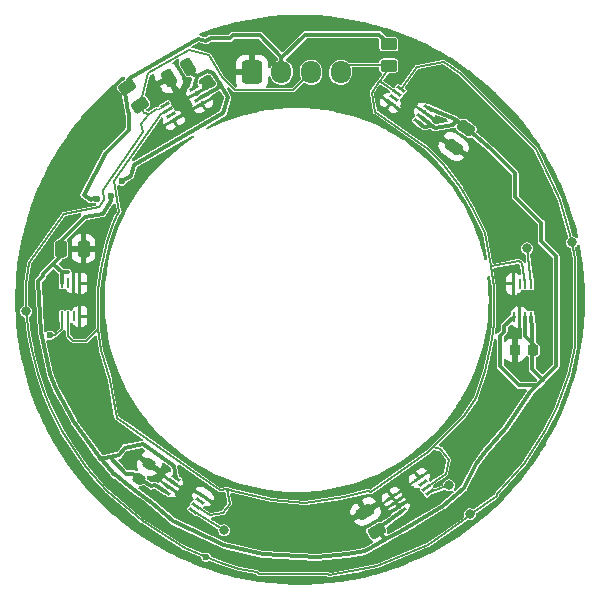
<source format=gbr>
%TF.GenerationSoftware,KiCad,Pcbnew,7.0.10*%
%TF.CreationDate,2024-06-24T13:55:56-07:00*%
%TF.ProjectId,Thermistor Ring,54686572-6d69-4737-946f-722052696e67,rev?*%
%TF.SameCoordinates,Original*%
%TF.FileFunction,Copper,L1,Top*%
%TF.FilePolarity,Positive*%
%FSLAX46Y46*%
G04 Gerber Fmt 4.6, Leading zero omitted, Abs format (unit mm)*
G04 Created by KiCad (PCBNEW 7.0.10) date 2024-06-24 13:55:56*
%MOMM*%
%LPD*%
G01*
G04 APERTURE LIST*
G04 Aperture macros list*
%AMRoundRect*
0 Rectangle with rounded corners*
0 $1 Rounding radius*
0 $2 $3 $4 $5 $6 $7 $8 $9 X,Y pos of 4 corners*
0 Add a 4 corners polygon primitive as box body*
4,1,4,$2,$3,$4,$5,$6,$7,$8,$9,$2,$3,0*
0 Add four circle primitives for the rounded corners*
1,1,$1+$1,$2,$3*
1,1,$1+$1,$4,$5*
1,1,$1+$1,$6,$7*
1,1,$1+$1,$8,$9*
0 Add four rect primitives between the rounded corners*
20,1,$1+$1,$2,$3,$4,$5,0*
20,1,$1+$1,$4,$5,$6,$7,0*
20,1,$1+$1,$6,$7,$8,$9,0*
20,1,$1+$1,$8,$9,$2,$3,0*%
%AMRotRect*
0 Rectangle, with rotation*
0 The origin of the aperture is its center*
0 $1 length*
0 $2 width*
0 $3 Rotation angle, in degrees counterclockwise*
0 Add horizontal line*
21,1,$1,$2,0,0,$3*%
G04 Aperture macros list end*
%TA.AperFunction,SMDPad,CuDef*%
%ADD10RotRect,0.812800X0.254000X145.000000*%
%TD*%
%TA.AperFunction,SMDPad,CuDef*%
%ADD11RotRect,1.188150X1.037350X145.000000*%
%TD*%
%TA.AperFunction,SMDPad,CuDef*%
%ADD12RoundRect,0.250000X0.536362X0.020994X0.286362X0.454006X-0.536362X-0.020994X-0.286362X-0.454006X0*%
%TD*%
%TA.AperFunction,SMDPad,CuDef*%
%ADD13RoundRect,0.250000X-0.020994X0.536362X-0.454006X0.286362X0.020994X-0.536362X0.454006X-0.286362X0*%
%TD*%
%TA.AperFunction,SMDPad,CuDef*%
%ADD14RoundRect,0.250000X-0.250000X-0.475000X0.250000X-0.475000X0.250000X0.475000X-0.250000X0.475000X0*%
%TD*%
%TA.AperFunction,SMDPad,CuDef*%
%ADD15RotRect,0.812800X0.254000X325.000000*%
%TD*%
%TA.AperFunction,SMDPad,CuDef*%
%ADD16RotRect,1.188150X1.037350X325.000000*%
%TD*%
%TA.AperFunction,SMDPad,CuDef*%
%ADD17RoundRect,0.225000X0.225000X0.250000X-0.225000X0.250000X-0.225000X-0.250000X0.225000X-0.250000X0*%
%TD*%
%TA.AperFunction,SMDPad,CuDef*%
%ADD18RoundRect,0.225000X0.075733X-0.327703X0.333843X0.040915X-0.075733X0.327703X-0.333843X-0.040915X0*%
%TD*%
%TA.AperFunction,SMDPad,CuDef*%
%ADD19RotRect,0.812800X0.254000X30.000000*%
%TD*%
%TA.AperFunction,SMDPad,CuDef*%
%ADD20RotRect,1.188150X1.037350X30.000000*%
%TD*%
%TA.AperFunction,SMDPad,CuDef*%
%ADD21R,0.254000X0.812800*%
%TD*%
%TA.AperFunction,SMDPad,CuDef*%
%ADD22R,1.037350X1.188150*%
%TD*%
%TA.AperFunction,SMDPad,CuDef*%
%ADD23RoundRect,0.250000X-0.519182X-0.043082X-0.218055X-0.473137X0.519182X0.043082X0.218055X0.473137X0*%
%TD*%
%TA.AperFunction,SMDPad,CuDef*%
%ADD24RoundRect,0.250000X-0.450000X0.262500X-0.450000X-0.262500X0.450000X-0.262500X0.450000X0.262500X0*%
%TD*%
%TA.AperFunction,SMDPad,CuDef*%
%ADD25RoundRect,0.250000X-0.245703X0.477237X-0.532491X0.067661X0.245703X-0.477237X0.532491X-0.067661X0*%
%TD*%
%TA.AperFunction,SMDPad,CuDef*%
%ADD26RotRect,0.812800X0.254000X215.000000*%
%TD*%
%TA.AperFunction,SMDPad,CuDef*%
%ADD27RotRect,1.188150X1.037350X215.000000*%
%TD*%
%TA.AperFunction,ComponentPad*%
%ADD28RoundRect,0.250000X-0.600000X-0.725000X0.600000X-0.725000X0.600000X0.725000X-0.600000X0.725000X0*%
%TD*%
%TA.AperFunction,ComponentPad*%
%ADD29O,1.700000X1.950000*%
%TD*%
%TA.AperFunction,ViaPad*%
%ADD30C,0.600000*%
%TD*%
%TA.AperFunction,ViaPad*%
%ADD31C,0.800000*%
%TD*%
%TA.AperFunction,Conductor*%
%ADD32C,0.160000*%
%TD*%
%TA.AperFunction,Conductor*%
%ADD33C,0.380000*%
%TD*%
%TA.AperFunction,Conductor*%
%ADD34C,0.100000*%
%TD*%
G04 APERTURE END LIST*
D10*
%TO.P,U6,1,SDA*%
%TO.N,/SDA*%
X66478002Y-73805906D03*
%TO.P,U6,2,SCL*%
%TO.N,/SCL*%
X66764790Y-73396329D03*
%TO.P,U6,3,ALERT*%
%TO.N,unconnected-(U6-ALERT-Pad3)*%
X67051579Y-72986753D03*
%TO.P,U6,4,GND*%
%TO.N,GND*%
X67338367Y-72577176D03*
%TO.P,U6,5,A2*%
%TO.N,/Power 3.3-5V*%
X65049656Y-70974604D03*
%TO.P,U6,6,A1*%
%TO.N,GND*%
X64762868Y-71384181D03*
%TO.P,U6,7,A0*%
X64476079Y-71793757D03*
%TO.P,U6,8,VDD*%
%TO.N,/Power 3.3-5V*%
X64189291Y-72203334D03*
D11*
%TO.P,U6,9,EPAD*%
%TO.N,GND*%
X65763829Y-72390255D03*
%TD*%
D12*
%TO.P,C1,1*%
%TO.N,/Power 3.3-5V*%
X82037632Y-75503272D03*
%TO.P,C1,2*%
%TO.N,GND*%
X81087632Y-73857824D03*
%TD*%
D13*
%TO.P,C3,1*%
%TO.N,/Power 3.3-5V*%
X66075926Y-36199867D03*
%TO.P,C3,2*%
%TO.N,GND*%
X64430478Y-37149867D03*
%TD*%
D14*
%TO.P,C2,1*%
%TO.N,/Power 3.3-5V*%
X55319894Y-51609985D03*
%TO.P,C2,2*%
%TO.N,GND*%
X57219894Y-51609985D03*
%TD*%
D15*
%TO.P,U7,1,SDA*%
%TO.N,/SDA*%
X84074264Y-38049471D03*
%TO.P,U7,2,SCL*%
%TO.N,/SCL*%
X83787476Y-38459048D03*
%TO.P,U7,3,ALERT*%
%TO.N,unconnected-(U7-ALERT-Pad3)*%
X83500687Y-38868624D03*
%TO.P,U7,4,GND*%
%TO.N,GND*%
X83213899Y-39278201D03*
%TO.P,U7,5,A2*%
%TO.N,/Power 3.3-5V*%
X85502610Y-40880773D03*
%TO.P,U7,6,A1*%
X85789398Y-40471196D03*
%TO.P,U7,7,A0*%
%TO.N,GND*%
X86076187Y-40061620D03*
%TO.P,U7,8,VDD*%
%TO.N,/Power 3.3-5V*%
X86362975Y-39652043D03*
D16*
%TO.P,U7,9,EPAD*%
%TO.N,GND*%
X84788437Y-39465122D03*
%TD*%
D17*
%TO.P,C6,1*%
%TO.N,/Power 3.3-5V*%
X95298387Y-60189733D03*
%TO.P,C6,2*%
%TO.N,GND*%
X93748387Y-60189733D03*
%TD*%
D18*
%TO.P,C5,1*%
%TO.N,/Power 3.3-5V*%
X61892567Y-71071996D03*
%TO.P,C5,2*%
%TO.N,GND*%
X62781611Y-69802310D03*
%TD*%
D19*
%TO.P,U2,1,SDA*%
%TO.N,/SDA*%
X64118155Y-39417424D03*
%TO.P,U2,2,SCL*%
%TO.N,/SCL*%
X64368156Y-39850438D03*
%TO.P,U2,3,ALERT*%
%TO.N,unconnected-(U2-ALERT-Pad3)*%
X64618156Y-40283450D03*
%TO.P,U2,4,GND*%
%TO.N,GND*%
X64868156Y-40716464D03*
%TO.P,U2,5,A2*%
X67287831Y-39319464D03*
%TO.P,U2,6,A1*%
%TO.N,/Power 3.3-5V*%
X67037830Y-38886450D03*
%TO.P,U2,7,A0*%
%TO.N,GND*%
X66787830Y-38453438D03*
%TO.P,U2,8,VDD*%
%TO.N,/Power 3.3-5V*%
X66537830Y-38020424D03*
D20*
%TO.P,U2,9,EPAD*%
%TO.N,GND*%
X65702993Y-39368444D03*
%TD*%
D21*
%TO.P,U5,1,SDA*%
%TO.N,/SDA*%
X95139642Y-54580863D03*
%TO.P,U5,2,SCL*%
%TO.N,/SCL*%
X94639641Y-54580863D03*
%TO.P,U5,3,ALERT*%
%TO.N,unconnected-(U5-ALERT-Pad3)*%
X94139641Y-54580863D03*
%TO.P,U5,4,GND*%
%TO.N,GND*%
X93639640Y-54580863D03*
%TO.P,U5,5,A2*%
%TO.N,/Power 3.3-5V*%
X93639640Y-57374863D03*
%TO.P,U5,6,A1*%
%TO.N,GND*%
X94139641Y-57374863D03*
%TO.P,U5,7,A0*%
%TO.N,/Power 3.3-5V*%
X94639641Y-57374863D03*
%TO.P,U5,8,VDD*%
X95139642Y-57374863D03*
D22*
%TO.P,U5,9,EPAD*%
%TO.N,GND*%
X94389641Y-55977863D03*
%TD*%
D23*
%TO.P,R3,1*%
%TO.N,/Power 3.3-5V*%
X60938071Y-37918522D03*
%TO.P,R3,2*%
%TO.N,/SDA*%
X61984847Y-39413474D03*
%TD*%
D24*
%TO.P,R2,1*%
%TO.N,/Power 3.3-5V*%
X83070187Y-34278995D03*
%TO.P,R2,2*%
%TO.N,/SCL*%
X83070187Y-36103995D03*
%TD*%
D25*
%TO.P,C4,1*%
%TO.N,/Power 3.3-5V*%
X89642365Y-41397337D03*
%TO.P,C4,2*%
%TO.N,GND*%
X88552569Y-42953725D03*
%TD*%
D21*
%TO.P,U3,1,SDA*%
%TO.N,/SDA*%
X55412640Y-57328080D03*
%TO.P,U3,2,SCL*%
%TO.N,/SCL*%
X55912641Y-57328080D03*
%TO.P,U3,3,ALERT*%
%TO.N,unconnected-(U3-ALERT-Pad3)*%
X56412641Y-57328080D03*
%TO.P,U3,4,GND*%
%TO.N,GND*%
X56912642Y-57328080D03*
%TO.P,U3,5,A2*%
X56912642Y-54534080D03*
%TO.P,U3,6,A1*%
X56412641Y-54534080D03*
%TO.P,U3,7,A0*%
%TO.N,/Power 3.3-5V*%
X55912641Y-54534080D03*
%TO.P,U3,8,VDD*%
X55412640Y-54534080D03*
D22*
%TO.P,U3,9,EPAD*%
%TO.N,GND*%
X56162641Y-55931080D03*
%TD*%
D26*
%TO.P,U4,1,SDA*%
%TO.N,/SDA*%
X86515371Y-72242161D03*
%TO.P,U4,2,SCL*%
%TO.N,/SCL*%
X86228583Y-71832584D03*
%TO.P,U4,3,ALERT*%
%TO.N,unconnected-(U4-ALERT-Pad3)*%
X85941794Y-71423008D03*
%TO.P,U4,4,GND*%
%TO.N,GND*%
X85655006Y-71013431D03*
%TO.P,U4,5,A2*%
X83366295Y-72616003D03*
%TO.P,U4,6,A1*%
X83653083Y-73025580D03*
%TO.P,U4,7,A0*%
X83939872Y-73435156D03*
%TO.P,U4,8,VDD*%
%TO.N,/Power 3.3-5V*%
X84226660Y-73844733D03*
D27*
%TO.P,U4,9,EPAD*%
%TO.N,GND*%
X84940833Y-72429082D03*
%TD*%
D28*
%TO.P,J1,1,Pin_1*%
%TO.N,GND*%
X71480530Y-36673544D03*
D29*
%TO.P,J1,2,Pin_2*%
%TO.N,/Power 3.3-5V*%
X73980530Y-36673544D03*
%TO.P,J1,3,Pin_3*%
%TO.N,/SDA*%
X76480530Y-36673544D03*
%TO.P,J1,4,Pin_4*%
%TO.N,/SCL*%
X78980530Y-36673544D03*
%TD*%
D30*
%TO.N,GND*%
X66561825Y-40828516D03*
X53525850Y-52645543D03*
X71975845Y-78265542D03*
X63391293Y-38695847D03*
X63759075Y-41371685D03*
X82895206Y-71919186D03*
X82352347Y-73215627D03*
X68806102Y-72869259D03*
X78270194Y-38451496D03*
X86865072Y-70466910D03*
X65349079Y-41591686D03*
X82243868Y-38359788D03*
X92543381Y-65139727D03*
X83902614Y-40755461D03*
X96785843Y-63025543D03*
X91773379Y-65009730D03*
X64803259Y-73815459D03*
X58579066Y-51611690D03*
X67542940Y-37801883D03*
X92281293Y-39135846D03*
X70650525Y-39343542D03*
X61260285Y-66071860D03*
X91735843Y-70325542D03*
X85834856Y-73694057D03*
X54444927Y-55953936D03*
X57995837Y-64125543D03*
X85815570Y-38019295D03*
X92507400Y-54543504D03*
X82739199Y-39983091D03*
X87206095Y-40692478D03*
X56919071Y-53261689D03*
X85215848Y-34995547D03*
X93594005Y-58735858D03*
X60398437Y-40338703D03*
X88385842Y-38325547D03*
X57219078Y-50021680D03*
X86435552Y-69509297D03*
X79585561Y-74619294D03*
X63281292Y-37815849D03*
X61051294Y-46815848D03*
X84001516Y-71119588D03*
X78445844Y-32645540D03*
X92542936Y-56037107D03*
X63322769Y-71054674D03*
X81111294Y-39935849D03*
X89861293Y-64105846D03*
X69830530Y-36693542D03*
X59682513Y-39861802D03*
X61637009Y-69099373D03*
X95535843Y-45225547D03*
X57949065Y-54541691D03*
X57857848Y-55926563D03*
X96325952Y-55718909D03*
X54973384Y-59889737D03*
X66469046Y-71342705D03*
X56285847Y-69535540D03*
X74195841Y-75505546D03*
X55076125Y-45387320D03*
X93795566Y-61469299D03*
X92855790Y-50337233D03*
X90012898Y-43972565D03*
X87209222Y-42078066D03*
X97885847Y-53675543D03*
X68362922Y-73582204D03*
X73760531Y-38993549D03*
X52435844Y-51035545D03*
X74675841Y-79705546D03*
X93791321Y-53232902D03*
X67769072Y-40151684D03*
X56669882Y-58589974D03*
X99340530Y-56013547D03*
X57833368Y-57329723D03*
X63901987Y-70502221D03*
X55216462Y-47156845D03*
X68469074Y-38791685D03*
X71530531Y-34903544D03*
X65049077Y-38194474D03*
X60214005Y-72075857D03*
X74535843Y-32705537D03*
%TO.N,/Power 3.3-5V*%
X59511081Y-47115267D03*
X60445065Y-45866379D03*
X58391958Y-47370369D03*
D31*
%TO.N,/SDA*%
X98580627Y-51058561D03*
X88166636Y-71632548D03*
X89930742Y-74080030D03*
X52352634Y-56900549D03*
X69116629Y-75442545D03*
X94770629Y-51566542D03*
D30*
X54384629Y-58932547D03*
X67592631Y-77728550D03*
%TD*%
D32*
%TO.N,GND*%
X94139642Y-57374860D02*
X94126856Y-57041199D01*
D33*
%TO.N,/Power 3.3-5V*%
X66797267Y-37052230D02*
X66537831Y-38020435D01*
X53784272Y-53756913D02*
X54590553Y-52950645D01*
X54892637Y-63504549D02*
X54384629Y-62234565D01*
X61714353Y-72176846D02*
X60988632Y-71632555D01*
X96090664Y-62692520D02*
X95208406Y-61810258D01*
X59588839Y-47556253D02*
X58836486Y-48630731D01*
X59718638Y-70616551D02*
X59725278Y-70654153D01*
X55400628Y-53598546D02*
X55908627Y-53598560D01*
X72169546Y-33532554D02*
X69878640Y-33532556D01*
X88674632Y-40644551D02*
X89944615Y-41660539D01*
X53784272Y-53756913D02*
X55212621Y-52328546D01*
X57834300Y-47468703D02*
X57237854Y-47051067D01*
X62034292Y-71061362D02*
X62031987Y-71048250D01*
X61084055Y-40073429D02*
X61084055Y-41517930D01*
X93639625Y-57374867D02*
X92836085Y-58178421D01*
X73980531Y-35493543D02*
X73980528Y-36673546D01*
X55400628Y-53598546D02*
X55412635Y-54534070D01*
X85118646Y-74934555D02*
X84138919Y-75478845D01*
X61084055Y-41517930D02*
X59140859Y-43461126D01*
X73980528Y-35343541D02*
X72169546Y-33532554D01*
X59442436Y-69235034D02*
X59450631Y-69240766D01*
X82832626Y-76204541D02*
X81054635Y-77220532D01*
X94639613Y-58993343D02*
X95298385Y-59652079D01*
X60988632Y-71632555D02*
X60048848Y-70880710D01*
X95977922Y-49393131D02*
X95977923Y-50983127D01*
X53784272Y-53944911D02*
X53784272Y-53756913D01*
X60445065Y-45866379D02*
X61236103Y-45409672D01*
X92836097Y-58618219D02*
X92494003Y-58960310D01*
X67990133Y-33786555D02*
X67611415Y-34005187D01*
X82275897Y-33484712D02*
X75989355Y-33484716D01*
X69046012Y-40149885D02*
X69416200Y-38768358D01*
X81054635Y-77220532D02*
X79530633Y-77474554D01*
X63285575Y-71643500D02*
X62950135Y-71702648D01*
X58391958Y-47370369D02*
X58127383Y-47299489D01*
X88719112Y-40786400D02*
X88502522Y-41095717D01*
X60711372Y-68451233D02*
X62290602Y-68172771D01*
X61236103Y-45409672D02*
X61474086Y-44521543D01*
X75989355Y-33484716D02*
X73980531Y-35493543D01*
X92494003Y-58960310D02*
X92494004Y-61557749D01*
X62290602Y-68172771D02*
X64874666Y-69982152D01*
X82344733Y-75162473D02*
X84226660Y-73844732D01*
X69116626Y-76712558D02*
X64798637Y-74680542D01*
X95298385Y-59652079D02*
X95298375Y-60189730D01*
X67679656Y-36542782D02*
X66945308Y-36966754D01*
X64874666Y-69982152D02*
X65049664Y-70974618D01*
X95977923Y-50983127D02*
X97231052Y-52236256D01*
X57322111Y-48897752D02*
X55212634Y-51007241D01*
X95024632Y-63758553D02*
X92992630Y-66806557D01*
X94639613Y-58993343D02*
X94639642Y-57374868D01*
X59718638Y-70616551D02*
X58448642Y-69092550D01*
X62031987Y-71048250D02*
X61441915Y-70635082D01*
X86080971Y-41285766D02*
X85502603Y-40880769D01*
X56416624Y-66298560D02*
X54892637Y-63504549D01*
X86951949Y-41369132D02*
X86642632Y-41152548D01*
X95208406Y-61810258D02*
X95208404Y-58424561D01*
X86362966Y-39652026D02*
X87430703Y-40110471D01*
X59725278Y-70654153D02*
X60048848Y-70880710D01*
X60813230Y-70635083D02*
X59442436Y-69264290D01*
X92992630Y-66806557D02*
X91214627Y-68838552D01*
X76990633Y-77728549D02*
X72418646Y-77474555D01*
X66945308Y-36966754D02*
X66797267Y-37052230D01*
X92836085Y-58178421D02*
X92836097Y-58618219D01*
X59511081Y-47115267D02*
X59588839Y-47556253D01*
X58836486Y-48630731D02*
X57322111Y-48897752D01*
X60258243Y-69098362D02*
X60711372Y-68451233D01*
X87430703Y-40110471D02*
X88674632Y-40644551D01*
X61153848Y-37113270D02*
X60631090Y-37859860D01*
X89944615Y-41660539D02*
X91722637Y-43184547D01*
X88502522Y-41095717D02*
X86951949Y-41369132D01*
X61012567Y-40023385D02*
X61084055Y-40073429D01*
X83070186Y-34278980D02*
X82275897Y-33484712D01*
X69624626Y-33786548D02*
X67990133Y-33786555D01*
X93767923Y-47183121D02*
X95977922Y-49393131D01*
X59442436Y-69264290D02*
X59442436Y-69235034D01*
X86615331Y-41191523D02*
X86080971Y-41285766D01*
X57237854Y-47051067D02*
X59140859Y-43461126D01*
X63020634Y-73156546D02*
X62440058Y-72721119D01*
X54752713Y-52950642D02*
X55400628Y-53598546D01*
X68734388Y-37587441D02*
X68633104Y-37965419D01*
X61474086Y-44521543D02*
X69046012Y-40149885D01*
X82832626Y-76204541D02*
X82037633Y-75503283D01*
X68633104Y-37965419D02*
X67109719Y-38844956D01*
X62950135Y-71702648D02*
X62034292Y-71061362D01*
X54384629Y-62234565D02*
X53622636Y-58678533D01*
X64189302Y-72203351D02*
X63285575Y-71643500D01*
X91722637Y-43184547D02*
X93767928Y-45229841D01*
X86642632Y-41152548D02*
X85789386Y-40471192D01*
X84138919Y-75478845D02*
X82832626Y-76204541D01*
X79530633Y-77474554D02*
X76990633Y-77728549D01*
X55212634Y-51007241D02*
X55212637Y-52328537D01*
X53622636Y-58678533D02*
X53368633Y-54360549D01*
X72418646Y-77474555D02*
X69116626Y-76712558D01*
X66945308Y-36966754D02*
X66440620Y-36831532D01*
X62440058Y-72721119D02*
X61714353Y-72176846D01*
X97231051Y-61552132D02*
X95024632Y-63758553D01*
X66877717Y-33808602D02*
X61153848Y-37113270D01*
X54590553Y-52950645D02*
X54752713Y-52950642D01*
X53368633Y-54360549D02*
X53784272Y-53944911D01*
X69416200Y-38768358D02*
X68213917Y-36685938D01*
X91214627Y-68838552D02*
X90452623Y-69854550D01*
X69878640Y-33532556D02*
X69624626Y-33786548D01*
X89436619Y-71886550D02*
X87658632Y-73410557D01*
X97231052Y-52236256D02*
X97231051Y-61552132D01*
X59442436Y-69235034D02*
X58652942Y-69374242D01*
X67611415Y-34005187D02*
X66877717Y-33808602D01*
X86642632Y-41152548D02*
X86615331Y-41191523D01*
X61441915Y-70635082D02*
X60813230Y-70635083D01*
X60048848Y-70880710D02*
X59718638Y-70616551D01*
X73980528Y-36673546D02*
X73980528Y-35343541D01*
X92494004Y-61557749D02*
X94113775Y-63177517D01*
X90452623Y-69854550D02*
X89436619Y-71886550D01*
X95208404Y-58424561D02*
X95139627Y-57374865D01*
X94113775Y-63177517D02*
X95605667Y-63177519D01*
X66440620Y-36831532D02*
X66075915Y-36199863D01*
X58448642Y-69092550D02*
X56416624Y-66298560D01*
X58127383Y-47299489D02*
X57834300Y-47468703D01*
X68213917Y-36685938D02*
X67679656Y-36542782D01*
X60631090Y-37859860D02*
X61012567Y-40023385D01*
X87658632Y-73410557D02*
X85118646Y-74934555D01*
X93767928Y-45229841D02*
X93767923Y-47183121D01*
X59450631Y-69240766D02*
X60258243Y-69098362D01*
X64798637Y-74680542D02*
X63020634Y-73156546D01*
D32*
%TO.N,/SDA*%
X69116629Y-75442545D02*
X66478014Y-73805930D01*
X89182631Y-36834550D02*
X87714393Y-35806495D01*
X92203259Y-72549837D02*
X92230638Y-72394565D01*
X52352630Y-54614554D02*
X52352634Y-56900549D01*
X97564638Y-47502542D02*
X95532628Y-43184552D01*
X82070632Y-78490561D02*
X80800629Y-78744555D01*
X95532628Y-43184552D02*
X89182631Y-36834550D01*
X62123673Y-41042257D02*
X62248881Y-41752358D01*
X89930742Y-74080030D02*
X90000372Y-74092309D01*
X74970534Y-38183543D02*
X76431819Y-36722245D01*
X52606643Y-52836556D02*
X52352630Y-54614554D01*
X92230638Y-72394565D02*
X94516650Y-69854559D01*
X94516650Y-69854559D02*
X96294629Y-67060538D01*
X71910626Y-78998551D02*
X70386641Y-78744547D01*
X98326633Y-62234558D02*
X98834637Y-59948558D01*
X52860619Y-60202550D02*
X53368629Y-62234546D01*
X52612477Y-52835512D02*
X52606643Y-52836556D01*
X85438804Y-36207739D02*
X84215338Y-37955025D01*
X68943432Y-37086444D02*
X70040526Y-38183545D01*
X59210636Y-72140554D02*
X62258634Y-74680562D01*
X54384619Y-65028551D02*
X55400633Y-67060543D01*
X88166636Y-71632548D02*
X86515373Y-72242165D01*
X57432627Y-70108543D02*
X59210636Y-72140554D01*
X61984863Y-39413477D02*
X62694060Y-36766757D01*
X58834701Y-46628318D02*
X58986956Y-47491808D01*
X55548725Y-48642129D02*
X52612477Y-52835512D01*
X77879927Y-79125850D02*
X72037926Y-79125848D01*
X96294629Y-67060538D02*
X97310628Y-65028551D01*
X62724230Y-40184570D02*
X62744731Y-40190049D01*
X62724230Y-40184570D02*
X62376212Y-40091308D01*
X62248881Y-41752358D02*
X58834701Y-46628318D01*
X58986956Y-47491808D02*
X58552333Y-48112513D01*
X62744731Y-40190049D02*
X63439767Y-39788759D01*
X84215338Y-37955025D02*
X84074247Y-38049471D01*
X68862648Y-78236549D02*
X67592631Y-77728550D01*
X54384629Y-58932547D02*
X54848199Y-58932552D01*
X62694060Y-36766757D02*
X66186063Y-34750635D01*
X67825293Y-35189870D02*
X68920296Y-37086446D01*
X68920296Y-37086446D02*
X68943432Y-37086444D01*
X55400633Y-67060543D02*
X57432627Y-70108543D01*
X86388633Y-76712557D02*
X82070632Y-78490561D01*
X97310628Y-65028551D02*
X98326633Y-62234558D01*
X52606637Y-58932546D02*
X52860619Y-60202550D01*
X72037926Y-79125848D02*
X71910626Y-78998551D01*
X52352634Y-56900549D02*
X52606637Y-58932546D01*
X98840536Y-59942658D02*
X98840528Y-52488024D01*
X90000372Y-74092309D02*
X92203259Y-72549837D01*
X80800629Y-78744555D02*
X78006634Y-79252557D01*
X54848199Y-58932552D02*
X55412637Y-58368127D01*
X94770629Y-51566542D02*
X95139637Y-54580875D01*
X70386641Y-78744547D02*
X68862648Y-78236549D01*
X98840528Y-52488024D02*
X98580627Y-51058561D01*
X62376212Y-40091308D02*
X61984863Y-39413477D01*
X62258634Y-74680562D02*
X65814637Y-76966547D01*
X98834637Y-59948558D02*
X98840536Y-59942658D01*
X66186063Y-34750635D02*
X67825293Y-35189870D01*
X65814637Y-76966547D02*
X67592631Y-77728550D01*
X89900102Y-74253789D02*
X86388633Y-76712557D01*
X55412637Y-58368127D02*
X55412631Y-57328077D01*
X70040526Y-38183545D02*
X74970534Y-38183543D01*
X87714393Y-35806495D02*
X85438804Y-36207739D01*
X62724230Y-40184570D02*
X62123673Y-41042257D01*
X53876613Y-63758544D02*
X54384619Y-65028551D01*
X78006634Y-79252557D02*
X77879927Y-79125850D01*
X58552333Y-48112513D02*
X55548725Y-48642129D01*
X89930742Y-74080030D02*
X89900102Y-74253789D01*
X98580627Y-51058561D02*
X97564638Y-47502542D01*
D34*
X64118163Y-39417427D02*
X63530811Y-39756533D01*
D32*
X53368629Y-62234546D02*
X53876613Y-63758544D01*
%TO.N,/SCL*%
X60026327Y-65928090D02*
X59464630Y-62742545D01*
X58702625Y-60202557D02*
X58448629Y-58424557D01*
X83103828Y-36294763D02*
X82355411Y-37363607D01*
X63743426Y-40239641D02*
X59805580Y-45863471D01*
X69596069Y-73215861D02*
X69058390Y-73983734D01*
X59464630Y-62742545D02*
X58702625Y-60202557D01*
X91214630Y-61980561D02*
X90452630Y-64266554D01*
X83070177Y-36103979D02*
X83103828Y-36294763D01*
X86374368Y-68836039D02*
X81585348Y-72189351D01*
X91214629Y-50296552D02*
X91680292Y-53090556D01*
X59718626Y-49534551D02*
X59210633Y-51058545D01*
X79600527Y-36053541D02*
X83019740Y-36053544D01*
X82249704Y-37497128D02*
X81630602Y-38381322D01*
X81585348Y-72189351D02*
X81308621Y-72140558D01*
X59805580Y-45863471D02*
X60264333Y-48465180D01*
X82380720Y-37474033D02*
X82249704Y-37497128D01*
X68761770Y-72044716D02*
X60026327Y-65928090D01*
X64368152Y-39850451D02*
X64359128Y-39884159D01*
X79276632Y-72648547D02*
X75974631Y-73156553D01*
X83019740Y-36053544D02*
X83070177Y-36103979D01*
X86386703Y-43173708D02*
X86388610Y-43184559D01*
X81308621Y-72140558D02*
X79276632Y-72648547D01*
X59210633Y-51058545D02*
X58702637Y-53344556D01*
X60094407Y-48707859D02*
X59718626Y-49534551D01*
X58702637Y-53344556D02*
X58448629Y-55122550D01*
X81630602Y-38381322D02*
X81924728Y-40049409D01*
X78980527Y-36673539D02*
X79600527Y-36053541D01*
X73180617Y-72902557D02*
X69878633Y-72140544D01*
X60264333Y-48465180D02*
X60094407Y-48707859D01*
X94077039Y-52667941D02*
X94090429Y-52648835D01*
X89436617Y-65790553D02*
X86802265Y-68424913D01*
X90452630Y-64266554D02*
X89436617Y-65790553D01*
X88130018Y-69466836D02*
X87921923Y-70646867D01*
X69370621Y-71937357D02*
X68761770Y-72044716D01*
X94328326Y-52815422D02*
X94639626Y-54580868D01*
X91976629Y-54868553D02*
X91970174Y-54875011D01*
X87921923Y-70646867D02*
X86228591Y-71832585D01*
X69370621Y-71937357D02*
X69596069Y-73215861D01*
X86388610Y-43184559D02*
X87658629Y-44454552D01*
X75974631Y-73156553D02*
X73180617Y-72902557D01*
X91680292Y-53090556D02*
X91976629Y-54868553D01*
X82896350Y-37835070D02*
X82380720Y-37474033D01*
X87658629Y-44454552D02*
X89182634Y-46486565D01*
X64359128Y-39884159D02*
X63743426Y-40239641D01*
X94090429Y-52648835D02*
X94328326Y-52815422D01*
X57443194Y-59429985D02*
X56359885Y-59429982D01*
X69878633Y-72140544D02*
X69370621Y-71937357D01*
X82355411Y-37363607D02*
X82374048Y-37469379D01*
X86388624Y-68838557D02*
X86374368Y-68836039D01*
X91722630Y-59694548D02*
X91214630Y-61980561D01*
X69058390Y-73983734D02*
X67896284Y-74188628D01*
X87484697Y-68545242D02*
X86802265Y-68424913D01*
X91867775Y-58678546D02*
X91722630Y-59694548D01*
X91976619Y-57916536D02*
X91867775Y-58678546D01*
X82374048Y-37469379D02*
X82896350Y-37835070D01*
X58448629Y-58424557D02*
X57443194Y-59429985D01*
X91970176Y-57910100D02*
X91976619Y-57916536D01*
X89182634Y-46486565D02*
X90198621Y-48264544D01*
X67896284Y-74188628D02*
X66764776Y-73396356D01*
X82896350Y-37835070D02*
X83787461Y-38459054D01*
X58448629Y-55122550D02*
X58448629Y-58424557D01*
X86802265Y-68424913D02*
X86388624Y-68838557D01*
X90198621Y-48264544D02*
X91214629Y-50296552D01*
X91970174Y-54875011D02*
X91970176Y-57910100D01*
X91680292Y-53090556D02*
X94077039Y-52667941D01*
X56359885Y-59429982D02*
X55912622Y-58982726D01*
X87527760Y-68606726D02*
X88130018Y-69466836D01*
X55912622Y-58982726D02*
X55912631Y-57328084D01*
X81924728Y-40049409D02*
X86386703Y-43173708D01*
X87527760Y-68606726D02*
X87484697Y-68545242D01*
%TD*%
%TA.AperFunction,Conductor*%
%TO.N,GND*%
G36*
X60680454Y-37036166D02*
G01*
X60731348Y-37084037D01*
X60748282Y-37151823D01*
X60725961Y-37217888D01*
X60600011Y-37397767D01*
X60569559Y-37428220D01*
X60190605Y-37693567D01*
X60190601Y-37693570D01*
X60140490Y-37740777D01*
X60140489Y-37740778D01*
X60083871Y-37843139D01*
X60083870Y-37843144D01*
X60063558Y-37958337D01*
X60063558Y-37958341D01*
X60081751Y-38073892D01*
X60081751Y-38073894D01*
X60095840Y-38101893D01*
X60112699Y-38135398D01*
X60451981Y-38619942D01*
X60451984Y-38619945D01*
X60451986Y-38619948D01*
X60454798Y-38623403D01*
X60480743Y-38680147D01*
X60715157Y-40009618D01*
X60716960Y-40026671D01*
X60717226Y-40034033D01*
X60727021Y-40077666D01*
X60728142Y-40083262D01*
X60729805Y-40092688D01*
X60731156Y-40100351D01*
X60732582Y-40105567D01*
X60735417Y-40115065D01*
X60741016Y-40140002D01*
X60741017Y-40140004D01*
X60741018Y-40140006D01*
X60744467Y-40145153D01*
X60757539Y-40170579D01*
X60759716Y-40176373D01*
X60762045Y-40178981D01*
X60764783Y-40184748D01*
X60765662Y-40186200D01*
X60765515Y-40186288D01*
X60792015Y-40242094D01*
X60793555Y-40261573D01*
X60793555Y-41346238D01*
X60773870Y-41413277D01*
X60757236Y-41433919D01*
X58945950Y-43245204D01*
X58939452Y-43251253D01*
X58909627Y-43277085D01*
X58909623Y-43277090D01*
X58895185Y-43304325D01*
X58887933Y-43316315D01*
X58870508Y-43341754D01*
X58870508Y-43341755D01*
X58870309Y-43342603D01*
X58859165Y-43372275D01*
X56984191Y-46909338D01*
X56982337Y-46912708D01*
X56958620Y-46954278D01*
X56958620Y-46954279D01*
X56955302Y-46976406D01*
X56951040Y-46994964D01*
X56946042Y-47010977D01*
X56944372Y-47016325D01*
X56944371Y-47016327D01*
X56945000Y-47025694D01*
X56943907Y-47052378D01*
X56942511Y-47061681D01*
X56942512Y-47061685D01*
X56947411Y-47083517D01*
X56950142Y-47102369D01*
X56951638Y-47124687D01*
X56951639Y-47124689D01*
X56955612Y-47133203D01*
X56964233Y-47158482D01*
X56966292Y-47167656D01*
X56978745Y-47186241D01*
X56988101Y-47202832D01*
X56997562Y-47223109D01*
X57004343Y-47229614D01*
X57021512Y-47250071D01*
X57026745Y-47257881D01*
X57026746Y-47257881D01*
X57026747Y-47257883D01*
X57038325Y-47265990D01*
X57045074Y-47270716D01*
X57059786Y-47282803D01*
X57063807Y-47286660D01*
X57075937Y-47298296D01*
X57081581Y-47300649D01*
X57084607Y-47301911D01*
X57108013Y-47314787D01*
X57614596Y-47669500D01*
X57627506Y-47680164D01*
X57669405Y-47707927D01*
X57672017Y-47709706D01*
X57689726Y-47722106D01*
X57689729Y-47722108D01*
X57693873Y-47724472D01*
X57700921Y-47728811D01*
X57719105Y-47740860D01*
X57719106Y-47740861D01*
X57729386Y-47743112D01*
X57754111Y-47751328D01*
X57763688Y-47755675D01*
X57784915Y-47756874D01*
X57804429Y-47759545D01*
X57825200Y-47764095D01*
X57835595Y-47762480D01*
X57861622Y-47761211D01*
X57872123Y-47761805D01*
X57892350Y-47755254D01*
X57911516Y-47750695D01*
X57932523Y-47747435D01*
X57941636Y-47742172D01*
X57965436Y-47731590D01*
X57975449Y-47728349D01*
X57991943Y-47714935D01*
X58008169Y-47703759D01*
X58023571Y-47694866D01*
X58091470Y-47678393D01*
X58143662Y-47696457D01*
X58144921Y-47693988D01*
X58153614Y-47698417D01*
X58153616Y-47698419D01*
X58262447Y-47753871D01*
X58313243Y-47801846D01*
X58330038Y-47869667D01*
X58307500Y-47935802D01*
X58252785Y-47979253D01*
X58227684Y-47986472D01*
X55544631Y-48459565D01*
X55522270Y-48461446D01*
X55505452Y-48461333D01*
X55505447Y-48461334D01*
X55474093Y-48477522D01*
X55467346Y-48480751D01*
X55435060Y-48495023D01*
X55433610Y-48496144D01*
X55432013Y-48497161D01*
X55429075Y-48499576D01*
X55427774Y-48500940D01*
X55426387Y-48502152D01*
X55406141Y-48531065D01*
X55401666Y-48537062D01*
X55379716Y-48564696D01*
X55378960Y-48566346D01*
X55367810Y-48585807D01*
X52506823Y-52671707D01*
X52501330Y-52677485D01*
X52501922Y-52677953D01*
X52500789Y-52679386D01*
X52487684Y-52692957D01*
X52464145Y-52725567D01*
X52460897Y-52729866D01*
X52437047Y-52760050D01*
X52436763Y-52760754D01*
X52434640Y-52765701D01*
X52434336Y-52766368D01*
X52428892Y-52804473D01*
X52428014Y-52809789D01*
X52420602Y-52849310D01*
X52419795Y-52868151D01*
X52181367Y-54537064D01*
X52175449Y-54555377D01*
X52175733Y-54555447D01*
X52172130Y-54570066D01*
X52172130Y-54592916D01*
X52170884Y-54610448D01*
X52170844Y-54610721D01*
X52171514Y-54617407D01*
X52172130Y-54629756D01*
X52172132Y-56353894D01*
X52152448Y-56420933D01*
X52115172Y-56458209D01*
X52021508Y-56518404D01*
X51927257Y-56627175D01*
X51927256Y-56627177D01*
X51867468Y-56758092D01*
X51846987Y-56900549D01*
X51867468Y-57043005D01*
X51911838Y-57140160D01*
X51927257Y-57173922D01*
X52021506Y-57282692D01*
X52142581Y-57360502D01*
X52151383Y-57363086D01*
X52153462Y-57363697D01*
X52212242Y-57401470D01*
X52241268Y-57465025D01*
X52241573Y-57467295D01*
X52420345Y-58897459D01*
X52421182Y-58918323D01*
X52420916Y-58924318D01*
X52427459Y-58957034D01*
X52428909Y-58965966D01*
X52430248Y-58976683D01*
X52432069Y-58983957D01*
X52432022Y-58983968D01*
X52434688Y-58993180D01*
X52672317Y-60181410D01*
X52674368Y-60201770D01*
X52683753Y-60239313D01*
X52685046Y-60245062D01*
X52687921Y-60259439D01*
X52690085Y-60266007D01*
X52692606Y-60274721D01*
X53179434Y-62221991D01*
X53182738Y-62242141D01*
X53183321Y-62249413D01*
X53193694Y-62280532D01*
X53196353Y-62289664D01*
X53198834Y-62299590D01*
X53201328Y-62306098D01*
X53205350Y-62315501D01*
X53687152Y-63760951D01*
X53692321Y-63782993D01*
X53692499Y-63784273D01*
X53705698Y-63817268D01*
X53708203Y-63824105D01*
X53712306Y-63836414D01*
X53712309Y-63836419D01*
X53715517Y-63843187D01*
X53715218Y-63843328D01*
X53719390Y-63851498D01*
X53809813Y-64077554D01*
X54195337Y-65041361D01*
X54201161Y-65060101D01*
X54203279Y-65069481D01*
X54203279Y-65069482D01*
X54213371Y-65089666D01*
X54217511Y-65097946D01*
X54221729Y-65107339D01*
X54225169Y-65115939D01*
X54227241Y-65119719D01*
X54233992Y-65130907D01*
X55214482Y-67091854D01*
X55219732Y-67109823D01*
X55220660Y-67109489D01*
X55225769Y-67123647D01*
X55225770Y-67123649D01*
X55239932Y-67144892D01*
X55247664Y-67158215D01*
X55248990Y-67160867D01*
X55248992Y-67160870D01*
X55251609Y-67163944D01*
X55260368Y-67175546D01*
X57252361Y-70163546D01*
X57259932Y-70180880D01*
X57260576Y-70180548D01*
X57267490Y-70193920D01*
X57267491Y-70193922D01*
X57283657Y-70212398D01*
X57293508Y-70225265D01*
X57294599Y-70226902D01*
X57298304Y-70230293D01*
X57307906Y-70240111D01*
X58046092Y-71083752D01*
X59039412Y-72218976D01*
X59041812Y-72221718D01*
X59054043Y-72241410D01*
X59060906Y-72250737D01*
X59076658Y-72263864D01*
X59086367Y-72273342D01*
X59089224Y-72275904D01*
X59089228Y-72275908D01*
X59091286Y-72277347D01*
X59096657Y-72281104D01*
X59104971Y-72287458D01*
X60608668Y-73540543D01*
X62100523Y-74783760D01*
X62112511Y-74798107D01*
X62113257Y-74797402D01*
X62123604Y-74808337D01*
X62145209Y-74822225D01*
X62157529Y-74831266D01*
X62159917Y-74833256D01*
X62163394Y-74834948D01*
X62163409Y-74834956D01*
X62176188Y-74842141D01*
X64216531Y-76153780D01*
X65553100Y-77012997D01*
X65676104Y-77092070D01*
X65696345Y-77110175D01*
X65702640Y-77114926D01*
X65720182Y-77122444D01*
X65728712Y-77126973D01*
X65728716Y-77126966D01*
X65735460Y-77130228D01*
X65735467Y-77130232D01*
X65745365Y-77133618D01*
X65754062Y-77136964D01*
X67128060Y-77725825D01*
X67181924Y-77770325D01*
X67201686Y-77820401D01*
X67206983Y-77853850D01*
X67206983Y-77853851D01*
X67219862Y-77879126D01*
X67264581Y-77966892D01*
X67264583Y-77966894D01*
X67264585Y-77966897D01*
X67354283Y-78056595D01*
X67354285Y-78056596D01*
X67354289Y-78056600D01*
X67467327Y-78114196D01*
X67467328Y-78114196D01*
X67467330Y-78114197D01*
X67592628Y-78134042D01*
X67592631Y-78134042D01*
X67592634Y-78134042D01*
X67717931Y-78114197D01*
X67717933Y-78114196D01*
X67717935Y-78114196D01*
X67822976Y-78060674D01*
X67891643Y-78047778D01*
X67925318Y-78056027D01*
X68742111Y-78382739D01*
X68762281Y-78393034D01*
X68763361Y-78393716D01*
X68763363Y-78393718D01*
X68797084Y-78404958D01*
X68803913Y-78407459D01*
X68815962Y-78412279D01*
X68815969Y-78412280D01*
X68823221Y-78414207D01*
X68823136Y-78414525D01*
X68832068Y-78416619D01*
X70281946Y-78899911D01*
X70302203Y-78910590D01*
X70313079Y-78915275D01*
X70313080Y-78915275D01*
X70313083Y-78915277D01*
X70333405Y-78918663D01*
X70346782Y-78921987D01*
X70350349Y-78922713D01*
X70350354Y-78922715D01*
X70359274Y-78923430D01*
X70369738Y-78924718D01*
X71784701Y-79160552D01*
X71847591Y-79190990D01*
X71851988Y-79195178D01*
X71880598Y-79223786D01*
X71890724Y-79233912D01*
X71905095Y-79251156D01*
X71914647Y-79264995D01*
X71914648Y-79264996D01*
X71914650Y-79264998D01*
X71945902Y-79281400D01*
X71952415Y-79285073D01*
X71982622Y-79303333D01*
X71982623Y-79303333D01*
X71984331Y-79303865D01*
X71986084Y-79304591D01*
X71989818Y-79305632D01*
X71991696Y-79305918D01*
X71993434Y-79306346D01*
X71993437Y-79306348D01*
X72028730Y-79306348D01*
X72036215Y-79306574D01*
X72071438Y-79308704D01*
X72071443Y-79308701D01*
X72073202Y-79308380D01*
X72095560Y-79306348D01*
X77753800Y-79306348D01*
X77820836Y-79326033D01*
X77841479Y-79342668D01*
X77878971Y-79380161D01*
X77878967Y-79380164D01*
X77879074Y-79380263D01*
X77910239Y-79411515D01*
X77910241Y-79411515D01*
X77910242Y-79411516D01*
X77917617Y-79413826D01*
X77944710Y-79426041D01*
X77951328Y-79430042D01*
X77958617Y-79430482D01*
X77988182Y-79435921D01*
X77995152Y-79438104D01*
X78002754Y-79436721D01*
X78032427Y-79434947D01*
X78040144Y-79435414D01*
X78046799Y-79432418D01*
X78075508Y-79423493D01*
X80775292Y-78932620D01*
X80783429Y-78932069D01*
X80792400Y-78930274D01*
X80792402Y-78930275D01*
X80833521Y-78922051D01*
X80835459Y-78921681D01*
X80854482Y-78918223D01*
X80854485Y-78918221D01*
X80856660Y-78917826D01*
X80864061Y-78915942D01*
X82062414Y-78676278D01*
X82098211Y-78674404D01*
X82098219Y-78674405D01*
X82112232Y-78668633D01*
X82120646Y-78665522D01*
X82127516Y-78663259D01*
X82127522Y-78663258D01*
X82140708Y-78657064D01*
X82146149Y-78654668D01*
X86420108Y-76894797D01*
X86451548Y-76886466D01*
X86455721Y-76885932D01*
X86468816Y-76876762D01*
X86476562Y-76871893D01*
X86477619Y-76871118D01*
X86477625Y-76871116D01*
X86492759Y-76860028D01*
X86494716Y-76858626D01*
X89731998Y-74591846D01*
X89798203Y-74569520D01*
X89838056Y-74574445D01*
X89858780Y-74580530D01*
X89858781Y-74580530D01*
X90002704Y-74580530D01*
X90002704Y-74580529D01*
X90140795Y-74539983D01*
X90261870Y-74462173D01*
X90356119Y-74353403D01*
X90415907Y-74222487D01*
X90436389Y-74080030D01*
X90436389Y-74080029D01*
X90436389Y-74071907D01*
X90456074Y-74004868D01*
X90489266Y-73970332D01*
X90536051Y-73937573D01*
X92284121Y-72713565D01*
X92303599Y-72702408D01*
X92304361Y-72702059D01*
X92318888Y-72695404D01*
X92340492Y-72667441D01*
X92345206Y-72661708D01*
X92368443Y-72635123D01*
X92368444Y-72635117D01*
X92369260Y-72633539D01*
X92370279Y-72631940D01*
X92371965Y-72628417D01*
X92372570Y-72626625D01*
X92373291Y-72624994D01*
X92379419Y-72590236D01*
X92380943Y-72582897D01*
X92389156Y-72548589D01*
X92389154Y-72548584D01*
X92389143Y-72546796D01*
X92391024Y-72524420D01*
X92393240Y-72511853D01*
X92423185Y-72450441D01*
X94618232Y-70011507D01*
X94639238Y-69994546D01*
X94645044Y-69988999D01*
X94645047Y-69988998D01*
X94655319Y-69972853D01*
X94661165Y-69965162D01*
X94661164Y-69965161D01*
X94665475Y-69959019D01*
X94670377Y-69949853D01*
X94675098Y-69941772D01*
X96415449Y-67206881D01*
X96427862Y-67193753D01*
X96426413Y-67192520D01*
X96436174Y-67181054D01*
X96436177Y-67181053D01*
X96449054Y-67155298D01*
X96455352Y-67144176D01*
X96458677Y-67138952D01*
X96458922Y-67138225D01*
X96465517Y-67122371D01*
X97446699Y-65160018D01*
X97457824Y-65145323D01*
X97456675Y-65144553D01*
X97465054Y-65132048D01*
X97465057Y-65132046D01*
X97474276Y-65106691D01*
X97479896Y-65093623D01*
X97481874Y-65089670D01*
X97482443Y-65087146D01*
X97486868Y-65072062D01*
X98477693Y-62347315D01*
X98487172Y-62330969D01*
X98486494Y-62330633D01*
X98493181Y-62317146D01*
X98493184Y-62317144D01*
X98498533Y-62293072D01*
X98503044Y-62277601D01*
X98503756Y-62275646D01*
X98504282Y-62270746D01*
X98506521Y-62257124D01*
X98998652Y-60042545D01*
X99013577Y-60005307D01*
X99018025Y-59997949D01*
X99018025Y-59997941D01*
X99018546Y-59996273D01*
X99019272Y-59994519D01*
X99020328Y-59990731D01*
X99020613Y-59988858D01*
X99021032Y-59987154D01*
X99021036Y-59987147D01*
X99021035Y-59951829D01*
X99021261Y-59944351D01*
X99023389Y-59909137D01*
X99023388Y-59909136D01*
X99023389Y-59909133D01*
X99023387Y-59909130D01*
X99023069Y-59907392D01*
X99021034Y-59885028D01*
X99021028Y-52534584D01*
X99025859Y-52502992D01*
X99026075Y-52499506D01*
X99023028Y-52482747D01*
X99022195Y-52473518D01*
X99021932Y-52473551D01*
X99021028Y-52466106D01*
X99018035Y-52453964D01*
X99016431Y-52446468D01*
X99015194Y-52439665D01*
X98856589Y-51567332D01*
X98863964Y-51497853D01*
X98905138Y-51446616D01*
X98905050Y-51446514D01*
X98905614Y-51446025D01*
X98907731Y-51443391D01*
X98911556Y-51440832D01*
X98911753Y-51440705D01*
X98911752Y-51440705D01*
X98911755Y-51440704D01*
X99006004Y-51331934D01*
X99016469Y-51309018D01*
X99062222Y-51256215D01*
X99129261Y-51236530D01*
X99196301Y-51256214D01*
X99242057Y-51309017D01*
X99251179Y-51337891D01*
X99366854Y-51960833D01*
X99367290Y-51963325D01*
X99382966Y-52058526D01*
X99383352Y-52061026D01*
X99508989Y-52934848D01*
X99509323Y-52937354D01*
X99521102Y-53033101D01*
X99521385Y-53035615D01*
X99607310Y-53875097D01*
X99611283Y-53913908D01*
X99611505Y-53916324D01*
X99617538Y-53990085D01*
X99619370Y-54012492D01*
X99619550Y-54015014D01*
X99673548Y-54896222D01*
X99673677Y-54898749D01*
X99677612Y-54995149D01*
X99677689Y-54997676D01*
X99696682Y-55928537D01*
X99696682Y-55933597D01*
X99677689Y-56864458D01*
X99677612Y-56866985D01*
X99673677Y-56963385D01*
X99673548Y-56965912D01*
X99619550Y-57847120D01*
X99619370Y-57849642D01*
X99611506Y-57945793D01*
X99611283Y-57948226D01*
X99521386Y-58826518D01*
X99521102Y-58829033D01*
X99509323Y-58924780D01*
X99508989Y-58927286D01*
X99383352Y-59801108D01*
X99382966Y-59803608D01*
X99367290Y-59898809D01*
X99366854Y-59901301D01*
X99205683Y-60769250D01*
X99205196Y-60771732D01*
X99185639Y-60866267D01*
X99185101Y-60868738D01*
X98988667Y-61729375D01*
X98988079Y-61731835D01*
X98964693Y-61825452D01*
X98964055Y-61827901D01*
X98732665Y-62679863D01*
X98731977Y-62682297D01*
X98704807Y-62774828D01*
X98704070Y-62777248D01*
X98438113Y-63619090D01*
X98437326Y-63621493D01*
X98406398Y-63712861D01*
X98405563Y-63715249D01*
X98105502Y-64545511D01*
X98104618Y-64547881D01*
X98069989Y-64637910D01*
X98069057Y-64640262D01*
X97735374Y-65457608D01*
X97734394Y-65459940D01*
X97696099Y-65548534D01*
X97695071Y-65550845D01*
X97328365Y-66353820D01*
X97327291Y-66356112D01*
X97285409Y-66443079D01*
X97284288Y-66445345D01*
X96885138Y-67232689D01*
X96883972Y-67234933D01*
X96838561Y-67320153D01*
X96837348Y-67322374D01*
X96406400Y-68092805D01*
X96405143Y-68094999D01*
X96356336Y-68178224D01*
X96355034Y-68180394D01*
X95892994Y-68932653D01*
X95891648Y-68934795D01*
X95839476Y-69015975D01*
X95838087Y-69018088D01*
X95345781Y-69750824D01*
X95344349Y-69752909D01*
X95288900Y-69831908D01*
X95287426Y-69833964D01*
X94765625Y-70546035D01*
X94764108Y-70548061D01*
X94705486Y-70624727D01*
X94703930Y-70626720D01*
X94153526Y-71316906D01*
X94151929Y-71318867D01*
X94090234Y-71393073D01*
X94088597Y-71395002D01*
X93510487Y-72062174D01*
X93508812Y-72064067D01*
X93444154Y-72135683D01*
X93442439Y-72137545D01*
X92837555Y-72780628D01*
X92835803Y-72782452D01*
X92768320Y-72851326D01*
X92766531Y-72853115D01*
X92135948Y-73470963D01*
X92134124Y-73472714D01*
X92063836Y-73538828D01*
X92061975Y-73540543D01*
X91406768Y-74132109D01*
X91404874Y-74133785D01*
X91331890Y-74197026D01*
X91329961Y-74198663D01*
X90651161Y-74763019D01*
X90649200Y-74764616D01*
X90573752Y-74824784D01*
X90571758Y-74826341D01*
X89870511Y-75362536D01*
X89868485Y-75364052D01*
X89790589Y-75421133D01*
X89788535Y-75422607D01*
X89065987Y-75929762D01*
X89063902Y-75931194D01*
X88983791Y-75985019D01*
X88981676Y-75986408D01*
X88239078Y-76463646D01*
X88236937Y-76464992D01*
X88154662Y-76515526D01*
X88152493Y-76516828D01*
X87391042Y-76963384D01*
X87388846Y-76964642D01*
X87304564Y-77011785D01*
X87302345Y-77012997D01*
X86523266Y-77428146D01*
X86521023Y-77429312D01*
X86434975Y-77472936D01*
X86432705Y-77474057D01*
X85637304Y-77857101D01*
X85635014Y-77858175D01*
X85547303Y-77898231D01*
X85544992Y-77899259D01*
X84734615Y-78249549D01*
X84732283Y-78250529D01*
X84642946Y-78287001D01*
X84640594Y-78287933D01*
X83816640Y-78604862D01*
X83814270Y-78605746D01*
X83723533Y-78638539D01*
X83721146Y-78639374D01*
X82884967Y-78922426D01*
X82882563Y-78923213D01*
X82790528Y-78952289D01*
X82788108Y-78953026D01*
X81941091Y-79201733D01*
X81938657Y-79202421D01*
X81845516Y-79227718D01*
X81843068Y-79228356D01*
X80986602Y-79442309D01*
X80984141Y-79442897D01*
X80890076Y-79464366D01*
X80887605Y-79464904D01*
X80023097Y-79643752D01*
X80020614Y-79644239D01*
X79925721Y-79661859D01*
X79923230Y-79662295D01*
X79052212Y-79805721D01*
X79049712Y-79806107D01*
X78954153Y-79819846D01*
X78951646Y-79820180D01*
X78075511Y-79927958D01*
X78072996Y-79928242D01*
X77976921Y-79938075D01*
X77974403Y-79938306D01*
X77094600Y-80010257D01*
X77092078Y-80010438D01*
X76995768Y-80016340D01*
X76993241Y-80016469D01*
X76111164Y-80052479D01*
X76108636Y-80052556D01*
X76018249Y-80054400D01*
X76012142Y-80054525D01*
X76009614Y-80054551D01*
X75126848Y-80054551D01*
X75124319Y-80054525D01*
X75117264Y-80054381D01*
X75027824Y-80052556D01*
X75025296Y-80052479D01*
X74143219Y-80016469D01*
X74140692Y-80016340D01*
X74044382Y-80010438D01*
X74041860Y-80010257D01*
X73162057Y-79938306D01*
X73159539Y-79938075D01*
X73063464Y-79928242D01*
X73060949Y-79927958D01*
X72184814Y-79820180D01*
X72182307Y-79819846D01*
X72086748Y-79806107D01*
X72084248Y-79805721D01*
X71213230Y-79662295D01*
X71210739Y-79661859D01*
X71115846Y-79644239D01*
X71113363Y-79643752D01*
X70248855Y-79464904D01*
X70246384Y-79464366D01*
X70152319Y-79442897D01*
X70149858Y-79442309D01*
X69293392Y-79228356D01*
X69290944Y-79227718D01*
X69197803Y-79202421D01*
X69195369Y-79201733D01*
X68348352Y-78953026D01*
X68345932Y-78952289D01*
X68253897Y-78923213D01*
X68251493Y-78922426D01*
X67415314Y-78639374D01*
X67412927Y-78638539D01*
X67322190Y-78605746D01*
X67319820Y-78604862D01*
X66495866Y-78287933D01*
X66493514Y-78287001D01*
X66404177Y-78250529D01*
X66401845Y-78249549D01*
X65591468Y-77899259D01*
X65589157Y-77898231D01*
X65501446Y-77858175D01*
X65499156Y-77857101D01*
X64703755Y-77474057D01*
X64701528Y-77472957D01*
X64660341Y-77452077D01*
X64615437Y-77429312D01*
X64613194Y-77428146D01*
X63834115Y-77012997D01*
X63831896Y-77011785D01*
X63747614Y-76964642D01*
X63745418Y-76963384D01*
X63742309Y-76961561D01*
X63468489Y-76800978D01*
X62983967Y-76516828D01*
X62981798Y-76515526D01*
X62899523Y-76464992D01*
X62897382Y-76463646D01*
X62154784Y-75986408D01*
X62152703Y-75985041D01*
X62072555Y-75931192D01*
X62070473Y-75929762D01*
X61347925Y-75422607D01*
X61345871Y-75421133D01*
X61267975Y-75364052D01*
X61265949Y-75362536D01*
X60564702Y-74826341D01*
X60562708Y-74824784D01*
X60559495Y-74822222D01*
X60487255Y-74764611D01*
X60485299Y-74763019D01*
X59858422Y-74241832D01*
X59806485Y-74198651D01*
X59804570Y-74197026D01*
X59782939Y-74178283D01*
X59731572Y-74133772D01*
X59729692Y-74132109D01*
X59727066Y-74129738D01*
X59074451Y-73540512D01*
X59072660Y-73538861D01*
X59029808Y-73498555D01*
X59002336Y-73472714D01*
X59000512Y-73470963D01*
X58514116Y-72994390D01*
X58369914Y-72853100D01*
X58368140Y-72851326D01*
X58349828Y-72832637D01*
X58300644Y-72782439D01*
X58298905Y-72780628D01*
X57693973Y-72137493D01*
X57692306Y-72135683D01*
X57627648Y-72064067D01*
X57625973Y-72062174D01*
X57369734Y-71766459D01*
X57047806Y-71394935D01*
X57046286Y-71393143D01*
X56984477Y-71318800D01*
X56982987Y-71316972D01*
X56432526Y-70626716D01*
X56430974Y-70624727D01*
X56391166Y-70572666D01*
X56372319Y-70548017D01*
X56370879Y-70546094D01*
X55849025Y-69833951D01*
X55847560Y-69831908D01*
X55792111Y-69752909D01*
X55790679Y-69750824D01*
X55651506Y-69543682D01*
X55298363Y-69018073D01*
X55296984Y-69015975D01*
X55244768Y-68934726D01*
X55243511Y-68932724D01*
X54781412Y-68180371D01*
X54780124Y-68178224D01*
X54731317Y-68094999D01*
X54730060Y-68092805D01*
X54653775Y-67956425D01*
X54299070Y-67322298D01*
X54297940Y-67320229D01*
X54252467Y-67234893D01*
X54251344Y-67232733D01*
X53852160Y-66445321D01*
X53851080Y-66443139D01*
X53809107Y-66355981D01*
X53808144Y-66353924D01*
X53441365Y-65550791D01*
X53440384Y-65548586D01*
X53402048Y-65459898D01*
X53401104Y-65457652D01*
X53067364Y-64640164D01*
X53066511Y-64638011D01*
X53031808Y-64547790D01*
X53030992Y-64545602D01*
X52730882Y-63715206D01*
X52730078Y-63712907D01*
X52699134Y-63621493D01*
X52698347Y-63619090D01*
X52638225Y-63428783D01*
X52432362Y-62777156D01*
X52431681Y-62774922D01*
X52404445Y-62682164D01*
X52403832Y-62679997D01*
X52172377Y-61827795D01*
X52171795Y-61825561D01*
X52148362Y-61731757D01*
X52147807Y-61729434D01*
X51951353Y-60868714D01*
X51950821Y-60866267D01*
X51931264Y-60771732D01*
X51930777Y-60769250D01*
X51928926Y-60759280D01*
X51769589Y-59901205D01*
X51769184Y-59898893D01*
X51753484Y-59803545D01*
X51753120Y-59801187D01*
X51627457Y-58927187D01*
X51627152Y-58924894D01*
X51615336Y-58828843D01*
X51615093Y-58826692D01*
X51525159Y-57948034D01*
X51524970Y-57945987D01*
X51517078Y-57849485D01*
X51516914Y-57847186D01*
X51462905Y-56965788D01*
X51462789Y-56963508D01*
X51458845Y-56866895D01*
X51458773Y-56864550D01*
X51440764Y-55981844D01*
X51440738Y-55979315D01*
X51440738Y-55882819D01*
X51440764Y-55880290D01*
X51448783Y-55487262D01*
X51458773Y-54997580D01*
X51458845Y-54995246D01*
X51462789Y-54898617D01*
X51462904Y-54896360D01*
X51516915Y-54014935D01*
X51517077Y-54012664D01*
X51524972Y-53916130D01*
X51525157Y-53914116D01*
X51615096Y-53035419D01*
X51615333Y-53033315D01*
X51627155Y-52937215D01*
X51627453Y-52934975D01*
X51753124Y-52060918D01*
X51753479Y-52058620D01*
X51769190Y-51963208D01*
X51769583Y-51960962D01*
X51930790Y-51092813D01*
X51931250Y-51090471D01*
X51950839Y-50995782D01*
X51951344Y-50993464D01*
X52147817Y-50132655D01*
X52148351Y-50130422D01*
X52171807Y-50036525D01*
X52172363Y-50034391D01*
X52403847Y-49182084D01*
X52404430Y-49180022D01*
X52431698Y-49087158D01*
X52432345Y-49085031D01*
X52698361Y-48242998D01*
X52699118Y-48240688D01*
X52730099Y-48149165D01*
X52730859Y-48146991D01*
X53031017Y-47316463D01*
X53031783Y-47314409D01*
X53066537Y-47224056D01*
X53067335Y-47222041D01*
X53401133Y-46404411D01*
X53402018Y-46402307D01*
X53440414Y-46313478D01*
X53441327Y-46311425D01*
X53808180Y-45508131D01*
X53809073Y-45506226D01*
X53851117Y-45418921D01*
X53852119Y-45416895D01*
X54251388Y-44629317D01*
X54252425Y-44627321D01*
X54297984Y-44541824D01*
X54299022Y-44539923D01*
X54730102Y-43769254D01*
X54731317Y-43767135D01*
X54780165Y-43683841D01*
X54781359Y-43681850D01*
X55243567Y-42929320D01*
X55244712Y-42927497D01*
X55297051Y-42846056D01*
X55298300Y-42844156D01*
X55790746Y-42111212D01*
X55792077Y-42109273D01*
X55847604Y-42030163D01*
X55848956Y-42028278D01*
X56370951Y-41315943D01*
X56372247Y-41314212D01*
X56431040Y-41237321D01*
X56432449Y-41235516D01*
X56983071Y-40545059D01*
X56984397Y-40543430D01*
X57046368Y-40468893D01*
X57047721Y-40467299D01*
X57626017Y-39799909D01*
X57627648Y-39798067D01*
X57692403Y-39726345D01*
X57693882Y-39724739D01*
X58299013Y-39081392D01*
X58300546Y-39079796D01*
X58368253Y-39010694D01*
X58369812Y-39009135D01*
X59000587Y-38391098D01*
X59002262Y-38389490D01*
X59072765Y-38323175D01*
X59074339Y-38321725D01*
X59729821Y-37729910D01*
X59731463Y-37728457D01*
X59804697Y-37664999D01*
X59806364Y-37663585D01*
X60485378Y-37099050D01*
X60487136Y-37097618D01*
X60547078Y-37049816D01*
X60611758Y-37023411D01*
X60680454Y-37036166D01*
G37*
%TD.AperFunction*%
%TA.AperFunction,Conductor*%
G36*
X87690964Y-36013897D02*
G01*
X87714177Y-36026692D01*
X89057278Y-36967126D01*
X89073835Y-36981019D01*
X89703362Y-37610547D01*
X95367418Y-43274607D01*
X95391934Y-43309489D01*
X95867730Y-44320547D01*
X97388362Y-47551867D01*
X97390822Y-47557093D01*
X97397853Y-47575824D01*
X97582044Y-48220502D01*
X98256796Y-50582176D01*
X98256286Y-50652044D01*
X98231280Y-50697443D01*
X98155252Y-50785183D01*
X98155249Y-50785189D01*
X98095461Y-50916104D01*
X98074980Y-51058561D01*
X98095461Y-51201017D01*
X98104538Y-51220892D01*
X98155250Y-51331934D01*
X98249499Y-51440704D01*
X98370574Y-51518514D01*
X98413626Y-51531155D01*
X98472404Y-51568928D01*
X98500692Y-51627950D01*
X98658028Y-52493300D01*
X98660028Y-52515482D01*
X98660034Y-59865135D01*
X98658041Y-59878244D01*
X98658055Y-59878245D01*
X98655922Y-59913556D01*
X98653195Y-59932979D01*
X98154734Y-62176035D01*
X98150221Y-62191511D01*
X97146979Y-64950405D01*
X97141354Y-64963484D01*
X96140206Y-66965770D01*
X96133912Y-66976887D01*
X94377975Y-69736270D01*
X94365528Y-69752650D01*
X92135266Y-72230711D01*
X92120233Y-72244847D01*
X92115013Y-72248994D01*
X92115009Y-72248998D01*
X92115009Y-72248999D01*
X92098294Y-72270631D01*
X92094787Y-72275170D01*
X92088838Y-72282299D01*
X92081813Y-72290104D01*
X92077505Y-72296243D01*
X92077495Y-72296236D01*
X92072260Y-72304323D01*
X92060606Y-72319406D01*
X92057460Y-72326525D01*
X92052413Y-72341125D01*
X92050491Y-72348666D01*
X92050342Y-72367713D01*
X92048461Y-72388280D01*
X92047401Y-72394289D01*
X92016369Y-72456890D01*
X91996409Y-72474323D01*
X90323306Y-73645838D01*
X90257100Y-73668165D01*
X90189333Y-73651155D01*
X90185170Y-73648595D01*
X90140795Y-73620077D01*
X90140794Y-73620076D01*
X90140790Y-73620074D01*
X90002705Y-73579530D01*
X90002703Y-73579530D01*
X89858781Y-73579530D01*
X89858778Y-73579530D01*
X89720691Y-73620075D01*
X89599615Y-73697886D01*
X89505365Y-73806656D01*
X89505364Y-73806658D01*
X89445576Y-73937573D01*
X89425095Y-74080030D01*
X89445576Y-74222483D01*
X89445578Y-74222489D01*
X89447414Y-74226510D01*
X89448042Y-74230880D01*
X89448075Y-74230992D01*
X89448058Y-74230996D01*
X89457355Y-74295669D01*
X89428328Y-74359224D01*
X89405742Y-74379593D01*
X86312681Y-76545387D01*
X86288770Y-76558472D01*
X82029194Y-78312419D01*
X82006299Y-78319351D01*
X80767853Y-78567034D01*
X80765717Y-78567442D01*
X78132876Y-79046143D01*
X78063397Y-79038768D01*
X78008934Y-78995001D01*
X78008644Y-78994583D01*
X78003203Y-78986700D01*
X77971947Y-78970296D01*
X77965422Y-78966615D01*
X77935231Y-78948363D01*
X77933496Y-78947823D01*
X77931751Y-78947100D01*
X77928050Y-78946068D01*
X77926178Y-78945783D01*
X77924419Y-78945349D01*
X77889118Y-78945349D01*
X77881638Y-78945123D01*
X77846411Y-78942993D01*
X77844629Y-78943320D01*
X77822296Y-78945348D01*
X72164051Y-78945348D01*
X72097012Y-78925663D01*
X72076370Y-78909029D01*
X72075930Y-78908589D01*
X72064953Y-78892956D01*
X72064577Y-78893262D01*
X72055102Y-78881561D01*
X72036277Y-78867296D01*
X72023486Y-78856146D01*
X72022759Y-78855419D01*
X72022756Y-78855417D01*
X72022755Y-78855416D01*
X72017662Y-78852337D01*
X72006927Y-78845054D01*
X71984184Y-78827820D01*
X71975246Y-78823969D01*
X71965929Y-78821065D01*
X71937457Y-78819343D01*
X71924560Y-78817882D01*
X70439883Y-78570430D01*
X70421057Y-78565754D01*
X68928209Y-78068138D01*
X68921369Y-78065632D01*
X68058078Y-77720321D01*
X68003144Y-77677147D01*
X67981657Y-77624587D01*
X67978277Y-77603246D01*
X67920681Y-77490208D01*
X67920677Y-77490204D01*
X67920676Y-77490202D01*
X67830978Y-77400504D01*
X67830975Y-77400502D01*
X67830973Y-77400500D01*
X67717935Y-77342904D01*
X67717934Y-77342903D01*
X67717931Y-77342902D01*
X67592634Y-77323058D01*
X67592628Y-77323058D01*
X67467330Y-77342902D01*
X67467326Y-77342903D01*
X67374568Y-77390166D01*
X67305899Y-77403062D01*
X67269428Y-77393655D01*
X65909084Y-76810646D01*
X65890876Y-76800978D01*
X65419517Y-76497964D01*
X64372192Y-75824688D01*
X62372064Y-74538901D01*
X62359735Y-74529854D01*
X61160428Y-73530428D01*
X59344617Y-72017247D01*
X59330683Y-72003645D01*
X57581597Y-70004686D01*
X57571743Y-69991815D01*
X56440101Y-68294348D01*
X55561331Y-66976190D01*
X55553599Y-66962866D01*
X54551720Y-64959143D01*
X54547508Y-64949763D01*
X54047524Y-63699813D01*
X54045019Y-63692972D01*
X54017250Y-63609664D01*
X53543567Y-62188572D01*
X53540906Y-62179436D01*
X53061635Y-60262392D01*
X53037483Y-60165790D01*
X53036190Y-60160033D01*
X53005246Y-60005303D01*
X52785807Y-58908033D01*
X52784364Y-58899136D01*
X52599536Y-57420524D01*
X52610753Y-57351562D01*
X52655540Y-57300829D01*
X52658356Y-57299018D01*
X52683762Y-57282692D01*
X52778011Y-57173922D01*
X52837799Y-57043006D01*
X52858281Y-56900549D01*
X52837799Y-56758092D01*
X52778011Y-56627176D01*
X52683762Y-56518406D01*
X52590092Y-56458208D01*
X52544338Y-56405405D01*
X52533132Y-56353897D01*
X52533130Y-54636198D01*
X52534376Y-54618662D01*
X52535510Y-54610723D01*
X52773732Y-52943245D01*
X52794910Y-52889661D01*
X55624239Y-48848973D01*
X55678815Y-48805351D01*
X55704273Y-48797985D01*
X56903493Y-48586531D01*
X56972931Y-48594275D01*
X57027160Y-48638332D01*
X57048962Y-48704713D01*
X57031414Y-48772343D01*
X57012705Y-48796328D01*
X55053320Y-50755723D01*
X55040372Y-50766992D01*
X55037949Y-50768822D01*
X54981097Y-50792576D01*
X54968502Y-50794411D01*
X54863408Y-50845788D01*
X54780697Y-50928499D01*
X54729320Y-51033593D01*
X54719394Y-51101724D01*
X54719394Y-52118245D01*
X54729320Y-52186376D01*
X54760914Y-52251003D01*
X54772672Y-52319876D01*
X54745329Y-52384173D01*
X54737195Y-52393144D01*
X54419073Y-52711270D01*
X54396675Y-52729012D01*
X54391452Y-52732246D01*
X54391447Y-52732250D01*
X54376135Y-52752526D01*
X54364866Y-52765477D01*
X53624950Y-53505404D01*
X53611999Y-53516674D01*
X53606175Y-53521071D01*
X53576036Y-53554132D01*
X53572088Y-53558267D01*
X53559816Y-53570539D01*
X53556307Y-53574765D01*
X53550211Y-53582460D01*
X53533005Y-53601334D01*
X53531606Y-53604947D01*
X53521462Y-53625340D01*
X53513921Y-53637540D01*
X53513920Y-53637545D01*
X53513918Y-53637551D01*
X53508074Y-53662397D01*
X53502996Y-53678795D01*
X53493772Y-53702606D01*
X53493772Y-53708821D01*
X53490479Y-53737209D01*
X53489055Y-53743263D01*
X53489055Y-53743268D01*
X53490847Y-53756112D01*
X53490850Y-53756133D01*
X53491059Y-53757633D01*
X53480814Y-53826747D01*
X53455926Y-53862426D01*
X53202230Y-54116121D01*
X53178630Y-54134178D01*
X53176992Y-54135573D01*
X53156518Y-54160868D01*
X53147834Y-54170516D01*
X53144195Y-54174156D01*
X53144182Y-54174171D01*
X53138322Y-54182725D01*
X53132417Y-54190646D01*
X53108666Y-54219991D01*
X53103202Y-54230100D01*
X53102822Y-54229894D01*
X53102529Y-54230494D01*
X53102923Y-54230668D01*
X53098283Y-54241174D01*
X53089641Y-54277917D01*
X53086994Y-54287447D01*
X53075445Y-54323397D01*
X53074001Y-54334795D01*
X53073573Y-54334740D01*
X53073516Y-54335404D01*
X53073946Y-54335424D01*
X53073415Y-54346902D01*
X53078630Y-54384287D01*
X53079605Y-54394134D01*
X53329981Y-58650466D01*
X53328642Y-58677311D01*
X53327205Y-58686299D01*
X53327205Y-58686302D01*
X53331957Y-58708476D01*
X53333091Y-58716829D01*
X53333354Y-58716790D01*
X53334219Y-58722468D01*
X53339077Y-58742017D01*
X53339985Y-58745939D01*
X54091855Y-62254733D01*
X54094600Y-62279354D01*
X54094739Y-62292037D01*
X54097759Y-62299587D01*
X54102973Y-62312624D01*
X54106163Y-62321583D01*
X54106214Y-62321748D01*
X54115346Y-62343596D01*
X54116068Y-62345359D01*
X54603511Y-63563932D01*
X54611337Y-63593940D01*
X54611603Y-63595979D01*
X54625806Y-63622021D01*
X54632065Y-63635317D01*
X54632909Y-63637428D01*
X54632911Y-63637432D01*
X54639998Y-63648601D01*
X54644149Y-63655648D01*
X55442723Y-65119719D01*
X56137647Y-66393762D01*
X56148643Y-66421347D01*
X56149745Y-66425503D01*
X56149748Y-66425510D01*
X56165884Y-66447696D01*
X56174454Y-66461242D01*
X56174479Y-66461287D01*
X56174490Y-66461305D01*
X56184247Y-66473269D01*
X56188433Y-66478701D01*
X57362341Y-68092805D01*
X58049971Y-69038285D01*
X58176403Y-69212126D01*
X58184227Y-69227266D01*
X58185100Y-69226778D01*
X58190707Y-69236802D01*
X58190708Y-69236803D01*
X58190709Y-69236806D01*
X58216740Y-69268043D01*
X58221746Y-69274471D01*
X58229538Y-69285185D01*
X58231180Y-69286737D01*
X58241261Y-69297469D01*
X58357261Y-69436669D01*
X58381610Y-69483342D01*
X58387053Y-69503247D01*
X58387056Y-69503252D01*
X58451609Y-69590586D01*
X58451611Y-69590587D01*
X58507001Y-69625674D01*
X58535905Y-69651042D01*
X58694269Y-69841079D01*
X59428389Y-70722027D01*
X59428917Y-70722660D01*
X59447716Y-70760820D01*
X59449185Y-70760190D01*
X59453718Y-70770748D01*
X59457206Y-70775954D01*
X59470258Y-70801335D01*
X59472465Y-70807205D01*
X59489446Y-70826212D01*
X59499986Y-70839799D01*
X59514173Y-70860971D01*
X59514174Y-70860971D01*
X59514175Y-70860973D01*
X59519299Y-70864561D01*
X59540650Y-70883523D01*
X59544827Y-70888198D01*
X59567533Y-70899788D01*
X59582267Y-70908649D01*
X59835386Y-71085879D01*
X59871381Y-71111082D01*
X59877717Y-71115827D01*
X59883605Y-71120537D01*
X59883610Y-71120541D01*
X60756564Y-71818921D01*
X60770461Y-71831907D01*
X60770886Y-71832371D01*
X60770889Y-71832373D01*
X60809186Y-71861095D01*
X60812232Y-71863456D01*
X60828167Y-71876205D01*
X60828169Y-71876206D01*
X60828175Y-71876211D01*
X60828180Y-71876214D01*
X60832968Y-71879366D01*
X60832807Y-71879609D01*
X60839844Y-71884089D01*
X61577659Y-72437451D01*
X61577681Y-72437466D01*
X62222316Y-72920938D01*
X62222315Y-72920938D01*
X62835527Y-73380841D01*
X62841826Y-73385893D01*
X64593708Y-74887500D01*
X64602761Y-74896087D01*
X64625807Y-74920269D01*
X64659192Y-74935980D01*
X64668417Y-74940804D01*
X64700353Y-74959252D01*
X64700356Y-74959252D01*
X64711191Y-74963074D01*
X64711100Y-74963330D01*
X64728867Y-74968768D01*
X68963513Y-76961563D01*
X68980357Y-76971165D01*
X68998390Y-76983407D01*
X68998392Y-76983408D01*
X69045636Y-76994309D01*
X69048942Y-76995121D01*
X69095883Y-77007361D01*
X69095884Y-77007360D01*
X69096341Y-77007480D01*
X69114433Y-77010185D01*
X72313148Y-77748343D01*
X72336402Y-77756204D01*
X72348312Y-77761596D01*
X72370431Y-77762824D01*
X72379072Y-77763647D01*
X72379548Y-77763667D01*
X72379553Y-77763668D01*
X72403678Y-77764681D01*
X72405161Y-77764753D01*
X76929977Y-78016126D01*
X76956163Y-78020426D01*
X76965504Y-78023011D01*
X76987471Y-78020813D01*
X76995672Y-78020636D01*
X76995660Y-78020306D01*
X77001387Y-78020094D01*
X77001396Y-78020095D01*
X77021993Y-78017416D01*
X77025567Y-78017004D01*
X79496341Y-77769931D01*
X79513321Y-77770824D01*
X79513342Y-77769803D01*
X79524824Y-77770027D01*
X79524830Y-77770029D01*
X79565003Y-77763332D01*
X79573031Y-77762262D01*
X79586323Y-77760934D01*
X79588389Y-77760329D01*
X79602805Y-77757031D01*
X81099287Y-77507596D01*
X81101115Y-77507307D01*
X81151614Y-77499699D01*
X81168253Y-77490189D01*
X81187247Y-77481374D01*
X81205248Y-77474805D01*
X81214752Y-77466475D01*
X81234940Y-77452082D01*
X82919865Y-76489272D01*
X82934695Y-76482063D01*
X82943872Y-76478333D01*
X82943879Y-76478332D01*
X82978481Y-76456115D01*
X82985232Y-76452079D01*
X84218712Y-75766834D01*
X84218718Y-75766832D01*
X84232527Y-75759160D01*
X84257438Y-75745320D01*
X84257442Y-75745319D01*
X84291267Y-75726527D01*
X84303526Y-75719717D01*
X84303526Y-75719716D01*
X84311069Y-75715526D01*
X84311074Y-75715522D01*
X85203085Y-75219963D01*
X85220136Y-75212117D01*
X85221533Y-75211597D01*
X85221542Y-75211596D01*
X85262199Y-75187200D01*
X85265764Y-75185142D01*
X85283255Y-75175426D01*
X85283261Y-75175420D01*
X85287991Y-75172189D01*
X85288131Y-75172394D01*
X85295076Y-75167474D01*
X87772186Y-73681201D01*
X87794740Y-73670592D01*
X87806458Y-73666461D01*
X87823305Y-73652019D01*
X87830669Y-73646179D01*
X87831156Y-73645820D01*
X87831176Y-73645809D01*
X87848748Y-73630232D01*
X87850220Y-73628949D01*
X89576492Y-72149269D01*
X89591585Y-72138250D01*
X89591778Y-72138073D01*
X89591781Y-72138073D01*
X89627546Y-72105575D01*
X89630209Y-72103226D01*
X89633321Y-72100559D01*
X89646113Y-72089595D01*
X89646118Y-72089588D01*
X89650105Y-72085476D01*
X89650360Y-72085723D01*
X89655927Y-72079789D01*
X89672164Y-72065037D01*
X89676568Y-72056227D01*
X89690850Y-72033971D01*
X89697018Y-72026303D01*
X89703663Y-72005396D01*
X89710919Y-71987525D01*
X90695741Y-70017889D01*
X90707445Y-69998953D01*
X91437651Y-69025351D01*
X91443529Y-69018100D01*
X91444830Y-69016613D01*
X93178515Y-67035266D01*
X93200474Y-67015515D01*
X93204218Y-67012881D01*
X93219282Y-66990282D01*
X93228636Y-66978069D01*
X93228973Y-66977603D01*
X93228975Y-66977599D01*
X93228979Y-66977595D01*
X93237011Y-66964011D01*
X93240531Y-66958410D01*
X95243579Y-63953836D01*
X95259064Y-63934948D01*
X95777075Y-63416937D01*
X95799477Y-63399194D01*
X95804766Y-63395920D01*
X95820160Y-63375533D01*
X95831427Y-63362584D01*
X96255194Y-62938817D01*
X96271362Y-62926609D01*
X96279459Y-62919884D01*
X96279463Y-62919883D01*
X96301923Y-62892833D01*
X96309618Y-62884393D01*
X97390369Y-61803641D01*
X97403326Y-61792368D01*
X97409144Y-61787974D01*
X97409149Y-61787972D01*
X97439299Y-61754897D01*
X97443212Y-61750798D01*
X97455499Y-61738513D01*
X97455503Y-61738506D01*
X97459088Y-61734190D01*
X97465111Y-61726582D01*
X97482317Y-61707710D01*
X97484562Y-61701914D01*
X97497890Y-61676627D01*
X97501401Y-61671504D01*
X97507248Y-61646640D01*
X97512326Y-61630247D01*
X97521551Y-61606436D01*
X97521551Y-61600222D01*
X97524845Y-61571830D01*
X97526268Y-61565781D01*
X97522740Y-61540490D01*
X97521551Y-61523359D01*
X97521551Y-52301451D01*
X97522742Y-52284307D01*
X97523748Y-52277090D01*
X97523750Y-52277086D01*
X97521682Y-52232396D01*
X97521551Y-52226667D01*
X97521552Y-52209338D01*
X97521550Y-52209327D01*
X97521036Y-52203776D01*
X97519912Y-52194093D01*
X97518734Y-52168594D01*
X97516224Y-52162911D01*
X97507767Y-52135599D01*
X97507650Y-52134971D01*
X97506627Y-52129498D01*
X97506626Y-52129496D01*
X97493187Y-52107791D01*
X97485179Y-52092599D01*
X97474866Y-52069243D01*
X97474865Y-52069240D01*
X97470472Y-52064847D01*
X97452724Y-52042440D01*
X97449453Y-52037156D01*
X97429071Y-52021765D01*
X97416117Y-52010492D01*
X96304741Y-50899116D01*
X96271256Y-50837793D01*
X96268422Y-50811435D01*
X96268422Y-49458325D01*
X96269611Y-49441194D01*
X96270619Y-49433963D01*
X96270620Y-49433961D01*
X96268554Y-49389273D01*
X96268422Y-49383548D01*
X96268422Y-49366218D01*
X96267904Y-49360638D01*
X96266782Y-49350968D01*
X96265604Y-49325470D01*
X96263094Y-49319787D01*
X96254638Y-49292479D01*
X96253497Y-49286373D01*
X96240050Y-49264655D01*
X96232048Y-49249473D01*
X96221735Y-49226116D01*
X96217344Y-49221725D01*
X96199596Y-49199319D01*
X96196321Y-49194029D01*
X96175939Y-49178638D01*
X96162984Y-49167365D01*
X96080505Y-49084886D01*
X95560318Y-48564696D01*
X94094742Y-47099111D01*
X94061257Y-47037788D01*
X94058423Y-47011430D01*
X94058423Y-46840031D01*
X94058426Y-45295024D01*
X94059617Y-45277890D01*
X94060623Y-45270679D01*
X94060626Y-45270671D01*
X94058558Y-45225979D01*
X94058427Y-45220250D01*
X94058427Y-45218255D01*
X94058428Y-45202924D01*
X94058426Y-45202913D01*
X94057912Y-45197362D01*
X94056788Y-45187679D01*
X94055610Y-45162179D01*
X94053101Y-45156497D01*
X94044643Y-45129184D01*
X94043503Y-45123085D01*
X94043503Y-45123084D01*
X94030054Y-45101362D01*
X94022053Y-45086180D01*
X94011740Y-45062823D01*
X94007348Y-45058431D01*
X93989603Y-45036029D01*
X93986330Y-45030743D01*
X93986327Y-45030740D01*
X93965947Y-45015349D01*
X93952995Y-45004078D01*
X91971274Y-43022355D01*
X91960557Y-43007930D01*
X91960125Y-43008278D01*
X91952923Y-42999324D01*
X91923775Y-42974340D01*
X91916792Y-42967873D01*
X91909022Y-42960103D01*
X91909018Y-42960099D01*
X91905292Y-42957546D01*
X91894678Y-42949400D01*
X91297268Y-42437338D01*
X90519965Y-41771083D01*
X90481876Y-41712510D01*
X90481501Y-41642641D01*
X90489892Y-41621210D01*
X90511994Y-41577286D01*
X90530187Y-41461734D01*
X90509874Y-41346534D01*
X90491919Y-41314073D01*
X90453257Y-41244173D01*
X90453255Y-41244171D01*
X90403141Y-41196963D01*
X90308023Y-41130361D01*
X89570455Y-40613910D01*
X89508950Y-40582962D01*
X89429519Y-40570456D01*
X89393399Y-40564769D01*
X89393395Y-40564769D01*
X89278201Y-40585081D01*
X89278199Y-40585081D01*
X89278199Y-40585082D01*
X89230932Y-40611226D01*
X89224989Y-40614513D01*
X89156797Y-40629734D01*
X89091201Y-40605672D01*
X89087511Y-40602832D01*
X88872364Y-40430714D01*
X88863053Y-40422467D01*
X88839140Y-40399039D01*
X88839139Y-40399038D01*
X88805330Y-40384522D01*
X88795906Y-40379996D01*
X88763417Y-40362671D01*
X88752462Y-40359220D01*
X88752538Y-40358977D01*
X88734560Y-40354137D01*
X87535469Y-39839309D01*
X87535469Y-39839308D01*
X87535467Y-39839308D01*
X86452845Y-39374471D01*
X86452836Y-39374468D01*
X86373591Y-39356685D01*
X86372487Y-39356646D01*
X86370573Y-39356008D01*
X86362381Y-39354170D01*
X86362567Y-39353341D01*
X86306199Y-39334562D01*
X86305825Y-39334301D01*
X86272311Y-39310834D01*
X86152452Y-39226908D01*
X86152450Y-39226907D01*
X86152448Y-39226906D01*
X86125095Y-39214869D01*
X86125089Y-39214868D01*
X86085123Y-39213995D01*
X86085120Y-39213996D01*
X86036478Y-39232914D01*
X86035913Y-39231461D01*
X85982125Y-39247021D01*
X85951481Y-39243048D01*
X85872117Y-39222456D01*
X85728409Y-39227019D01*
X85591812Y-39271880D01*
X85473384Y-39353412D01*
X85433987Y-39398517D01*
X85406550Y-39437698D01*
X86044997Y-39884743D01*
X86071997Y-39879982D01*
X86072801Y-39879340D01*
X86079687Y-39878626D01*
X86095581Y-39875824D01*
X86095781Y-39876958D01*
X86142299Y-39872139D01*
X86186617Y-39894537D01*
X86188898Y-39891133D01*
X86193803Y-39894419D01*
X86199205Y-39900898D01*
X86204657Y-39903654D01*
X86206861Y-39905773D01*
X86206931Y-39905842D01*
X86204978Y-39907823D01*
X86238544Y-39948085D01*
X86242529Y-39980133D01*
X86244144Y-39979849D01*
X86253062Y-40030429D01*
X86891510Y-40477477D01*
X86918936Y-40438310D01*
X86918941Y-40438302D01*
X86947853Y-40385850D01*
X86950470Y-40375764D01*
X86986359Y-40315816D01*
X87048961Y-40284787D01*
X87118401Y-40292530D01*
X87119252Y-40292890D01*
X87255346Y-40351323D01*
X87255357Y-40351330D01*
X87266195Y-40355983D01*
X87309621Y-40374628D01*
X87311203Y-40375307D01*
X87311205Y-40375309D01*
X87352415Y-40393002D01*
X87352418Y-40393002D01*
X87978663Y-40661880D01*
X88032497Y-40706415D01*
X88053709Y-40772988D01*
X88035561Y-40840459D01*
X87983816Y-40887409D01*
X87951274Y-40897937D01*
X87070585Y-41053230D01*
X87001146Y-41045486D01*
X86977928Y-41032689D01*
X86977445Y-41032351D01*
X86856646Y-40947766D01*
X86841930Y-40934069D01*
X86833797Y-40927172D01*
X86833796Y-40927170D01*
X86814624Y-40916227D01*
X86798724Y-40905436D01*
X86757015Y-40872130D01*
X86716913Y-40814916D01*
X86714110Y-40745102D01*
X86732818Y-40704112D01*
X86745822Y-40685540D01*
X86045783Y-40195368D01*
X86045736Y-40195337D01*
X85260862Y-39645762D01*
X85233435Y-39684932D01*
X85233429Y-39684941D01*
X85204519Y-39737391D01*
X85204518Y-39737394D01*
X85168409Y-39876558D01*
X85172972Y-40020269D01*
X85217832Y-40156862D01*
X85217833Y-40156865D01*
X85264328Y-40224400D01*
X85286130Y-40290781D01*
X85283672Y-40317075D01*
X85283218Y-40337863D01*
X85262075Y-40404456D01*
X85208284Y-40449047D01*
X85204197Y-40450721D01*
X85187497Y-40457216D01*
X85187493Y-40457218D01*
X85165903Y-40477886D01*
X85165901Y-40477890D01*
X85008861Y-40702167D01*
X84996821Y-40729526D01*
X84996821Y-40729527D01*
X84995948Y-40769497D01*
X85010441Y-40806760D01*
X85031111Y-40828353D01*
X85113674Y-40886163D01*
X85184328Y-40935636D01*
X85227148Y-40988292D01*
X85231037Y-40997351D01*
X85263288Y-41045486D01*
X85291491Y-41087580D01*
X85552368Y-41270257D01*
X85860938Y-41486331D01*
X85874280Y-41497124D01*
X85879645Y-41502116D01*
X85879648Y-41502118D01*
X85879649Y-41502119D01*
X85917438Y-41526055D01*
X85922178Y-41529214D01*
X85936391Y-41539166D01*
X85936392Y-41539166D01*
X85936393Y-41539167D01*
X85941161Y-41541887D01*
X85949812Y-41546562D01*
X85962397Y-41554533D01*
X85971399Y-41560235D01*
X85977484Y-41561437D01*
X86004706Y-41570173D01*
X86010352Y-41572736D01*
X86035853Y-41574178D01*
X86052879Y-41576330D01*
X86077948Y-41581283D01*
X86084056Y-41580205D01*
X86112592Y-41578518D01*
X86118787Y-41578869D01*
X86143102Y-41570996D01*
X86159734Y-41566857D01*
X86562968Y-41495740D01*
X86632405Y-41503481D01*
X86655626Y-41516280D01*
X86731923Y-41569703D01*
X86745271Y-41580501D01*
X86750617Y-41585476D01*
X86750619Y-41585478D01*
X86788402Y-41609412D01*
X86793155Y-41612579D01*
X86800171Y-41617491D01*
X86807376Y-41622536D01*
X86807382Y-41622538D01*
X86812194Y-41625284D01*
X86820789Y-41629929D01*
X86842365Y-41643596D01*
X86842367Y-41643596D01*
X86842368Y-41643597D01*
X86848464Y-41644801D01*
X86875682Y-41653537D01*
X86881338Y-41656104D01*
X86883753Y-41656240D01*
X86906831Y-41657545D01*
X86923871Y-41659699D01*
X86948916Y-41664648D01*
X86955035Y-41663568D01*
X86983566Y-41661883D01*
X86989773Y-41662234D01*
X87014068Y-41654366D01*
X87030726Y-41650221D01*
X88488766Y-41393124D01*
X88505837Y-41391321D01*
X88513131Y-41391058D01*
X88513137Y-41391059D01*
X88556789Y-41381263D01*
X88562385Y-41380142D01*
X88579477Y-41377129D01*
X88579488Y-41377124D01*
X88584898Y-41375646D01*
X88594197Y-41372869D01*
X88619109Y-41367280D01*
X88619110Y-41367279D01*
X88629551Y-41364937D01*
X88699274Y-41369470D01*
X88755477Y-41410978D01*
X88773599Y-41444586D01*
X88774855Y-41448139D01*
X88826709Y-41541887D01*
X88831473Y-41550501D01*
X88881590Y-41597712D01*
X89714275Y-42180764D01*
X89775780Y-42211712D01*
X89891332Y-42229905D01*
X90006531Y-42209592D01*
X90011579Y-42206799D01*
X90079769Y-42191577D01*
X90145366Y-42215637D01*
X90152295Y-42221159D01*
X91521505Y-43394760D01*
X91528488Y-43401227D01*
X93441107Y-45313849D01*
X93474592Y-45375172D01*
X93477426Y-45401530D01*
X93477423Y-47117927D01*
X93476234Y-47135055D01*
X93475225Y-47142287D01*
X93477291Y-47186977D01*
X93477423Y-47192703D01*
X93477423Y-47210036D01*
X93477935Y-47215563D01*
X93479061Y-47225268D01*
X93480241Y-47250783D01*
X93480241Y-47250784D01*
X93482754Y-47256476D01*
X93491202Y-47283755D01*
X93492346Y-47289871D01*
X93492349Y-47289880D01*
X93505787Y-47311583D01*
X93513792Y-47326769D01*
X93524109Y-47350136D01*
X93528509Y-47354537D01*
X93546245Y-47376929D01*
X93549521Y-47382219D01*
X93569907Y-47397614D01*
X93582851Y-47408879D01*
X95651104Y-49477140D01*
X95684588Y-49538462D01*
X95687422Y-49564820D01*
X95687422Y-50917936D01*
X95686234Y-50935059D01*
X95685225Y-50942295D01*
X95685225Y-50942296D01*
X95685225Y-50942297D01*
X95686119Y-50961635D01*
X95687290Y-50986982D01*
X95687422Y-50992701D01*
X95687422Y-51010041D01*
X95687936Y-51015580D01*
X95689061Y-51025277D01*
X95690241Y-51050791D01*
X95692753Y-51056481D01*
X95701203Y-51083768D01*
X95702345Y-51089880D01*
X95702347Y-51089885D01*
X95715789Y-51111594D01*
X95723795Y-51126782D01*
X95734111Y-51150145D01*
X95738503Y-51154537D01*
X95756248Y-51176939D01*
X95759519Y-51182222D01*
X95759520Y-51182223D01*
X95759522Y-51182226D01*
X95779901Y-51197615D01*
X95792855Y-51208888D01*
X96904232Y-52320265D01*
X96937717Y-52381588D01*
X96940551Y-52407946D01*
X96940551Y-61380441D01*
X96920866Y-61447480D01*
X96904232Y-61468122D01*
X96178345Y-62194008D01*
X96117022Y-62227493D01*
X96047330Y-62222509D01*
X96002983Y-62194008D01*
X95535224Y-61726248D01*
X95501739Y-61664925D01*
X95498905Y-61638567D01*
X95498905Y-60882221D01*
X95518590Y-60815182D01*
X95571394Y-60769427D01*
X95606723Y-60759282D01*
X95608932Y-60758992D01*
X95712966Y-60710480D01*
X95794134Y-60629312D01*
X95842646Y-60525278D01*
X95848887Y-60477872D01*
X95848886Y-59901595D01*
X95842646Y-59854188D01*
X95794134Y-59750154D01*
X95712966Y-59668986D01*
X95643781Y-59636724D01*
X95591343Y-59590553D01*
X95574297Y-59547120D01*
X95573962Y-59545326D01*
X95560511Y-59523601D01*
X95552515Y-59508432D01*
X95542194Y-59485057D01*
X95537805Y-59480668D01*
X95520053Y-59458254D01*
X95517471Y-59454083D01*
X95498904Y-59388816D01*
X95498904Y-58488092D01*
X95501480Y-58471286D01*
X95500465Y-58471165D01*
X95501833Y-58459759D01*
X95499169Y-58419095D01*
X95498904Y-58410989D01*
X95498904Y-58397642D01*
X95498511Y-58395541D01*
X95496662Y-58380851D01*
X95495654Y-58365465D01*
X95427746Y-57329012D01*
X95407632Y-57250318D01*
X95390206Y-57225899D01*
X95367287Y-57159895D01*
X95367141Y-57153870D01*
X95367141Y-56958568D01*
X95367140Y-56958560D01*
X95361311Y-56929250D01*
X95339099Y-56896005D01*
X95314138Y-56879328D01*
X95305855Y-56873794D01*
X95305853Y-56873793D01*
X95305850Y-56873792D01*
X95276543Y-56867963D01*
X95002747Y-56867963D01*
X95002739Y-56867964D01*
X94973430Y-56873793D01*
X94958528Y-56883750D01*
X94891850Y-56904625D01*
X94824471Y-56886138D01*
X94820753Y-56883749D01*
X94805854Y-56873794D01*
X94805853Y-56873793D01*
X94795700Y-56867010D01*
X94796565Y-56865714D01*
X94752969Y-56830577D01*
X94738647Y-56803196D01*
X94709995Y-56726376D01*
X94709991Y-56726369D01*
X94623831Y-56611275D01*
X94623828Y-56611272D01*
X94508734Y-56525112D01*
X94508727Y-56525108D01*
X94374020Y-56474866D01*
X94374013Y-56474864D01*
X94314485Y-56468463D01*
X94266641Y-56468463D01*
X94266641Y-58281263D01*
X94283899Y-58298521D01*
X94292162Y-58300948D01*
X94337917Y-58353752D01*
X94349123Y-58405265D01*
X94349114Y-58928142D01*
X94347926Y-58945262D01*
X94346914Y-58952517D01*
X94346914Y-58952520D01*
X94346914Y-58952521D01*
X94348032Y-58976682D01*
X94348981Y-58997208D01*
X94349113Y-59002936D01*
X94349113Y-59020260D01*
X94349616Y-59025702D01*
X94350751Y-59035488D01*
X94351932Y-59061012D01*
X94351932Y-59061013D01*
X94354441Y-59066694D01*
X94362894Y-59093992D01*
X94366146Y-59111387D01*
X94362119Y-59112139D01*
X94366156Y-59160050D01*
X94333450Y-59221792D01*
X94272555Y-59256050D01*
X94205662Y-59252933D01*
X94120994Y-59224877D01*
X94021709Y-59214733D01*
X93998387Y-59214733D01*
X93998387Y-61164732D01*
X94021695Y-61164732D01*
X94021709Y-61164731D01*
X94120994Y-61154588D01*
X94281868Y-61101280D01*
X94281879Y-61101275D01*
X94426115Y-61012308D01*
X94426119Y-61012305D01*
X94545959Y-60892465D01*
X94545962Y-60892461D01*
X94634929Y-60748225D01*
X94634936Y-60748210D01*
X94643034Y-60723772D01*
X94682805Y-60666326D01*
X94747321Y-60639502D01*
X94816097Y-60651816D01*
X94848421Y-60675093D01*
X94881586Y-60708258D01*
X94915071Y-60769581D01*
X94917905Y-60795939D01*
X94917905Y-61745067D01*
X94916717Y-61762190D01*
X94915708Y-61769426D01*
X94915708Y-61769427D01*
X94915708Y-61769428D01*
X94916235Y-61780838D01*
X94917773Y-61814113D01*
X94917905Y-61819832D01*
X94917905Y-61837168D01*
X94918420Y-61842721D01*
X94919544Y-61852404D01*
X94920724Y-61877918D01*
X94923235Y-61883605D01*
X94931688Y-61910904D01*
X94932830Y-61917012D01*
X94932830Y-61917014D01*
X94932830Y-61917015D01*
X94932831Y-61917016D01*
X94946272Y-61938726D01*
X94954275Y-61953908D01*
X94964591Y-61977272D01*
X94964592Y-61977273D01*
X94968987Y-61981668D01*
X94986733Y-62004072D01*
X94990005Y-62009357D01*
X95010382Y-62024745D01*
X95023336Y-62036018D01*
X95592153Y-62604837D01*
X95625638Y-62666160D01*
X95620654Y-62735852D01*
X95592153Y-62780199D01*
X95521654Y-62850698D01*
X95460331Y-62884183D01*
X95433973Y-62887017D01*
X94285464Y-62887017D01*
X94218425Y-62867332D01*
X94197787Y-62850701D01*
X93150733Y-61803648D01*
X92820822Y-61473737D01*
X92787337Y-61412414D01*
X92784503Y-61386056D01*
X92784503Y-61025516D01*
X92804188Y-60958477D01*
X92856992Y-60912722D01*
X92926150Y-60902778D01*
X92989706Y-60931803D01*
X92996184Y-60937835D01*
X93070654Y-61012305D01*
X93070658Y-61012308D01*
X93214894Y-61101275D01*
X93214905Y-61101280D01*
X93375780Y-61154588D01*
X93475070Y-61164732D01*
X93498387Y-61164731D01*
X93498387Y-59214732D01*
X93475080Y-59214733D01*
X93475061Y-59214734D01*
X93375779Y-59224877D01*
X93214905Y-59278185D01*
X93214894Y-59278190D01*
X93070658Y-59367157D01*
X93070654Y-59367160D01*
X92996184Y-59441631D01*
X92934861Y-59475116D01*
X92865169Y-59470132D01*
X92809236Y-59428260D01*
X92784819Y-59362796D01*
X92784503Y-59353950D01*
X92784503Y-59132002D01*
X92804188Y-59064963D01*
X92820822Y-59044321D01*
X92947476Y-58917667D01*
X92995417Y-58869726D01*
X93008375Y-58858452D01*
X93014192Y-58854058D01*
X93014201Y-58854054D01*
X93044357Y-58820969D01*
X93048273Y-58816869D01*
X93060545Y-58804600D01*
X93060552Y-58804589D01*
X93064088Y-58800331D01*
X93070157Y-58792668D01*
X93087367Y-58773790D01*
X93089609Y-58768001D01*
X93102937Y-58742714D01*
X93106447Y-58737592D01*
X93112296Y-58712719D01*
X93117369Y-58696336D01*
X93126598Y-58672515D01*
X93126597Y-58666312D01*
X93129891Y-58637916D01*
X93131314Y-58631869D01*
X93127783Y-58606561D01*
X93126594Y-58589453D01*
X93126588Y-58350105D01*
X93146271Y-58283067D01*
X93162900Y-58262431D01*
X93396473Y-58028854D01*
X93457791Y-57995371D01*
X93527482Y-58000355D01*
X93583416Y-58042225D01*
X93655453Y-58138453D01*
X93770547Y-58224613D01*
X93770554Y-58224617D01*
X93905261Y-58274859D01*
X93905268Y-58274861D01*
X93964796Y-58281262D01*
X93964813Y-58281263D01*
X94012641Y-58281263D01*
X94012641Y-56468463D01*
X93964796Y-56468463D01*
X93905268Y-56474864D01*
X93905261Y-56474866D01*
X93770554Y-56525108D01*
X93770547Y-56525112D01*
X93655453Y-56611272D01*
X93655450Y-56611275D01*
X93569290Y-56726369D01*
X93569286Y-56726376D01*
X93540635Y-56803195D01*
X93498764Y-56859129D01*
X93475820Y-56872194D01*
X93440182Y-56896005D01*
X93417972Y-56929248D01*
X93417969Y-56929254D01*
X93412140Y-56958561D01*
X93412140Y-57140160D01*
X93392455Y-57207199D01*
X93375822Y-57227840D01*
X92676768Y-57926906D01*
X92663821Y-57938174D01*
X92657985Y-57942581D01*
X92653110Y-57947929D01*
X92627835Y-57975654D01*
X92623916Y-57979759D01*
X92611639Y-57992037D01*
X92611632Y-57992045D01*
X92608109Y-57996287D01*
X92602019Y-58003976D01*
X92584815Y-58022849D01*
X92584813Y-58022852D01*
X92582566Y-58028653D01*
X92569250Y-58053917D01*
X92565734Y-58059050D01*
X92559886Y-58083914D01*
X92554811Y-58100304D01*
X92545584Y-58124125D01*
X92545584Y-58124126D01*
X92545584Y-58130338D01*
X92542292Y-58158717D01*
X92540868Y-58164775D01*
X92540868Y-58164777D01*
X92544397Y-58190073D01*
X92545586Y-58207201D01*
X92545592Y-58446526D01*
X92525909Y-58513566D01*
X92509273Y-58534211D01*
X92334682Y-58708800D01*
X92321730Y-58720070D01*
X92315907Y-58724466D01*
X92285774Y-58757521D01*
X92281825Y-58761657D01*
X92269544Y-58773938D01*
X92268213Y-58775542D01*
X92267384Y-58776099D01*
X92265508Y-58777976D01*
X92265140Y-58777608D01*
X92210236Y-58814534D01*
X92140381Y-58815991D01*
X92080828Y-58779450D01*
X92050485Y-58716513D01*
X92050076Y-58678762D01*
X92051600Y-58668100D01*
X92051600Y-58668084D01*
X92154468Y-57947912D01*
X92155239Y-57943176D01*
X92155612Y-57941135D01*
X92162176Y-57905211D01*
X92158151Y-57892320D01*
X92153133Y-57867719D01*
X92151789Y-57854287D01*
X92151788Y-57854285D01*
X92151291Y-57849318D01*
X92150674Y-57836986D01*
X92150674Y-54953762D01*
X92153404Y-54935811D01*
X92154425Y-54918845D01*
X92160425Y-54887501D01*
X92161987Y-54882762D01*
X92160336Y-54872862D01*
X92158874Y-54845013D01*
X92159478Y-54835001D01*
X92157428Y-54830449D01*
X92148179Y-54799921D01*
X92132836Y-54707863D01*
X93012640Y-54707863D01*
X93012640Y-55035107D01*
X93019041Y-55094635D01*
X93019043Y-55094642D01*
X93069285Y-55229349D01*
X93069289Y-55229356D01*
X93155449Y-55344450D01*
X93155452Y-55344453D01*
X93270546Y-55430613D01*
X93270553Y-55430617D01*
X93405260Y-55480859D01*
X93405267Y-55480861D01*
X93464795Y-55487262D01*
X93464812Y-55487263D01*
X93512640Y-55487263D01*
X93512640Y-54707863D01*
X93012640Y-54707863D01*
X92132836Y-54707863D01*
X92090502Y-54453863D01*
X93012640Y-54453863D01*
X93512640Y-54453863D01*
X93512640Y-53674463D01*
X93464795Y-53674463D01*
X93405267Y-53680864D01*
X93405260Y-53680866D01*
X93270553Y-53731108D01*
X93270546Y-53731112D01*
X93155452Y-53817272D01*
X93155449Y-53817275D01*
X93069289Y-53932369D01*
X93069285Y-53932376D01*
X93019043Y-54067083D01*
X93019041Y-54067090D01*
X93012640Y-54126618D01*
X93012640Y-54453863D01*
X92090502Y-54453863D01*
X91907928Y-53358431D01*
X91916324Y-53289068D01*
X91960887Y-53235255D01*
X92008705Y-53215931D01*
X94016658Y-52861871D01*
X94086096Y-52869615D01*
X94109322Y-52882419D01*
X94121486Y-52890938D01*
X94165106Y-52945519D01*
X94172469Y-52970973D01*
X94297376Y-53679347D01*
X94289632Y-53748787D01*
X94245576Y-53803016D01*
X94179195Y-53824818D01*
X94111564Y-53807270D01*
X94100948Y-53800146D01*
X94008729Y-53731110D01*
X94008726Y-53731108D01*
X93874019Y-53680866D01*
X93874012Y-53680864D01*
X93814484Y-53674463D01*
X93766640Y-53674463D01*
X93766640Y-55487263D01*
X93814468Y-55487263D01*
X93814484Y-55487262D01*
X93874012Y-55480861D01*
X93874019Y-55480859D01*
X94008726Y-55430617D01*
X94008733Y-55430613D01*
X94123827Y-55344453D01*
X94123830Y-55344450D01*
X94209990Y-55229356D01*
X94209995Y-55229347D01*
X94238645Y-55152531D01*
X94280515Y-55096597D01*
X94303455Y-55083534D01*
X94305852Y-55081932D01*
X94305854Y-55081932D01*
X94318882Y-55073227D01*
X94320752Y-55071978D01*
X94387430Y-55051101D01*
X94454809Y-55069587D01*
X94458520Y-55071971D01*
X94473428Y-55081932D01*
X94473430Y-55081932D01*
X94473432Y-55081933D01*
X94483288Y-55083893D01*
X94502742Y-55087763D01*
X94776539Y-55087762D01*
X94805854Y-55081932D01*
X94820751Y-55071978D01*
X94887426Y-55051100D01*
X94954807Y-55069584D01*
X94958521Y-55071971D01*
X94973429Y-55081932D01*
X94973432Y-55081932D01*
X94973433Y-55081933D01*
X94983289Y-55083893D01*
X95002743Y-55087763D01*
X95276540Y-55087762D01*
X95305855Y-55081932D01*
X95339099Y-55059720D01*
X95361311Y-55026476D01*
X95367142Y-54997162D01*
X95367141Y-54164565D01*
X95361311Y-54135250D01*
X95339099Y-54102006D01*
X95339098Y-54102004D01*
X95303353Y-54078122D01*
X95258546Y-54024512D01*
X95249160Y-53990090D01*
X95016193Y-52087038D01*
X95027586Y-52018106D01*
X95072236Y-51967657D01*
X95101754Y-51948687D01*
X95101754Y-51948686D01*
X95101757Y-51948685D01*
X95196006Y-51839915D01*
X95255794Y-51708999D01*
X95276276Y-51566542D01*
X95255794Y-51424085D01*
X95196006Y-51293169D01*
X95101757Y-51184399D01*
X94980682Y-51106589D01*
X94980680Y-51106588D01*
X94980678Y-51106587D01*
X94980679Y-51106587D01*
X94842592Y-51066042D01*
X94842590Y-51066042D01*
X94698668Y-51066042D01*
X94698665Y-51066042D01*
X94560578Y-51106587D01*
X94439502Y-51184398D01*
X94345252Y-51293168D01*
X94345251Y-51293170D01*
X94285463Y-51424085D01*
X94264982Y-51566542D01*
X94285463Y-51708998D01*
X94345251Y-51839913D01*
X94345252Y-51839915D01*
X94439501Y-51948685D01*
X94560576Y-52026495D01*
X94569996Y-52029261D01*
X94628775Y-52067032D01*
X94657803Y-52130586D01*
X94658147Y-52133172D01*
X94722775Y-52661102D01*
X94711382Y-52730036D01*
X94664529Y-52781868D01*
X94597092Y-52800142D01*
X94530480Y-52779055D01*
X94486280Y-52726300D01*
X94475431Y-52701757D01*
X94474334Y-52700337D01*
X94473318Y-52698742D01*
X94470851Y-52695742D01*
X94469479Y-52694432D01*
X94468302Y-52693085D01*
X94439386Y-52672836D01*
X94433402Y-52668372D01*
X94405758Y-52646414D01*
X94405757Y-52646413D01*
X94405755Y-52646412D01*
X94404122Y-52645664D01*
X94384648Y-52634507D01*
X94320385Y-52589507D01*
X94239721Y-52533022D01*
X94226660Y-52519776D01*
X94225892Y-52520632D01*
X94214695Y-52510569D01*
X94214694Y-52510567D01*
X94191642Y-52498259D01*
X94178929Y-52490452D01*
X94176013Y-52488410D01*
X94176011Y-52488409D01*
X94172799Y-52487166D01*
X94159146Y-52480907D01*
X94136203Y-52468656D01*
X94125269Y-52465879D01*
X94114078Y-52464443D01*
X94088240Y-52467404D01*
X94073244Y-52468207D01*
X94047689Y-52468025D01*
X94047227Y-52468022D01*
X94047226Y-52468022D01*
X94036265Y-52470640D01*
X94025679Y-52474573D01*
X94009702Y-52485442D01*
X93961494Y-52505029D01*
X91951650Y-52859422D01*
X91882210Y-52851678D01*
X91827981Y-52807622D01*
X91807804Y-52757691D01*
X91807198Y-52754055D01*
X91397310Y-50294700D01*
X91395648Y-50271895D01*
X91395969Y-50255622D01*
X91379950Y-50223585D01*
X91376978Y-50217194D01*
X91362795Y-50184274D01*
X91362795Y-50184273D01*
X91362793Y-50184271D01*
X91362385Y-50183733D01*
X91350306Y-50164297D01*
X91334537Y-50132759D01*
X90385829Y-48235351D01*
X90377481Y-48213863D01*
X90377412Y-48213621D01*
X90377412Y-48213618D01*
X90359522Y-48182312D01*
X90356276Y-48176245D01*
X90350263Y-48164218D01*
X90346127Y-48157967D01*
X90346458Y-48157747D01*
X90341238Y-48150314D01*
X90340581Y-48149165D01*
X89697557Y-47023872D01*
X89366762Y-46444980D01*
X89360524Y-46427326D01*
X89359615Y-46427713D01*
X89353727Y-46413858D01*
X89353727Y-46413856D01*
X89338406Y-46393427D01*
X89329947Y-46380554D01*
X89328477Y-46377981D01*
X89325692Y-46375056D01*
X89316307Y-46363962D01*
X87834523Y-44388244D01*
X87825758Y-44371109D01*
X87825508Y-44371261D01*
X87817719Y-44358378D01*
X87817719Y-44358376D01*
X87801561Y-44342218D01*
X87790045Y-44328941D01*
X87789879Y-44328719D01*
X87784669Y-44324457D01*
X87775511Y-44316169D01*
X86561669Y-43102351D01*
X86535906Y-43064736D01*
X86533872Y-43060127D01*
X86533870Y-43060125D01*
X86532646Y-43058539D01*
X86531630Y-43056944D01*
X86529363Y-43054184D01*
X86527993Y-43052876D01*
X86526675Y-43051368D01*
X86497843Y-43031180D01*
X86491784Y-43026656D01*
X86464232Y-43004744D01*
X86462413Y-43003910D01*
X86443011Y-42992786D01*
X86353300Y-42929970D01*
X87266249Y-42929970D01*
X87296693Y-43102628D01*
X87366136Y-43263615D01*
X87470835Y-43404252D01*
X87548944Y-43471753D01*
X87548945Y-43471754D01*
X88409031Y-44073991D01*
X88409040Y-44073997D01*
X88499187Y-44124310D01*
X88499188Y-44124311D01*
X88667148Y-44174595D01*
X88667153Y-44174596D01*
X88842177Y-44184790D01*
X88842178Y-44184790D01*
X89014836Y-44154346D01*
X89175826Y-44084902D01*
X89316456Y-43980206D01*
X89383970Y-43902082D01*
X89412635Y-43861142D01*
X89412636Y-43861142D01*
X88229244Y-43032524D01*
X88229241Y-43032520D01*
X87405713Y-42455882D01*
X87377048Y-42496821D01*
X87326727Y-42586979D01*
X87276445Y-42754938D01*
X87276443Y-42754945D01*
X87266249Y-42929969D01*
X87266249Y-42929970D01*
X86353300Y-42929970D01*
X85091294Y-42046306D01*
X87692501Y-42046306D01*
X88875835Y-42874885D01*
X89699422Y-43451566D01*
X89728090Y-43410625D01*
X89728092Y-43410623D01*
X89778409Y-43320472D01*
X89778409Y-43320470D01*
X89828692Y-43152511D01*
X89828694Y-43152504D01*
X89838888Y-42977480D01*
X89838888Y-42977479D01*
X89808444Y-42804821D01*
X89739001Y-42643834D01*
X89634302Y-42503197D01*
X89556193Y-42435696D01*
X89556192Y-42435695D01*
X88696106Y-41833458D01*
X88696097Y-41833452D01*
X88605950Y-41783139D01*
X88605949Y-41783138D01*
X88437989Y-41732854D01*
X88437984Y-41732853D01*
X88262960Y-41722659D01*
X88262959Y-41722659D01*
X88090301Y-41753103D01*
X87929311Y-41822547D01*
X87788681Y-41927243D01*
X87721174Y-42005357D01*
X87692501Y-42046306D01*
X85091294Y-42046306D01*
X82131576Y-39973895D01*
X82087951Y-39919318D01*
X82080583Y-39893852D01*
X82075434Y-39864653D01*
X82958298Y-39864653D01*
X82958299Y-39864654D01*
X83226339Y-40052338D01*
X83226348Y-40052344D01*
X83278798Y-40081254D01*
X83278801Y-40081255D01*
X83417965Y-40117363D01*
X83561676Y-40112801D01*
X83698273Y-40067940D01*
X83816700Y-39986408D01*
X83856098Y-39941302D01*
X83856108Y-39941290D01*
X83883534Y-39902121D01*
X83245087Y-39455076D01*
X83245086Y-39455076D01*
X82958298Y-39864653D01*
X82075434Y-39864653D01*
X82055497Y-39751581D01*
X81939397Y-39093139D01*
X82306121Y-39093139D01*
X82310684Y-39236850D01*
X82355545Y-39373446D01*
X82437078Y-39491875D01*
X82437079Y-39491876D01*
X82482179Y-39531270D01*
X82482187Y-39531277D01*
X82750233Y-39718965D01*
X82750234Y-39718965D01*
X83037021Y-39309389D01*
X82398574Y-38862343D01*
X82371147Y-38901513D01*
X82371141Y-38901522D01*
X82342231Y-38953972D01*
X82342230Y-38953975D01*
X82306121Y-39093139D01*
X81939397Y-39093139D01*
X81830260Y-38474184D01*
X81838004Y-38404748D01*
X81850796Y-38381539D01*
X82276859Y-37773041D01*
X82331435Y-37729417D01*
X82400933Y-37722223D01*
X82449553Y-37742587D01*
X82792717Y-37982856D01*
X82792721Y-37982860D01*
X82792722Y-37982859D01*
X83136923Y-38223879D01*
X83180546Y-38278456D01*
X83187738Y-38347954D01*
X83156215Y-38410308D01*
X83095984Y-38445721D01*
X83034657Y-38445478D01*
X83009831Y-38439037D01*
X82866121Y-38443600D01*
X82729524Y-38488461D01*
X82611096Y-38569993D01*
X82571699Y-38615098D01*
X82544262Y-38654279D01*
X83198320Y-39112254D01*
X83198344Y-39112271D01*
X84029222Y-39694058D01*
X84056648Y-39654891D01*
X84056653Y-39654883D01*
X84085566Y-39602428D01*
X84085567Y-39602426D01*
X84121676Y-39463262D01*
X84117113Y-39319551D01*
X84072252Y-39182955D01*
X84072249Y-39182950D01*
X84025757Y-39115419D01*
X84003954Y-39049039D01*
X84006411Y-39022766D01*
X84006474Y-39019874D01*
X84006475Y-39019872D01*
X84006866Y-39001957D01*
X84028007Y-38935367D01*
X84081796Y-38890774D01*
X84085823Y-38889124D01*
X84102592Y-38882603D01*
X84124182Y-38861935D01*
X84281225Y-38637653D01*
X84293264Y-38610296D01*
X84293655Y-38592379D01*
X84314796Y-38525790D01*
X84368585Y-38481197D01*
X84372660Y-38479528D01*
X84389380Y-38473026D01*
X84410970Y-38452358D01*
X84568013Y-38228076D01*
X84580052Y-38200719D01*
X84580925Y-38160746D01*
X84566433Y-38123484D01*
X84545765Y-38101893D01*
X84504470Y-38072978D01*
X84460846Y-38018402D01*
X84453652Y-37948904D01*
X84474017Y-37900282D01*
X85514318Y-36414583D01*
X85568894Y-36370961D01*
X85594351Y-36363595D01*
X87621528Y-36006153D01*
X87690964Y-36013897D01*
G37*
%TD.AperFunction*%
%TA.AperFunction,Conductor*%
G36*
X62241402Y-68496414D02*
G01*
X62264615Y-68509210D01*
X62308041Y-68539617D01*
X62406211Y-68608357D01*
X62449836Y-68662934D01*
X62457028Y-68732432D01*
X62425506Y-68794787D01*
X62384202Y-68823790D01*
X62340907Y-68842465D01*
X62204961Y-68943672D01*
X62139717Y-69019170D01*
X62139702Y-69019189D01*
X62126330Y-69038285D01*
X63098426Y-69718953D01*
X63723676Y-70156757D01*
X63723677Y-70156757D01*
X63737045Y-70137667D01*
X63737050Y-70137659D01*
X63785693Y-70050506D01*
X63834300Y-69888145D01*
X63837041Y-69841079D01*
X63860590Y-69775297D01*
X63915964Y-69732690D01*
X63985584Y-69726784D01*
X64031952Y-69746712D01*
X64567400Y-70121637D01*
X64611025Y-70176213D01*
X64618392Y-70201678D01*
X64634738Y-70294378D01*
X64653414Y-70400295D01*
X64645670Y-70469734D01*
X64601613Y-70523963D01*
X64535234Y-70545765D01*
X64415090Y-70549580D01*
X64278493Y-70594441D01*
X64160065Y-70675973D01*
X64120668Y-70721078D01*
X64093231Y-70760259D01*
X64731678Y-71207304D01*
X64758259Y-71202617D01*
X64759882Y-71201320D01*
X64773805Y-71199876D01*
X64782262Y-71198385D01*
X64782368Y-71198988D01*
X64829379Y-71194113D01*
X64863313Y-71205633D01*
X64868708Y-71208389D01*
X64919454Y-71256417D01*
X64930794Y-71302415D01*
X64930825Y-71302410D01*
X64930904Y-71302861D01*
X64936179Y-71324255D01*
X64935190Y-71327166D01*
X64939743Y-71352990D01*
X65578191Y-71800038D01*
X65605617Y-71760871D01*
X65605622Y-71760863D01*
X65634535Y-71708408D01*
X65634538Y-71708403D01*
X65670645Y-71569242D01*
X65666082Y-71425531D01*
X65621221Y-71288935D01*
X65621218Y-71288930D01*
X65574726Y-71221399D01*
X65552923Y-71155019D01*
X65555381Y-71128729D01*
X65555767Y-71111082D01*
X65556317Y-71085879D01*
X65541825Y-71048617D01*
X65521157Y-71027026D01*
X65521156Y-71027025D01*
X65521154Y-71027023D01*
X65379205Y-70927631D01*
X65372396Y-70922863D01*
X65328772Y-70868288D01*
X65321406Y-70842828D01*
X65174895Y-70011920D01*
X65182639Y-69942484D01*
X65226696Y-69888255D01*
X65293077Y-69866453D01*
X65360707Y-69884001D01*
X65368134Y-69888816D01*
X68153674Y-71839272D01*
X68592380Y-72146458D01*
X68635572Y-72176701D01*
X68652711Y-72191180D01*
X68664531Y-72203159D01*
X68698150Y-72213883D01*
X68705200Y-72216368D01*
X68738124Y-72229108D01*
X68738125Y-72229107D01*
X68738126Y-72229108D01*
X68739899Y-72229336D01*
X68741737Y-72229743D01*
X68745630Y-72230123D01*
X68747523Y-72230079D01*
X68749297Y-72230197D01*
X68749301Y-72230199D01*
X68784051Y-72224070D01*
X68791448Y-72222995D01*
X68826524Y-72218976D01*
X68826525Y-72218975D01*
X68826526Y-72218975D01*
X68828220Y-72218346D01*
X68849883Y-72212462D01*
X69102095Y-72167990D01*
X69171532Y-72175734D01*
X69225762Y-72219790D01*
X69245742Y-72268573D01*
X69396407Y-73122991D01*
X69388663Y-73192430D01*
X69375865Y-73215648D01*
X68982879Y-73776883D01*
X68928302Y-73820508D01*
X68902836Y-73827875D01*
X67989150Y-73988969D01*
X67919711Y-73981224D01*
X67896497Y-73968429D01*
X67415274Y-73631481D01*
X67371648Y-73576904D01*
X67364454Y-73507406D01*
X67395976Y-73445051D01*
X67456205Y-73409636D01*
X67517540Y-73409880D01*
X67542435Y-73416338D01*
X67686144Y-73411776D01*
X67822741Y-73366915D01*
X67941168Y-73285383D01*
X67980566Y-73240277D01*
X67980576Y-73240265D01*
X68008002Y-73201096D01*
X67307963Y-72710924D01*
X67307916Y-72710893D01*
X66523042Y-72161318D01*
X66495615Y-72200488D01*
X66495609Y-72200497D01*
X66466699Y-72252947D01*
X66466698Y-72252950D01*
X66430589Y-72392114D01*
X66435152Y-72535825D01*
X66480013Y-72672421D01*
X66526509Y-72739958D01*
X66548311Y-72806340D01*
X66545852Y-72832637D01*
X66545399Y-72853419D01*
X66524256Y-72920012D01*
X66470465Y-72964603D01*
X66466377Y-72966278D01*
X66449674Y-72972774D01*
X66449673Y-72972774D01*
X66428083Y-72993442D01*
X66428081Y-72993446D01*
X66271041Y-73217723D01*
X66259001Y-73245082D01*
X66259001Y-73245083D01*
X66258610Y-73262996D01*
X66237467Y-73329589D01*
X66183676Y-73374180D01*
X66179589Y-73375854D01*
X66162889Y-73382349D01*
X66162885Y-73382351D01*
X66141295Y-73403019D01*
X66141293Y-73403023D01*
X65984253Y-73627300D01*
X65972213Y-73654659D01*
X65972213Y-73654660D01*
X65971340Y-73694630D01*
X65972607Y-73697887D01*
X65985833Y-73731893D01*
X66006501Y-73753484D01*
X66688525Y-74231041D01*
X66715883Y-74243080D01*
X66742531Y-74243662D01*
X66755853Y-74243953D01*
X66755853Y-74243952D01*
X66755855Y-74243953D01*
X66755856Y-74243952D01*
X66767885Y-74241832D01*
X66768332Y-74244371D01*
X66820569Y-74239900D01*
X66861268Y-74256047D01*
X67018226Y-74353401D01*
X68555426Y-75306857D01*
X68602020Y-75358920D01*
X68613070Y-75427911D01*
X68612803Y-75429877D01*
X68610982Y-75442543D01*
X68610982Y-75442544D01*
X68631463Y-75585001D01*
X68651781Y-75629490D01*
X68691252Y-75715918D01*
X68785501Y-75824688D01*
X68906576Y-75902498D01*
X68906579Y-75902499D01*
X68906578Y-75902499D01*
X69044665Y-75943044D01*
X69044667Y-75943045D01*
X69044668Y-75943045D01*
X69188591Y-75943045D01*
X69188591Y-75943044D01*
X69326682Y-75902498D01*
X69447757Y-75824688D01*
X69542006Y-75715918D01*
X69601794Y-75585002D01*
X69622276Y-75442545D01*
X69601794Y-75300088D01*
X69542006Y-75169172D01*
X69447757Y-75060402D01*
X69326682Y-74982592D01*
X69326680Y-74982591D01*
X69326678Y-74982590D01*
X69326679Y-74982590D01*
X69188592Y-74942045D01*
X69188590Y-74942045D01*
X69044668Y-74942045D01*
X69044665Y-74942045D01*
X68906580Y-74982589D01*
X68906573Y-74982592D01*
X68879584Y-74999937D01*
X68812544Y-75019619D01*
X68747188Y-75000995D01*
X68240676Y-74686828D01*
X80151750Y-74686828D01*
X80176735Y-74730102D01*
X80176741Y-74730110D01*
X80237188Y-74813823D01*
X80368162Y-74930377D01*
X80522484Y-75013588D01*
X80691831Y-75058964D01*
X80867083Y-75064063D01*
X81038782Y-75028609D01*
X81132992Y-74986335D01*
X81133000Y-74986331D01*
X82042273Y-74461361D01*
X82125982Y-74400915D01*
X82125990Y-74400908D01*
X82242539Y-74269943D01*
X82325748Y-74115623D01*
X82371128Y-73946268D01*
X82376226Y-73771016D01*
X82351135Y-73649502D01*
X82983447Y-73649502D01*
X83010871Y-73688667D01*
X83010880Y-73688678D01*
X83051850Y-73735584D01*
X83067055Y-73757299D01*
X83097110Y-73811827D01*
X83124548Y-73851012D01*
X83762993Y-73403968D01*
X83762994Y-73403967D01*
X83621894Y-73202455D01*
X82983447Y-73649502D01*
X82351135Y-73649502D01*
X82340773Y-73599317D01*
X82298504Y-73505116D01*
X82298502Y-73505112D01*
X82273512Y-73461830D01*
X81032580Y-74178283D01*
X81032576Y-74178284D01*
X80151750Y-74686828D01*
X68240676Y-74686828D01*
X68044995Y-74565456D01*
X67998400Y-74513392D01*
X67987350Y-74444401D01*
X68015353Y-74380389D01*
X68073519Y-74341678D01*
X68088813Y-74337966D01*
X69062490Y-74166295D01*
X69084840Y-74164415D01*
X69101665Y-74164529D01*
X69133045Y-74148326D01*
X69139740Y-74145122D01*
X69172052Y-74130841D01*
X69172055Y-74130837D01*
X69173478Y-74129738D01*
X69175078Y-74128719D01*
X69178065Y-74126262D01*
X69179376Y-74124889D01*
X69180721Y-74123712D01*
X69180728Y-74123709D01*
X69200986Y-74094776D01*
X69205443Y-74088804D01*
X69227396Y-74061169D01*
X69227396Y-74061165D01*
X69228145Y-74059533D01*
X69239307Y-74040049D01*
X69306120Y-73944631D01*
X79799037Y-73944631D01*
X79834490Y-74116330D01*
X79876764Y-74210540D01*
X79876768Y-74210548D01*
X79901749Y-74253816D01*
X79901750Y-74253816D01*
X80746125Y-73766317D01*
X80746125Y-73766316D01*
X80371126Y-73116798D01*
X80371125Y-73116798D01*
X80132990Y-73254286D01*
X80049281Y-73314732D01*
X80049273Y-73314739D01*
X79932724Y-73445704D01*
X79849515Y-73600024D01*
X79804135Y-73769379D01*
X79799037Y-73944631D01*
X69306120Y-73944631D01*
X69728057Y-73342053D01*
X69742538Y-73324914D01*
X69754513Y-73313099D01*
X69765238Y-73279471D01*
X69767713Y-73272450D01*
X69780461Y-73239508D01*
X69780460Y-73239503D01*
X69780689Y-73237728D01*
X69781097Y-73235884D01*
X69781475Y-73232009D01*
X69781431Y-73230112D01*
X69781550Y-73228332D01*
X69781552Y-73228328D01*
X69775419Y-73193553D01*
X69774349Y-73186198D01*
X69770329Y-73151109D01*
X69770327Y-73151106D01*
X69769696Y-73149407D01*
X69763816Y-73127755D01*
X69644061Y-72448628D01*
X69651805Y-72379189D01*
X69695861Y-72324960D01*
X69762242Y-72303157D01*
X69794057Y-72306270D01*
X69806743Y-72309197D01*
X69815202Y-72311149D01*
X69829367Y-72315588D01*
X69831950Y-72316274D01*
X69831952Y-72316275D01*
X69840388Y-72317453D01*
X69851105Y-72319434D01*
X73087999Y-73066427D01*
X73105567Y-73073862D01*
X73105735Y-73073376D01*
X73119967Y-73078287D01*
X73119969Y-73078288D01*
X73143595Y-73080435D01*
X73160262Y-73083104D01*
X73160428Y-73083142D01*
X73161385Y-73083363D01*
X73167225Y-73083275D01*
X73180274Y-73083769D01*
X75921724Y-73332987D01*
X75950753Y-73339194D01*
X75958106Y-73341719D01*
X76002056Y-73334957D01*
X76045766Y-73328306D01*
X76045766Y-73328305D01*
X76060098Y-73326125D01*
X76060874Y-73325908D01*
X76133517Y-73314732D01*
X79045051Y-72866798D01*
X80804138Y-72866798D01*
X81179137Y-73516317D01*
X81179138Y-73516317D01*
X81657863Y-73239925D01*
X82696659Y-73239925D01*
X82724083Y-73279090D01*
X82724099Y-73279110D01*
X82765060Y-73326007D01*
X82780264Y-73347720D01*
X82810321Y-73402251D01*
X82837759Y-73441436D01*
X83387123Y-73056767D01*
X83829959Y-73056767D01*
X83971059Y-73258278D01*
X84609506Y-72811233D01*
X84582073Y-72772055D01*
X84582066Y-72772047D01*
X84541102Y-72725147D01*
X84525897Y-72703432D01*
X84495844Y-72648908D01*
X84495839Y-72648901D01*
X84468405Y-72609721D01*
X83829960Y-73056766D01*
X83829959Y-73056767D01*
X83387123Y-73056767D01*
X83476206Y-72994390D01*
X83335106Y-72792879D01*
X82696659Y-73239925D01*
X81657863Y-73239925D01*
X82023511Y-73028818D01*
X82023511Y-73028817D01*
X81998529Y-72985546D01*
X81998527Y-72985542D01*
X81938075Y-72901824D01*
X81824849Y-72801064D01*
X82458517Y-72801064D01*
X82494626Y-72940228D01*
X82494627Y-72940231D01*
X82523533Y-72992674D01*
X82550971Y-73031859D01*
X83100334Y-72647190D01*
X83543171Y-72647190D01*
X83684271Y-72848702D01*
X83684272Y-72848702D01*
X84322717Y-72401658D01*
X84295284Y-72362479D01*
X84295277Y-72362471D01*
X84254318Y-72315577D01*
X84239113Y-72293862D01*
X84209056Y-72239331D01*
X84209051Y-72239324D01*
X84181617Y-72200144D01*
X83543172Y-72647189D01*
X83543171Y-72647190D01*
X83100334Y-72647190D01*
X83189417Y-72584813D01*
X82902630Y-72175238D01*
X82634575Y-72362933D01*
X82589475Y-72402327D01*
X82589474Y-72402328D01*
X82507941Y-72520757D01*
X82463080Y-72657353D01*
X82458517Y-72801064D01*
X81824849Y-72801064D01*
X81807101Y-72785270D01*
X81652779Y-72702059D01*
X81483432Y-72656683D01*
X81308180Y-72651584D01*
X81136481Y-72687038D01*
X81042271Y-72729312D01*
X81042263Y-72729316D01*
X80804138Y-72866797D01*
X80804138Y-72866798D01*
X79045051Y-72866798D01*
X79245677Y-72835932D01*
X79264111Y-72834492D01*
X79277245Y-72834448D01*
X79277246Y-72834447D01*
X79277248Y-72834448D01*
X79306775Y-72827065D01*
X79317989Y-72824806D01*
X79325740Y-72823615D01*
X79325744Y-72823613D01*
X79327123Y-72823226D01*
X79342509Y-72818132D01*
X79344697Y-72817585D01*
X81289514Y-72331388D01*
X81341111Y-72329571D01*
X81526757Y-72362303D01*
X81548408Y-72368183D01*
X81564179Y-72374044D01*
X81599206Y-72369552D01*
X81606604Y-72368829D01*
X81641846Y-72366460D01*
X81641848Y-72366458D01*
X81643556Y-72365914D01*
X81645406Y-72365503D01*
X81649064Y-72364213D01*
X81650762Y-72363373D01*
X81652430Y-72362726D01*
X81652435Y-72362726D01*
X81681379Y-72342458D01*
X81687591Y-72338383D01*
X81717681Y-72319917D01*
X81717682Y-72319914D01*
X81718940Y-72318640D01*
X81736086Y-72304151D01*
X82128258Y-72029549D01*
X83110694Y-72029549D01*
X83397482Y-72439125D01*
X84035929Y-71992080D01*
X84008496Y-71952903D01*
X83969096Y-71907795D01*
X83850669Y-71826263D01*
X83714071Y-71781402D01*
X83714074Y-71781402D01*
X83570361Y-71776839D01*
X83431197Y-71812948D01*
X83431194Y-71812949D01*
X83378744Y-71841859D01*
X83378735Y-71841865D01*
X83110694Y-72029548D01*
X83110694Y-72029549D01*
X82128258Y-72029549D01*
X83315129Y-71198492D01*
X84747228Y-71198492D01*
X84783337Y-71337656D01*
X84783338Y-71337659D01*
X84812244Y-71390102D01*
X84839682Y-71429287D01*
X85478128Y-70982241D01*
X85191341Y-70572666D01*
X84923286Y-70760361D01*
X84878186Y-70799755D01*
X84878185Y-70799756D01*
X84796652Y-70918185D01*
X84751791Y-71054781D01*
X84747228Y-71198492D01*
X83315129Y-71198492D01*
X84416965Y-70426977D01*
X85399405Y-70426977D01*
X85686193Y-70836553D01*
X86324640Y-70389508D01*
X86297207Y-70350331D01*
X86257807Y-70305223D01*
X86139380Y-70223691D01*
X86002782Y-70178830D01*
X86002785Y-70178830D01*
X85859072Y-70174267D01*
X85719908Y-70210376D01*
X85719905Y-70210377D01*
X85667455Y-70239287D01*
X85667446Y-70239293D01*
X85399405Y-70426976D01*
X85399405Y-70426977D01*
X84416965Y-70426977D01*
X86406533Y-69033865D01*
X86440003Y-69017297D01*
X86445066Y-69015683D01*
X86445069Y-69015683D01*
X86450626Y-69012274D01*
X86478570Y-68999588D01*
X86484799Y-68997648D01*
X86490810Y-68991636D01*
X86513668Y-68973607D01*
X86520918Y-68969162D01*
X86524255Y-68963559D01*
X86543097Y-68939348D01*
X86817815Y-68664628D01*
X86879135Y-68631145D01*
X86927021Y-68630195D01*
X87329153Y-68701100D01*
X87391756Y-68732126D01*
X87409196Y-68752092D01*
X87909813Y-69467045D01*
X87932140Y-69533251D01*
X87930354Y-69559704D01*
X87766069Y-70491313D01*
X87735041Y-70553915D01*
X87715078Y-70571352D01*
X86672076Y-71301691D01*
X86605870Y-71324019D01*
X86538102Y-71307010D01*
X86490289Y-71256062D01*
X86477610Y-71187353D01*
X86498818Y-71129798D01*
X86513357Y-71108679D01*
X86513359Y-71108676D01*
X86558220Y-70972080D01*
X86562783Y-70828369D01*
X86526674Y-70689205D01*
X86526673Y-70689203D01*
X86497762Y-70636752D01*
X86470329Y-70597573D01*
X85660789Y-71164420D01*
X85660787Y-71164420D01*
X84985370Y-71637353D01*
X85012794Y-71676518D01*
X85012803Y-71676530D01*
X85052204Y-71721638D01*
X85170631Y-71803170D01*
X85307229Y-71848031D01*
X85307226Y-71848031D01*
X85450939Y-71852594D01*
X85530299Y-71832003D01*
X85600133Y-71834219D01*
X85623976Y-71845511D01*
X85626675Y-71846561D01*
X85626678Y-71846563D01*
X85643378Y-71853058D01*
X85698722Y-71895700D01*
X85722228Y-71961497D01*
X85722403Y-71965917D01*
X85722794Y-71983830D01*
X85734704Y-72010897D01*
X85734833Y-72011189D01*
X85891877Y-72235470D01*
X85913467Y-72256139D01*
X85930165Y-72262633D01*
X85985511Y-72305277D01*
X86009016Y-72371075D01*
X86009191Y-72375493D01*
X86009582Y-72393407D01*
X86009583Y-72393409D01*
X86021621Y-72420766D01*
X86178665Y-72645047D01*
X86200255Y-72665716D01*
X86237518Y-72680208D01*
X86277490Y-72679335D01*
X86304847Y-72667297D01*
X86759965Y-72348618D01*
X86788130Y-72333874D01*
X87712135Y-71992748D01*
X87781842Y-71987997D01*
X87827403Y-72010897D01*
X87828047Y-72009896D01*
X87835507Y-72014690D01*
X87835508Y-72014691D01*
X87956583Y-72092501D01*
X87956586Y-72092502D01*
X87956585Y-72092502D01*
X88094672Y-72133047D01*
X88094674Y-72133048D01*
X88094675Y-72133048D01*
X88238598Y-72133048D01*
X88238598Y-72133047D01*
X88310516Y-72111931D01*
X88385199Y-72090003D01*
X88385626Y-72091458D01*
X88445068Y-72082909D01*
X88508626Y-72111931D01*
X88546403Y-72170707D01*
X88546407Y-72240576D01*
X88508636Y-72299356D01*
X88508127Y-72299795D01*
X87496107Y-73167251D01*
X87479206Y-73179433D01*
X84975105Y-74681900D01*
X84971527Y-74683967D01*
X84722667Y-74822222D01*
X83976663Y-75236667D01*
X83976662Y-75236667D01*
X83088027Y-75730337D01*
X83019864Y-75745686D01*
X82954224Y-75721747D01*
X82911946Y-75666120D01*
X82906454Y-75596466D01*
X82908027Y-75589873D01*
X82927688Y-75516499D01*
X82919635Y-75399801D01*
X82894166Y-75335832D01*
X82894162Y-75335824D01*
X82867336Y-75289361D01*
X82850862Y-75221461D01*
X82873714Y-75155434D01*
X82903599Y-75125785D01*
X83682303Y-74580530D01*
X84415334Y-74067256D01*
X84472175Y-74009236D01*
X84494284Y-73957738D01*
X84537103Y-73905082D01*
X84698159Y-73792311D01*
X84718829Y-73770720D01*
X84719351Y-73769379D01*
X84733321Y-73733460D01*
X84733321Y-73733458D01*
X84732182Y-73681275D01*
X84733740Y-73681240D01*
X84737511Y-73625383D01*
X84751730Y-73597936D01*
X84798224Y-73530402D01*
X84798225Y-73530401D01*
X84843086Y-73393805D01*
X84847649Y-73250094D01*
X84811540Y-73110930D01*
X84811539Y-73110928D01*
X84782628Y-73058477D01*
X84755195Y-73019298D01*
X84116747Y-73466345D01*
X84112511Y-73490369D01*
X84115272Y-73498555D01*
X84098262Y-73566323D01*
X84062486Y-73605053D01*
X84057571Y-73608494D01*
X83991364Y-73630817D01*
X83935107Y-73616691D01*
X83908683Y-73612032D01*
X83270235Y-74059078D01*
X83265999Y-74083104D01*
X83268760Y-74091291D01*
X83251747Y-74159058D01*
X83215980Y-74197781D01*
X82511786Y-74690863D01*
X82445580Y-74713190D01*
X82408571Y-74709063D01*
X82358215Y-74695571D01*
X82241517Y-74703623D01*
X82177550Y-74729092D01*
X82177540Y-74729097D01*
X81297220Y-75237351D01*
X81297216Y-75237353D01*
X81297216Y-75237354D01*
X81243175Y-75280017D01*
X81243174Y-75280017D01*
X81243173Y-75280019D01*
X81177850Y-75377055D01*
X81177849Y-75377056D01*
X81147576Y-75490041D01*
X81147576Y-75490046D01*
X81155629Y-75606745D01*
X81181097Y-75670711D01*
X81464353Y-76161324D01*
X81464358Y-76161332D01*
X81507022Y-76215374D01*
X81604059Y-76280697D01*
X81660107Y-76295715D01*
X81719765Y-76332079D01*
X81750294Y-76394926D01*
X81741999Y-76464302D01*
X81697514Y-76518180D01*
X81689532Y-76523151D01*
X80974878Y-76931523D01*
X80933744Y-76946174D01*
X79496268Y-77185773D01*
X79488219Y-77186845D01*
X76993788Y-77436284D01*
X76974572Y-77436708D01*
X72470293Y-77186475D01*
X72449289Y-77183491D01*
X69225131Y-76439462D01*
X69200214Y-76430834D01*
X64973041Y-74441555D01*
X64945142Y-74423506D01*
X63257973Y-72977368D01*
X63246905Y-72964491D01*
X63246143Y-72965191D01*
X63238375Y-72956726D01*
X63216377Y-72940228D01*
X63205728Y-72932241D01*
X63199435Y-72927193D01*
X63189251Y-72918464D01*
X63189245Y-72918460D01*
X63187433Y-72917413D01*
X63175067Y-72909245D01*
X62592823Y-72472567D01*
X61938617Y-71981918D01*
X61900620Y-71953420D01*
X61858799Y-71897448D01*
X61853878Y-71827752D01*
X61887418Y-71766459D01*
X61948772Y-71733030D01*
X61957916Y-71732051D01*
X61968299Y-71730219D01*
X61968300Y-71730220D01*
X62081345Y-71710287D01*
X62180755Y-71652893D01*
X62182274Y-71651234D01*
X62184483Y-71649899D01*
X62188152Y-71646956D01*
X62188545Y-71647446D01*
X62242078Y-71615107D01*
X62311920Y-71617047D01*
X62344818Y-71633432D01*
X62730111Y-71903219D01*
X62743456Y-71914016D01*
X62748805Y-71918994D01*
X62786603Y-71942938D01*
X62791369Y-71946114D01*
X62805556Y-71956048D01*
X62810424Y-71958825D01*
X62818979Y-71963446D01*
X62840553Y-71977113D01*
X62846651Y-71978317D01*
X62873866Y-71987052D01*
X62879521Y-71989619D01*
X62905012Y-71991060D01*
X62922041Y-71993212D01*
X62947102Y-71998164D01*
X62953223Y-71997084D01*
X62981751Y-71995399D01*
X62987956Y-71995750D01*
X63012254Y-71987881D01*
X63028903Y-71983739D01*
X63180234Y-71957055D01*
X63249671Y-71964799D01*
X63267060Y-71973756D01*
X64059200Y-72464480D01*
X64134931Y-72493838D01*
X64168485Y-72493845D01*
X64235518Y-72513544D01*
X64239530Y-72516237D01*
X64399814Y-72628469D01*
X64427172Y-72640508D01*
X64453820Y-72641090D01*
X64467142Y-72641381D01*
X64467142Y-72641380D01*
X64467144Y-72641381D01*
X64504407Y-72626889D01*
X64504406Y-72626889D01*
X64515788Y-72622463D01*
X64516352Y-72623915D01*
X64570131Y-72608355D01*
X64600786Y-72612329D01*
X64680145Y-72632919D01*
X64823856Y-72628357D01*
X64960453Y-72583496D01*
X65078880Y-72501964D01*
X65118278Y-72456858D01*
X65118288Y-72456846D01*
X65145714Y-72417677D01*
X64507267Y-71970632D01*
X64482764Y-71974953D01*
X64476956Y-71979596D01*
X64407457Y-71986787D01*
X64364661Y-71970258D01*
X64359552Y-71967093D01*
X64312929Y-71915054D01*
X64301841Y-71846070D01*
X64302586Y-71844139D01*
X64299202Y-71824946D01*
X63660754Y-71377899D01*
X63660753Y-71377899D01*
X63651656Y-71390892D01*
X63597078Y-71434516D01*
X63527580Y-71441708D01*
X63484780Y-71425179D01*
X63440368Y-71397666D01*
X63439316Y-71397006D01*
X63395164Y-71369038D01*
X63395159Y-71369036D01*
X63395157Y-71369035D01*
X63385053Y-71367038D01*
X63377497Y-71365545D01*
X63356725Y-71359516D01*
X63339947Y-71353012D01*
X63326144Y-71353009D01*
X63302145Y-71350658D01*
X63288612Y-71347984D01*
X63288606Y-71347984D01*
X63270884Y-71351108D01*
X63249340Y-71352990D01*
X63231340Y-71352986D01*
X63231338Y-71352987D01*
X63218461Y-71357971D01*
X63195233Y-71364448D01*
X63068772Y-71386746D01*
X62999333Y-71379002D01*
X62976116Y-71366204D01*
X62695676Y-71169835D01*
X63806442Y-71169835D01*
X64460500Y-71627810D01*
X64460524Y-71627827D01*
X65291402Y-72209614D01*
X65318828Y-72170447D01*
X65318833Y-72170440D01*
X65348894Y-72115903D01*
X65364098Y-72094189D01*
X65405068Y-72047281D01*
X65405077Y-72047270D01*
X65432503Y-72008101D01*
X65354173Y-71953254D01*
X66668730Y-71953254D01*
X67322788Y-72411229D01*
X67322812Y-72411246D01*
X68153690Y-72993033D01*
X68181116Y-72953866D01*
X68181121Y-72953858D01*
X68210034Y-72901403D01*
X68210035Y-72901401D01*
X68246144Y-72762237D01*
X68241581Y-72618526D01*
X68196720Y-72481930D01*
X68115187Y-72363501D01*
X68115186Y-72363500D01*
X68070086Y-72324106D01*
X67325916Y-71803032D01*
X67325917Y-71803032D01*
X67273467Y-71774122D01*
X67273464Y-71774121D01*
X67134299Y-71738012D01*
X66990589Y-71742575D01*
X66853992Y-71787436D01*
X66735564Y-71868968D01*
X66696167Y-71914073D01*
X66668730Y-71953254D01*
X65354173Y-71953254D01*
X64732464Y-71517929D01*
X64732417Y-71517898D01*
X63947543Y-70968323D01*
X63920116Y-71007493D01*
X63920106Y-71007509D01*
X63890050Y-71062038D01*
X63874846Y-71083752D01*
X63833878Y-71130654D01*
X63806442Y-71169835D01*
X62695676Y-71169835D01*
X62607373Y-71108004D01*
X62563748Y-71053427D01*
X62556381Y-71027964D01*
X62556215Y-71027023D01*
X62548240Y-70981794D01*
X62555983Y-70912359D01*
X62600039Y-70858129D01*
X62666420Y-70836326D01*
X62705921Y-70841474D01*
X62730585Y-70848858D01*
X62730596Y-70848860D01*
X62899784Y-70858714D01*
X62899786Y-70858713D01*
X63066685Y-70829285D01*
X63066690Y-70829283D01*
X63222313Y-70762155D01*
X63358257Y-70660950D01*
X63423519Y-70585430D01*
X63436889Y-70566334D01*
X63436889Y-70566333D01*
X62458286Y-69881109D01*
X62458283Y-69881105D01*
X61839544Y-69447861D01*
X61826165Y-69466968D01*
X61777530Y-69554109D01*
X61777529Y-69554112D01*
X61728922Y-69716474D01*
X61719067Y-69885665D01*
X61719068Y-69885667D01*
X61748498Y-70052574D01*
X61748498Y-70052575D01*
X61815623Y-70208191D01*
X61815624Y-70208194D01*
X61831002Y-70228849D01*
X61855247Y-70294378D01*
X61840215Y-70362611D01*
X61790680Y-70411886D01*
X61753071Y-70425014D01*
X61720601Y-70430739D01*
X61651162Y-70422994D01*
X61615534Y-70400262D01*
X61597493Y-70383816D01*
X61557757Y-70368421D01*
X61551315Y-70365714D01*
X61512525Y-70348109D01*
X61504414Y-70346113D01*
X61496220Y-70344582D01*
X61496219Y-70344582D01*
X61453616Y-70344582D01*
X61446616Y-70344384D01*
X61404091Y-70341979D01*
X61392698Y-70343450D01*
X61392517Y-70342051D01*
X61376482Y-70344582D01*
X60984920Y-70344582D01*
X60917881Y-70324897D01*
X60897239Y-70308263D01*
X60547993Y-69959017D01*
X60193979Y-69605004D01*
X60160495Y-69543682D01*
X60165479Y-69473991D01*
X60207350Y-69418057D01*
X60258279Y-69399061D01*
X60257642Y-69396221D01*
X60268858Y-69393703D01*
X60268859Y-69393704D01*
X60312553Y-69383898D01*
X60318107Y-69382786D01*
X60335197Y-69379774D01*
X60335201Y-69379772D01*
X60335203Y-69379772D01*
X60340604Y-69378295D01*
X60349924Y-69375512D01*
X60374831Y-69369925D01*
X60379990Y-69366467D01*
X60405419Y-69353396D01*
X60407489Y-69352618D01*
X60411233Y-69351212D01*
X60430280Y-69334201D01*
X60443846Y-69323681D01*
X60465058Y-69309470D01*
X60468616Y-69304387D01*
X60487608Y-69283009D01*
X60492242Y-69278872D01*
X60503862Y-69256122D01*
X60512700Y-69241429D01*
X60850857Y-68758494D01*
X60905434Y-68714871D01*
X60930891Y-68707506D01*
X62171966Y-68488670D01*
X62241402Y-68496414D01*
G37*
%TD.AperFunction*%
%TA.AperFunction,Conductor*%
G36*
X66512804Y-42031576D02*
G01*
X66555995Y-42086497D01*
X66562636Y-42156050D01*
X66530620Y-42218153D01*
X66507216Y-42237345D01*
X66237333Y-42408244D01*
X66234091Y-42409994D01*
X66232168Y-42411347D01*
X66227280Y-42414613D01*
X66225321Y-42415855D01*
X66222469Y-42418174D01*
X65588687Y-42864533D01*
X65580785Y-42868888D01*
X65575148Y-42874518D01*
X65571353Y-42881826D01*
X65563521Y-42894246D01*
X65560974Y-42892640D01*
X65549200Y-42916601D01*
X65534115Y-42930530D01*
X64948798Y-43387304D01*
X64344875Y-43908261D01*
X63767237Y-44458215D01*
X63767208Y-44458243D01*
X63217249Y-45035881D01*
X62696287Y-45639825D01*
X62255410Y-46204754D01*
X62223911Y-46233280D01*
X62213111Y-46240107D01*
X62205736Y-46243934D01*
X62200043Y-46249626D01*
X62195679Y-46257543D01*
X61749062Y-46891687D01*
X61746849Y-46894429D01*
X61745655Y-46896305D01*
X61742621Y-46900844D01*
X61740995Y-46903163D01*
X61739259Y-46906393D01*
X61322222Y-47564972D01*
X61320091Y-47567856D01*
X61318509Y-47570623D01*
X61315931Y-47574926D01*
X61314287Y-47577547D01*
X61312758Y-47580756D01*
X60928103Y-48259771D01*
X60926136Y-48262770D01*
X60925276Y-48264476D01*
X60922510Y-48269652D01*
X60921173Y-48272015D01*
X60919733Y-48275483D01*
X60569376Y-48971511D01*
X60567490Y-48974664D01*
X60566266Y-48977408D01*
X60563945Y-48982317D01*
X60562606Y-48984993D01*
X60561371Y-48988434D01*
X60245532Y-49700964D01*
X60243817Y-49704188D01*
X60242747Y-49706940D01*
X60240699Y-49711884D01*
X60239436Y-49714756D01*
X60238373Y-49718259D01*
X59957848Y-50445473D01*
X59956313Y-50448749D01*
X59955435Y-50451384D01*
X59953625Y-50456446D01*
X59952708Y-50458844D01*
X59951826Y-50462286D01*
X59707196Y-51202810D01*
X59705793Y-51206213D01*
X59705028Y-51208956D01*
X59703421Y-51214254D01*
X59702632Y-51216659D01*
X59701909Y-51220208D01*
X59493912Y-51971824D01*
X59492683Y-51975284D01*
X59492057Y-51978043D01*
X59490724Y-51983368D01*
X59490004Y-51985991D01*
X59489460Y-51989586D01*
X59318572Y-52750572D01*
X59317532Y-52754055D01*
X59317088Y-52756586D01*
X59316009Y-52762015D01*
X59315378Y-52764855D01*
X59315013Y-52768517D01*
X59181734Y-53536622D01*
X59180858Y-53540172D01*
X59180541Y-53542715D01*
X59179708Y-53548329D01*
X59179237Y-53551068D01*
X59179050Y-53554763D01*
X59083621Y-54328502D01*
X59082913Y-54332122D01*
X59082724Y-54334651D01*
X59082159Y-54340393D01*
X59081864Y-54342805D01*
X59081849Y-54346456D01*
X59024478Y-55124161D01*
X59023955Y-55127747D01*
X59023876Y-55130627D01*
X59023613Y-55135986D01*
X59023378Y-55139299D01*
X59023565Y-55142995D01*
X59004437Y-55922214D01*
X59004098Y-55925835D01*
X59004154Y-55928237D01*
X59004155Y-55933896D01*
X59004094Y-55936575D01*
X59004444Y-55940231D01*
X59023574Y-56719421D01*
X59023396Y-56723093D01*
X59023612Y-56726127D01*
X59023877Y-56731510D01*
X59023972Y-56734972D01*
X59024531Y-56738663D01*
X59081864Y-57515939D01*
X59081887Y-57519597D01*
X59082140Y-57521654D01*
X59082729Y-57527628D01*
X59082903Y-57529988D01*
X59083617Y-57533640D01*
X59179077Y-58307575D01*
X59179270Y-58311265D01*
X59179700Y-58313758D01*
X59180551Y-58319498D01*
X59180898Y-58322287D01*
X59181805Y-58325916D01*
X59290527Y-58952521D01*
X59314920Y-59093109D01*
X59315041Y-59093803D01*
X59315411Y-59097470D01*
X59315982Y-59100030D01*
X59317102Y-59105664D01*
X59318281Y-59112408D01*
X59319707Y-59117581D01*
X59319939Y-59118919D01*
X59319941Y-59118932D01*
X59494695Y-59897129D01*
X59494698Y-59897141D01*
X59707421Y-60665839D01*
X59707426Y-60665854D01*
X59957620Y-61423172D01*
X59957626Y-61423188D01*
X60244652Y-62167284D01*
X60244675Y-62167341D01*
X60567873Y-62896481D01*
X60567877Y-62896489D01*
X60926474Y-63608888D01*
X60926487Y-63608913D01*
X61319610Y-64302871D01*
X61319630Y-64302905D01*
X61746328Y-64976740D01*
X61746332Y-64976746D01*
X62205573Y-65628816D01*
X62205576Y-65628821D01*
X62248824Y-65684238D01*
X62571861Y-66098171D01*
X62696294Y-66257616D01*
X63217242Y-66861541D01*
X63466788Y-67123649D01*
X63767220Y-67439204D01*
X64344877Y-67989168D01*
X64550238Y-68166315D01*
X64948822Y-68510138D01*
X65577576Y-69000829D01*
X65577575Y-69000829D01*
X65577585Y-69000836D01*
X65577594Y-69000843D01*
X66219620Y-69453007D01*
X66229696Y-69460103D01*
X66901738Y-69885667D01*
X66903536Y-69886805D01*
X67597512Y-70279935D01*
X68309938Y-70638541D01*
X69039103Y-70961759D01*
X69783249Y-71248814D01*
X70540580Y-71498994D01*
X71309273Y-71711725D01*
X71309292Y-71711729D01*
X71309295Y-71711730D01*
X72056908Y-71879606D01*
X72087490Y-71886473D01*
X72527735Y-71962865D01*
X72873303Y-72022829D01*
X72873317Y-72022831D01*
X72873340Y-72022835D01*
X73664934Y-72120467D01*
X74460359Y-72179144D01*
X75257710Y-72198715D01*
X76055056Y-72179142D01*
X76850487Y-72120467D01*
X76850503Y-72120465D01*
X76850504Y-72120465D01*
X77100789Y-72089595D01*
X77642078Y-72022833D01*
X77642101Y-72022828D01*
X77642122Y-72022826D01*
X78010751Y-71958863D01*
X78427928Y-71886477D01*
X79206134Y-71711726D01*
X79974833Y-71498999D01*
X80732168Y-71248813D01*
X81476312Y-70961755D01*
X82205481Y-70638544D01*
X82917901Y-70279931D01*
X83611877Y-69886805D01*
X84285725Y-69460094D01*
X84937819Y-69000840D01*
X85566598Y-68510139D01*
X86170542Y-67989170D01*
X86748192Y-67439197D01*
X87298162Y-66861548D01*
X87819127Y-66257606D01*
X88309825Y-65628833D01*
X88309825Y-65628832D01*
X88310763Y-65627631D01*
X88310885Y-65627726D01*
X88319380Y-65618104D01*
X88320589Y-65616291D01*
X88322354Y-65613714D01*
X88774640Y-64971525D01*
X88777149Y-64968482D01*
X88778464Y-64966396D01*
X88782192Y-64960818D01*
X88783572Y-64958868D01*
X88785431Y-64955380D01*
X88788582Y-64950405D01*
X89201828Y-64297812D01*
X89204235Y-64294595D01*
X89205483Y-64292376D01*
X89209045Y-64286436D01*
X89210216Y-64284600D01*
X89211903Y-64281025D01*
X89595554Y-63603780D01*
X89597793Y-63600460D01*
X89598985Y-63598078D01*
X89602186Y-63592089D01*
X89603501Y-63589783D01*
X89605018Y-63586072D01*
X89954630Y-62891526D01*
X89956779Y-62887998D01*
X89957859Y-62885534D01*
X89960898Y-62879106D01*
X89962012Y-62876914D01*
X89963370Y-62873064D01*
X89973284Y-62850698D01*
X90278558Y-62162002D01*
X90280499Y-62158416D01*
X90281396Y-62156063D01*
X90284119Y-62149489D01*
X90285144Y-62147201D01*
X90286310Y-62143286D01*
X90287855Y-62139282D01*
X90566302Y-61417445D01*
X90568008Y-61413868D01*
X90568812Y-61411415D01*
X90571057Y-61405139D01*
X90571868Y-61403048D01*
X90572819Y-61399261D01*
X90577182Y-61386056D01*
X90817097Y-60659830D01*
X90818622Y-60656174D01*
X90819282Y-60653768D01*
X90821234Y-60647335D01*
X90821957Y-60645164D01*
X90822720Y-60641314D01*
X91030278Y-59891274D01*
X91031652Y-59887504D01*
X91032272Y-59884715D01*
X91033893Y-59878247D01*
X91034541Y-59875926D01*
X91035113Y-59872030D01*
X91205664Y-59112536D01*
X91206829Y-59108744D01*
X91207273Y-59106150D01*
X91208582Y-59099575D01*
X91209151Y-59097067D01*
X91209529Y-59093109D01*
X91220889Y-59027641D01*
X91342609Y-58326160D01*
X91343553Y-58322417D01*
X91343879Y-58319762D01*
X91344805Y-58313519D01*
X91345287Y-58310755D01*
X91345467Y-58306864D01*
X91440762Y-57534229D01*
X91441542Y-57530331D01*
X91441699Y-57528112D01*
X91442384Y-57521175D01*
X91442634Y-57519201D01*
X91442636Y-57515262D01*
X91499900Y-56738936D01*
X91500501Y-56735028D01*
X91500571Y-56732044D01*
X91500887Y-56725622D01*
X91501104Y-56722734D01*
X91500892Y-56718794D01*
X91519989Y-55940876D01*
X91520386Y-55936953D01*
X91520318Y-55934392D01*
X91520318Y-55927763D01*
X91520379Y-55925453D01*
X91519997Y-55921579D01*
X91500898Y-55143634D01*
X91501120Y-55139661D01*
X91500884Y-55136503D01*
X91500571Y-55130122D01*
X91500508Y-55127415D01*
X91499924Y-55123549D01*
X91442653Y-54347135D01*
X91442658Y-54343177D01*
X91442373Y-54340921D01*
X91441701Y-54334101D01*
X91441560Y-54332106D01*
X91440802Y-54328267D01*
X91440201Y-54323398D01*
X91408131Y-54063369D01*
X91419462Y-53994426D01*
X91466268Y-53942551D01*
X91533689Y-53924217D01*
X91600320Y-53945244D01*
X91645005Y-53998956D01*
X91653512Y-54027806D01*
X91787987Y-54834641D01*
X91789674Y-54855027D01*
X91789674Y-54865855D01*
X91789449Y-54873314D01*
X91787324Y-54908559D01*
X91787638Y-54910265D01*
X91789674Y-54932646D01*
X91789674Y-57882511D01*
X91787657Y-57904788D01*
X91784618Y-57921424D01*
X91785536Y-57936453D01*
X91784205Y-57936534D01*
X91786809Y-57968874D01*
X91692111Y-58631866D01*
X91692111Y-58631869D01*
X91545597Y-59657446D01*
X91543890Y-59666808D01*
X91041837Y-61926061D01*
X91038427Y-61938374D01*
X90294287Y-64170789D01*
X90279824Y-64200360D01*
X89303157Y-65665340D01*
X89287664Y-65684238D01*
X86706090Y-68265822D01*
X86706083Y-68265829D01*
X86700032Y-68271879D01*
X86677223Y-68289872D01*
X86669933Y-68294346D01*
X86669931Y-68294348D01*
X86666617Y-68299914D01*
X86647759Y-68324151D01*
X86321522Y-68650391D01*
X86304961Y-68664286D01*
X86278382Y-68682896D01*
X86272094Y-68687021D01*
X86242071Y-68705436D01*
X86240735Y-68706789D01*
X86223631Y-68721233D01*
X81585134Y-71969150D01*
X81518927Y-71991477D01*
X81492478Y-71989691D01*
X81349534Y-71964486D01*
X81341794Y-71962865D01*
X81308004Y-71954656D01*
X81308001Y-71954656D01*
X81291171Y-71958863D01*
X81269429Y-71962284D01*
X81252124Y-71963448D01*
X81248239Y-71964687D01*
X81219373Y-71976813D01*
X79246499Y-72470024D01*
X79235280Y-72472284D01*
X75983980Y-72972490D01*
X75953899Y-72973423D01*
X73217626Y-72724677D01*
X73200969Y-72722010D01*
X73152796Y-72710893D01*
X72951813Y-72664511D01*
X69942068Y-71969938D01*
X69923902Y-71964247D01*
X69491389Y-71791258D01*
X69472571Y-71781805D01*
X69458288Y-71773038D01*
X69448053Y-71768349D01*
X69433237Y-71765531D01*
X69424653Y-71763197D01*
X69424559Y-71763554D01*
X69417304Y-71761626D01*
X69417302Y-71761626D01*
X69417299Y-71761625D01*
X69410058Y-71759702D01*
X69410076Y-71759631D01*
X69400768Y-71757512D01*
X69383092Y-71751874D01*
X69371868Y-71751119D01*
X69362333Y-71751632D01*
X69360206Y-71751541D01*
X69359086Y-71751657D01*
X69353030Y-71752132D01*
X69352270Y-71752172D01*
X69334070Y-71758703D01*
X69313726Y-71764104D01*
X68854636Y-71845054D01*
X68785197Y-71837310D01*
X68761981Y-71824513D01*
X61127373Y-66478701D01*
X60233173Y-65852575D01*
X60189549Y-65797999D01*
X60182183Y-65772540D01*
X59652184Y-62766762D01*
X59652346Y-62748269D01*
X59651051Y-62748334D01*
X59650301Y-62733292D01*
X59650301Y-62733291D01*
X59642637Y-62707748D01*
X59639291Y-62693644D01*
X59638582Y-62689618D01*
X59637406Y-62686957D01*
X59632050Y-62672456D01*
X59526838Y-62321752D01*
X58882067Y-60172538D01*
X58878087Y-60154460D01*
X58631683Y-58429619D01*
X58630665Y-58404605D01*
X58631486Y-58391048D01*
X58631485Y-58391045D01*
X58631159Y-58389263D01*
X58629129Y-58366918D01*
X58629129Y-55144193D01*
X58630375Y-55126656D01*
X58631509Y-55118719D01*
X58879671Y-53381632D01*
X58881370Y-53372313D01*
X59383427Y-51113029D01*
X59386831Y-51100738D01*
X59884811Y-49606781D01*
X59889554Y-49594703D01*
X60247090Y-48808150D01*
X60258397Y-48788347D01*
X60396317Y-48591379D01*
X60410800Y-48574235D01*
X60422776Y-48562420D01*
X60433500Y-48528798D01*
X60435992Y-48521731D01*
X60444587Y-48499519D01*
X60448725Y-48488826D01*
X60448724Y-48488822D01*
X60448954Y-48487035D01*
X60449364Y-48485184D01*
X60449739Y-48481339D01*
X60449695Y-48479446D01*
X60449814Y-48477654D01*
X60449816Y-48477650D01*
X60443688Y-48442903D01*
X60442611Y-48435490D01*
X60438593Y-48400426D01*
X60438589Y-48400421D01*
X60437962Y-48398731D01*
X60432081Y-48377074D01*
X60074663Y-46350060D01*
X60082407Y-46280623D01*
X60126464Y-46226394D01*
X60192845Y-46204592D01*
X60253072Y-46218045D01*
X60315053Y-46249626D01*
X60319761Y-46252025D01*
X60319764Y-46252026D01*
X60445062Y-46271871D01*
X60445065Y-46271871D01*
X60445068Y-46271871D01*
X60570365Y-46252026D01*
X60570366Y-46252026D01*
X60570367Y-46252025D01*
X60570369Y-46252025D01*
X60683407Y-46194429D01*
X60773115Y-46104721D01*
X60823073Y-46006672D01*
X60871045Y-45955879D01*
X60871210Y-45955782D01*
X61324899Y-45693845D01*
X61340324Y-45686313D01*
X61347085Y-45683573D01*
X61347090Y-45683572D01*
X61384775Y-45659426D01*
X61389617Y-45656479D01*
X61404665Y-45647793D01*
X61404675Y-45647783D01*
X61409254Y-45644542D01*
X61417049Y-45638750D01*
X61438537Y-45624984D01*
X61438536Y-45624984D01*
X61438539Y-45624983D01*
X61442210Y-45619962D01*
X61461628Y-45598989D01*
X61466346Y-45594947D01*
X61478424Y-45572454D01*
X61487574Y-45557927D01*
X61502648Y-45537315D01*
X61504255Y-45531314D01*
X61514786Y-45504741D01*
X61517729Y-45499263D01*
X61520867Y-45473908D01*
X61524150Y-45457066D01*
X61710248Y-44762568D01*
X61746613Y-44702909D01*
X61768019Y-44687279D01*
X66378879Y-42025195D01*
X66446777Y-42008723D01*
X66512804Y-42031576D01*
G37*
%TD.AperFunction*%
%TA.AperFunction,Conductor*%
G36*
X92173143Y-59268292D02*
G01*
X92202225Y-59331822D01*
X92203503Y-59349579D01*
X92203503Y-61492559D01*
X92202315Y-61509682D01*
X92201306Y-61516918D01*
X92203371Y-61561605D01*
X92203503Y-61567324D01*
X92203503Y-61584663D01*
X92204017Y-61590202D01*
X92205142Y-61599899D01*
X92206322Y-61625413D01*
X92208834Y-61631103D01*
X92217284Y-61658390D01*
X92218426Y-61664502D01*
X92218428Y-61664507D01*
X92231870Y-61686216D01*
X92239876Y-61701404D01*
X92250192Y-61724767D01*
X92254584Y-61729159D01*
X92272329Y-61751561D01*
X92275603Y-61756848D01*
X92275603Y-61756849D01*
X92295983Y-61772239D01*
X92308938Y-61783512D01*
X93862256Y-63336827D01*
X93873528Y-63349779D01*
X93877934Y-63355614D01*
X93877935Y-63355615D01*
X93897852Y-63373772D01*
X93910992Y-63385750D01*
X93915116Y-63389687D01*
X93921346Y-63395917D01*
X93927396Y-63401967D01*
X93931684Y-63405527D01*
X93939327Y-63411581D01*
X93958197Y-63428783D01*
X93963995Y-63431029D01*
X93989276Y-63444354D01*
X93994404Y-63447867D01*
X94019254Y-63453711D01*
X94035651Y-63458788D01*
X94059471Y-63468017D01*
X94065686Y-63468017D01*
X94094076Y-63471310D01*
X94100127Y-63472734D01*
X94125415Y-63469205D01*
X94142546Y-63468017D01*
X94637490Y-63468017D01*
X94704527Y-63487702D01*
X94750282Y-63540506D01*
X94760226Y-63609664D01*
X94740662Y-63660800D01*
X92765982Y-66622820D01*
X92756127Y-66635692D01*
X91036451Y-68601028D01*
X91022856Y-68612593D01*
X91023270Y-68613044D01*
X91014807Y-68620810D01*
X90991596Y-68651757D01*
X90985727Y-68658999D01*
X90978282Y-68667508D01*
X90978269Y-68667526D01*
X90976128Y-68671147D01*
X90968605Y-68682411D01*
X90243890Y-69648693D01*
X90228081Y-69666064D01*
X90217079Y-69676061D01*
X90217074Y-69676067D01*
X90207265Y-69695685D01*
X90205641Y-69698607D01*
X90192681Y-69724851D01*
X90192410Y-69725396D01*
X89214220Y-71681767D01*
X89184010Y-71720459D01*
X88773881Y-72072003D01*
X88710170Y-72100687D01*
X88641066Y-72090372D01*
X88588508Y-72044335D01*
X88569184Y-71977191D01*
X88588868Y-71910815D01*
X88592012Y-71905922D01*
X88592011Y-71905922D01*
X88592013Y-71905921D01*
X88651801Y-71775005D01*
X88672283Y-71632548D01*
X88651801Y-71490091D01*
X88592013Y-71359175D01*
X88497764Y-71250405D01*
X88376689Y-71172595D01*
X88376687Y-71172594D01*
X88376685Y-71172593D01*
X88376686Y-71172593D01*
X88238599Y-71132048D01*
X88238597Y-71132048D01*
X88094675Y-71132048D01*
X88094672Y-71132048D01*
X87956585Y-71172593D01*
X87835509Y-71250404D01*
X87741259Y-71359174D01*
X87741258Y-71359176D01*
X87681471Y-71490089D01*
X87681470Y-71490093D01*
X87672369Y-71553394D01*
X87643344Y-71616949D01*
X87592576Y-71652072D01*
X86989128Y-71874854D01*
X86919420Y-71879606D01*
X86858209Y-71845916D01*
X86852075Y-71839272D01*
X86826730Y-71815009D01*
X86791915Y-71754431D01*
X86795379Y-71684647D01*
X86836021Y-71627814D01*
X86841333Y-71623877D01*
X88002790Y-70810592D01*
X88022257Y-70799441D01*
X88037550Y-70792436D01*
X88054309Y-70770747D01*
X88059144Y-70764490D01*
X88063881Y-70758726D01*
X88087108Y-70732151D01*
X88087109Y-70732145D01*
X88087916Y-70730583D01*
X88088934Y-70728985D01*
X88090632Y-70725439D01*
X88091238Y-70723643D01*
X88091949Y-70722032D01*
X88091954Y-70722027D01*
X88098087Y-70687243D01*
X88099608Y-70679923D01*
X88101053Y-70673890D01*
X88107820Y-70645617D01*
X88107820Y-70645616D01*
X88107808Y-70643826D01*
X88109688Y-70621458D01*
X88302970Y-69525423D01*
X88308850Y-69503776D01*
X88314711Y-69488004D01*
X88310216Y-69452965D01*
X88309494Y-69445567D01*
X88307128Y-69410343D01*
X88307125Y-69410339D01*
X88306583Y-69408636D01*
X88306172Y-69406782D01*
X88304879Y-69403115D01*
X88304041Y-69401422D01*
X88303393Y-69399749D01*
X88303393Y-69399748D01*
X88283138Y-69370821D01*
X88279035Y-69364568D01*
X88272179Y-69353396D01*
X88260587Y-69334507D01*
X88260584Y-69334505D01*
X88259300Y-69333238D01*
X88244820Y-69316098D01*
X88223174Y-69285185D01*
X87710567Y-68553109D01*
X87710542Y-68553059D01*
X87674404Y-68501463D01*
X87674395Y-68501450D01*
X87658778Y-68479146D01*
X87658746Y-68479107D01*
X87648419Y-68464362D01*
X87637256Y-68444877D01*
X87630263Y-68429612D01*
X87602322Y-68408023D01*
X87596555Y-68403283D01*
X87569961Y-68380046D01*
X87568389Y-68379235D01*
X87566788Y-68378215D01*
X87563278Y-68376535D01*
X87561479Y-68375928D01*
X87559853Y-68375209D01*
X87559851Y-68375208D01*
X87559850Y-68375208D01*
X87525069Y-68369074D01*
X87517759Y-68367557D01*
X87483424Y-68359344D01*
X87481648Y-68359356D01*
X87459284Y-68357475D01*
X87409662Y-68348726D01*
X87347059Y-68317701D01*
X87311168Y-68257754D01*
X87313384Y-68187919D01*
X87343511Y-68138930D01*
X89533260Y-65949175D01*
X89561546Y-65928008D01*
X89562123Y-65927694D01*
X89570723Y-65914793D01*
X89576294Y-65907093D01*
X89579735Y-65902700D01*
X89579748Y-65902688D01*
X89587613Y-65889675D01*
X89590528Y-65885085D01*
X90584413Y-64394278D01*
X90601639Y-64373682D01*
X90609799Y-64365839D01*
X90622732Y-64327035D01*
X90623657Y-64324373D01*
X90637514Y-64285980D01*
X90637513Y-64285978D01*
X90639921Y-64279308D01*
X90642289Y-64268366D01*
X91367335Y-62093232D01*
X91376194Y-62077482D01*
X91374491Y-62076638D01*
X91381180Y-62063149D01*
X91381181Y-62063146D01*
X91387425Y-62035043D01*
X91390831Y-62022746D01*
X91392798Y-62016848D01*
X91392860Y-62016064D01*
X91395413Y-61999095D01*
X91886234Y-59790387D01*
X91892292Y-59770883D01*
X91895020Y-59764121D01*
X91895024Y-59764117D01*
X91899660Y-59731657D01*
X91901369Y-59722281D01*
X91903586Y-59712307D01*
X91904267Y-59705366D01*
X91904872Y-59695179D01*
X91956749Y-59332041D01*
X91985717Y-59268461D01*
X92044461Y-59230633D01*
X92114331Y-59230570D01*
X92173143Y-59268292D01*
G37*
%TD.AperFunction*%
%TA.AperFunction,Conductor*%
G36*
X55651458Y-58487085D02*
G01*
X55707391Y-58528957D01*
X55731807Y-58594422D01*
X55732123Y-58603266D01*
X55732122Y-58955054D01*
X55730091Y-58977404D01*
X55727059Y-58993948D01*
X55727059Y-58993952D01*
X55737557Y-59027641D01*
X55739567Y-59034852D01*
X55748013Y-59069117D01*
X55748863Y-59070736D01*
X55749587Y-59072484D01*
X55751468Y-59075819D01*
X55752589Y-59077342D01*
X55753533Y-59078904D01*
X55778481Y-59103851D01*
X55783615Y-59109305D01*
X55803724Y-59132002D01*
X55807017Y-59135719D01*
X55807018Y-59135719D01*
X55808498Y-59136741D01*
X55825739Y-59151107D01*
X56190930Y-59516293D01*
X56212686Y-59538049D01*
X56227054Y-59555290D01*
X56236609Y-59569132D01*
X56267870Y-59585538D01*
X56274378Y-59589209D01*
X56297248Y-59603035D01*
X56304580Y-59607467D01*
X56304581Y-59607467D01*
X56306292Y-59608000D01*
X56308045Y-59608726D01*
X56311780Y-59609767D01*
X56313655Y-59610052D01*
X56315393Y-59610480D01*
X56315396Y-59610482D01*
X56350690Y-59610482D01*
X56358175Y-59610708D01*
X56393396Y-59612838D01*
X56393401Y-59612835D01*
X56395160Y-59612514D01*
X56417518Y-59610482D01*
X57415529Y-59610483D01*
X57437862Y-59612513D01*
X57454418Y-59615548D01*
X57488108Y-59605049D01*
X57495309Y-59603040D01*
X57529587Y-59594593D01*
X57529591Y-59594589D01*
X57531162Y-59593766D01*
X57532912Y-59593041D01*
X57536315Y-59591121D01*
X57537842Y-59589998D01*
X57539359Y-59589079D01*
X57539368Y-59589077D01*
X57564343Y-59564100D01*
X57569783Y-59558981D01*
X57573948Y-59555291D01*
X57596188Y-59535589D01*
X57596189Y-59535585D01*
X57597207Y-59534112D01*
X57611575Y-59516868D01*
X58145634Y-58982814D01*
X58206954Y-58949332D01*
X58276646Y-58954316D01*
X58332579Y-58996188D01*
X58356066Y-59052962D01*
X58516685Y-60177311D01*
X58516199Y-60196777D01*
X58516204Y-60196777D01*
X58516953Y-60211811D01*
X58523183Y-60232578D01*
X58526667Y-60248403D01*
X58527037Y-60249775D01*
X58529995Y-60257107D01*
X58533772Y-60267873D01*
X59286621Y-62777345D01*
X59289967Y-62791444D01*
X59843763Y-65932182D01*
X59845644Y-65954542D01*
X59845531Y-65971365D01*
X59845531Y-65971366D01*
X59861729Y-66002737D01*
X59864954Y-66009476D01*
X59879222Y-66041754D01*
X59879223Y-66041756D01*
X59880334Y-66043194D01*
X59881350Y-66044788D01*
X59883785Y-66047751D01*
X59885153Y-66049056D01*
X59886353Y-66050429D01*
X59915267Y-66070675D01*
X59921246Y-66075136D01*
X59948894Y-66097098D01*
X59948897Y-66097098D01*
X59950534Y-66097849D01*
X59970008Y-66109005D01*
X62209533Y-67677138D01*
X62253157Y-67731714D01*
X62260350Y-67801212D01*
X62228828Y-67863567D01*
X62168598Y-67898981D01*
X62159941Y-67900828D01*
X60725137Y-68153824D01*
X60708064Y-68155628D01*
X60700755Y-68155890D01*
X60657089Y-68165688D01*
X60651484Y-68166811D01*
X60634410Y-68169822D01*
X60629095Y-68171275D01*
X60619706Y-68174077D01*
X60594783Y-68179669D01*
X60594781Y-68179670D01*
X60589606Y-68183138D01*
X60564207Y-68196195D01*
X60558384Y-68198382D01*
X60558381Y-68198384D01*
X60539331Y-68215394D01*
X60525778Y-68225904D01*
X60504557Y-68240125D01*
X60504556Y-68240126D01*
X60500990Y-68245219D01*
X60482018Y-68266574D01*
X60477376Y-68270719D01*
X60477373Y-68270722D01*
X60477373Y-68270723D01*
X60471500Y-68282220D01*
X60465754Y-68293468D01*
X60456903Y-68308179D01*
X60118757Y-68791096D01*
X60064180Y-68834721D01*
X60038716Y-68842088D01*
X59492266Y-68938443D01*
X59481060Y-68938904D01*
X59481134Y-68939704D01*
X59475354Y-68940239D01*
X59463488Y-68939629D01*
X59459322Y-68939801D01*
X59458294Y-68939706D01*
X59458325Y-68939363D01*
X59456958Y-68939293D01*
X59456955Y-68939636D01*
X59445468Y-68939517D01*
X59439236Y-68940616D01*
X59410789Y-68942304D01*
X59404468Y-68941950D01*
X59404462Y-68941951D01*
X59396590Y-68944504D01*
X59369794Y-68950020D01*
X59361564Y-68950783D01*
X59350515Y-68953927D01*
X59350421Y-68953597D01*
X59332916Y-68959363D01*
X58865639Y-69041756D01*
X58796200Y-69034012D01*
X58748848Y-68999023D01*
X58747702Y-68997648D01*
X58680559Y-68917076D01*
X58675550Y-68910646D01*
X57426885Y-67193753D01*
X56667363Y-66149422D01*
X56658787Y-66135865D01*
X55196887Y-63455682D01*
X55159475Y-63387094D01*
X55153204Y-63373772D01*
X55145941Y-63355615D01*
X54667420Y-62159349D01*
X54661306Y-62139287D01*
X54086562Y-59457093D01*
X54091764Y-59387418D01*
X54133809Y-59331615D01*
X54199349Y-59307402D01*
X54249259Y-59317597D01*
X54250046Y-59315178D01*
X54259328Y-59318194D01*
X54384626Y-59338039D01*
X54384629Y-59338039D01*
X54384632Y-59338039D01*
X54509929Y-59318194D01*
X54509930Y-59318194D01*
X54509931Y-59318193D01*
X54509933Y-59318193D01*
X54622971Y-59260597D01*
X54712679Y-59170889D01*
X54712680Y-59170886D01*
X54717563Y-59164166D01*
X54772892Y-59121500D01*
X54817877Y-59113050D01*
X54820531Y-59113050D01*
X54842876Y-59115082D01*
X54859421Y-59118115D01*
X54893117Y-59107614D01*
X54900294Y-59105612D01*
X54934590Y-59097161D01*
X54934592Y-59097158D01*
X54936188Y-59096322D01*
X54937932Y-59095599D01*
X54941310Y-59093695D01*
X54942840Y-59092569D01*
X54944368Y-59091644D01*
X54944371Y-59091644D01*
X54969347Y-59066667D01*
X54974752Y-59061580D01*
X55001192Y-59038158D01*
X55001194Y-59038151D01*
X55002214Y-59036676D01*
X55016585Y-59019430D01*
X55520446Y-58515581D01*
X55581766Y-58482099D01*
X55651458Y-58487085D01*
G37*
%TD.AperFunction*%
%TA.AperFunction,Conductor*%
G36*
X59940067Y-47808071D02*
G01*
X59975481Y-47868300D01*
X59977328Y-47876958D01*
X60064672Y-48372310D01*
X60056928Y-48441749D01*
X60044131Y-48464966D01*
X59972861Y-48566750D01*
X59949891Y-48590899D01*
X59948496Y-48592665D01*
X59941725Y-48607562D01*
X59937193Y-48615500D01*
X59937507Y-48615668D01*
X59933977Y-48622283D01*
X59929223Y-48634569D01*
X59926467Y-48641126D01*
X59578433Y-49406776D01*
X59567968Y-49421575D01*
X59569496Y-49422540D01*
X59561456Y-49435267D01*
X59552439Y-49462316D01*
X59547694Y-49474399D01*
X59545236Y-49479807D01*
X59545233Y-49479815D01*
X59545037Y-49480866D01*
X59540792Y-49497259D01*
X59057924Y-50945877D01*
X59049081Y-50961635D01*
X59050770Y-50962473D01*
X59044081Y-50975961D01*
X59037837Y-51004061D01*
X59034429Y-51016363D01*
X59032467Y-51022249D01*
X59032463Y-51022269D01*
X59032399Y-51023066D01*
X59029846Y-51040014D01*
X58539032Y-53248710D01*
X58532978Y-53268207D01*
X58530243Y-53274985D01*
X58525604Y-53307454D01*
X58523900Y-53316805D01*
X58521680Y-53326795D01*
X58521002Y-53333700D01*
X58520393Y-53343926D01*
X58277366Y-55045060D01*
X58271448Y-55063373D01*
X58271732Y-55063443D01*
X58268129Y-55078062D01*
X58268129Y-55100912D01*
X58266884Y-55118442D01*
X58266843Y-55118724D01*
X58267512Y-55125402D01*
X58268129Y-55137752D01*
X58268129Y-58298426D01*
X58248444Y-58365465D01*
X58231810Y-58386108D01*
X57404746Y-59213165D01*
X57343423Y-59246649D01*
X57317065Y-59249483D01*
X56486011Y-59249482D01*
X56418971Y-59229797D01*
X56398330Y-59213164D01*
X56349331Y-59164166D01*
X56204586Y-59019422D01*
X56129441Y-58944278D01*
X56095956Y-58882955D01*
X56093122Y-58856595D01*
X56093123Y-58816841D01*
X56093127Y-57995824D01*
X56112812Y-57928786D01*
X56165616Y-57883031D01*
X56234775Y-57873088D01*
X56298330Y-57902114D01*
X56333309Y-57952494D01*
X56342286Y-57976564D01*
X56342291Y-57976573D01*
X56428451Y-58091667D01*
X56428454Y-58091670D01*
X56543548Y-58177830D01*
X56543555Y-58177834D01*
X56678262Y-58228076D01*
X56678269Y-58228078D01*
X56737797Y-58234479D01*
X56737814Y-58234480D01*
X56785642Y-58234480D01*
X56785642Y-57455080D01*
X57039642Y-57455080D01*
X57039642Y-58234480D01*
X57087470Y-58234480D01*
X57087486Y-58234479D01*
X57147014Y-58228078D01*
X57147021Y-58228076D01*
X57281728Y-58177834D01*
X57281735Y-58177830D01*
X57396829Y-58091670D01*
X57396832Y-58091667D01*
X57482992Y-57976573D01*
X57482996Y-57976566D01*
X57533238Y-57841859D01*
X57533240Y-57841852D01*
X57539641Y-57782324D01*
X57539642Y-57782307D01*
X57539642Y-57455080D01*
X57039642Y-57455080D01*
X56785642Y-57455080D01*
X56785642Y-56421680D01*
X57039642Y-56421680D01*
X57039642Y-57201080D01*
X57539642Y-57201080D01*
X57539642Y-56873852D01*
X57539641Y-56873835D01*
X57533240Y-56814307D01*
X57533238Y-56814300D01*
X57482996Y-56679593D01*
X57482992Y-56679586D01*
X57396832Y-56564492D01*
X57396829Y-56564489D01*
X57281735Y-56478329D01*
X57281728Y-56478325D01*
X57147021Y-56428083D01*
X57147014Y-56428081D01*
X57087486Y-56421680D01*
X57039642Y-56421680D01*
X56785642Y-56421680D01*
X56737797Y-56421680D01*
X56678269Y-56428081D01*
X56678262Y-56428083D01*
X56543555Y-56478325D01*
X56543548Y-56478329D01*
X56428454Y-56564489D01*
X56428451Y-56564492D01*
X56342291Y-56679586D01*
X56342287Y-56679593D01*
X56313636Y-56756412D01*
X56271765Y-56812346D01*
X56248810Y-56825417D01*
X56231524Y-56836967D01*
X56164846Y-56857841D01*
X56097467Y-56839352D01*
X56093753Y-56836966D01*
X56078854Y-56827011D01*
X56078849Y-56827009D01*
X56049542Y-56821180D01*
X55775746Y-56821180D01*
X55775738Y-56821181D01*
X55746429Y-56827010D01*
X55731527Y-56836967D01*
X55664849Y-56857842D01*
X55597470Y-56839355D01*
X55593752Y-56836966D01*
X55578853Y-56827011D01*
X55578848Y-56827009D01*
X55549541Y-56821180D01*
X55275745Y-56821180D01*
X55275737Y-56821181D01*
X55246427Y-56827010D01*
X55213182Y-56849222D01*
X55190972Y-56882465D01*
X55190969Y-56882471D01*
X55185140Y-56911778D01*
X55185140Y-57744374D01*
X55185141Y-57744382D01*
X55190970Y-57773692D01*
X55211236Y-57804023D01*
X55232113Y-57870701D01*
X55232133Y-57872911D01*
X55232135Y-58241996D01*
X55212451Y-58309036D01*
X55195815Y-58329679D01*
X54859660Y-58665826D01*
X54798337Y-58699311D01*
X54728645Y-58694325D01*
X54684300Y-58665826D01*
X54622971Y-58604497D01*
X54509933Y-58546901D01*
X54509932Y-58546900D01*
X54509929Y-58546899D01*
X54384632Y-58527055D01*
X54384626Y-58527055D01*
X54259328Y-58546899D01*
X54259327Y-58546899D01*
X54183966Y-58585298D01*
X54146287Y-58604497D01*
X54146286Y-58604498D01*
X54146280Y-58604501D01*
X54117701Y-58633081D01*
X54056377Y-58666566D01*
X53986686Y-58661580D01*
X53930753Y-58619708D01*
X53906337Y-58554243D01*
X53906235Y-58552681D01*
X53905149Y-58534211D01*
X53669561Y-54529302D01*
X53685275Y-54461226D01*
X53705662Y-54434347D01*
X53943589Y-54196421D01*
X53956545Y-54185149D01*
X53962367Y-54180752D01*
X53962370Y-54180751D01*
X53992532Y-54147662D01*
X53996423Y-54143587D01*
X54008720Y-54131292D01*
X54008724Y-54131285D01*
X54012309Y-54126969D01*
X54018332Y-54119361D01*
X54035538Y-54100489D01*
X54037783Y-54094693D01*
X54051111Y-54069406D01*
X54054622Y-54064283D01*
X54060469Y-54039419D01*
X54065547Y-54023026D01*
X54074772Y-53999215D01*
X54074772Y-53993001D01*
X54078066Y-53964609D01*
X54078276Y-53963717D01*
X54079489Y-53958560D01*
X54077487Y-53944210D01*
X54087721Y-53875097D01*
X54112615Y-53839400D01*
X54583954Y-53368068D01*
X54645277Y-53334585D01*
X54714968Y-53339570D01*
X54759314Y-53368069D01*
X54896652Y-53505404D01*
X55076005Y-53684754D01*
X55109491Y-53746076D01*
X55112315Y-53770844D01*
X55122504Y-54564713D01*
X55122505Y-54564719D01*
X55138453Y-54644356D01*
X55165721Y-54687159D01*
X55185140Y-54753783D01*
X55185140Y-54950374D01*
X55185141Y-54950382D01*
X55190970Y-54979692D01*
X55213182Y-55012937D01*
X55227946Y-55022801D01*
X55246427Y-55035149D01*
X55246430Y-55035149D01*
X55246431Y-55035150D01*
X55256287Y-55037110D01*
X55275741Y-55040980D01*
X55549538Y-55040979D01*
X55578853Y-55035149D01*
X55593750Y-55025195D01*
X55660425Y-55004317D01*
X55727806Y-55022801D01*
X55731520Y-55025188D01*
X55733449Y-55026477D01*
X55756583Y-55041934D01*
X55755716Y-55043230D01*
X55799309Y-55078360D01*
X55813634Y-55105745D01*
X55842287Y-55182568D01*
X55842290Y-55182573D01*
X55928450Y-55297667D01*
X55928453Y-55297670D01*
X56043547Y-55383830D01*
X56043554Y-55383834D01*
X56178261Y-55434076D01*
X56178268Y-55434078D01*
X56237796Y-55440479D01*
X56237813Y-55440480D01*
X56285641Y-55440480D01*
X56285641Y-53627680D01*
X56539641Y-53627680D01*
X56539641Y-55440480D01*
X56587469Y-55440480D01*
X56587482Y-55440479D01*
X56649384Y-55433823D01*
X56675898Y-55433823D01*
X56737800Y-55440479D01*
X56737814Y-55440480D01*
X56785642Y-55440480D01*
X56785642Y-54661080D01*
X57039642Y-54661080D01*
X57039642Y-55440480D01*
X57087470Y-55440480D01*
X57087486Y-55440479D01*
X57147014Y-55434078D01*
X57147021Y-55434076D01*
X57281728Y-55383834D01*
X57281735Y-55383830D01*
X57396829Y-55297670D01*
X57396832Y-55297667D01*
X57482992Y-55182573D01*
X57482996Y-55182566D01*
X57533238Y-55047859D01*
X57533240Y-55047852D01*
X57539641Y-54988324D01*
X57539642Y-54988307D01*
X57539642Y-54661080D01*
X57039642Y-54661080D01*
X56785642Y-54661080D01*
X56785642Y-53627680D01*
X57039642Y-53627680D01*
X57039642Y-54407080D01*
X57539642Y-54407080D01*
X57539642Y-54079852D01*
X57539641Y-54079835D01*
X57533240Y-54020307D01*
X57533238Y-54020300D01*
X57482996Y-53885593D01*
X57482992Y-53885586D01*
X57396832Y-53770492D01*
X57396829Y-53770489D01*
X57281735Y-53684329D01*
X57281728Y-53684325D01*
X57147021Y-53634083D01*
X57147014Y-53634081D01*
X57087486Y-53627680D01*
X57039642Y-53627680D01*
X56785642Y-53627680D01*
X56737811Y-53627680D01*
X56675891Y-53634337D01*
X56649381Y-53634336D01*
X56587485Y-53627680D01*
X56539641Y-53627680D01*
X56285641Y-53627680D01*
X56272974Y-53615013D01*
X56249073Y-53607995D01*
X56203318Y-53555191D01*
X56196254Y-53528677D01*
X56196023Y-53528743D01*
X56192879Y-53517695D01*
X56192879Y-53517692D01*
X56192877Y-53517687D01*
X56144473Y-53420469D01*
X56096736Y-53376949D01*
X56064212Y-53347298D01*
X56064210Y-53347297D01*
X56064209Y-53347296D01*
X55962937Y-53308060D01*
X55962939Y-53308060D01*
X55572316Y-53308049D01*
X55505277Y-53288362D01*
X55484640Y-53271731D01*
X55461619Y-53248710D01*
X55170131Y-52957227D01*
X55136646Y-52895906D01*
X55141630Y-52826215D01*
X55170131Y-52781866D01*
X55371918Y-52580078D01*
X55384877Y-52568801D01*
X55390732Y-52564378D01*
X55390736Y-52564377D01*
X55420979Y-52531199D01*
X55424872Y-52527121D01*
X55437070Y-52514925D01*
X55437081Y-52514907D01*
X55440735Y-52510510D01*
X55446657Y-52503031D01*
X55463903Y-52484114D01*
X55463903Y-52484113D01*
X55471350Y-52475945D01*
X55531062Y-52439665D01*
X55562985Y-52435485D01*
X55603155Y-52435485D01*
X55625865Y-52432176D01*
X55671287Y-52425558D01*
X55776377Y-52374183D01*
X55859092Y-52291468D01*
X55910467Y-52186378D01*
X55920394Y-52118245D01*
X55920394Y-51859985D01*
X56219895Y-51859985D01*
X56219895Y-52134971D01*
X56230388Y-52237682D01*
X56285535Y-52404104D01*
X56285537Y-52404109D01*
X56377578Y-52553330D01*
X56501548Y-52677300D01*
X56650769Y-52769341D01*
X56650774Y-52769343D01*
X56817196Y-52824490D01*
X56817203Y-52824491D01*
X56919913Y-52834984D01*
X56969893Y-52834983D01*
X56969894Y-52834983D01*
X56969894Y-51859985D01*
X57469894Y-51859985D01*
X57469894Y-52834984D01*
X57519866Y-52834984D01*
X57519880Y-52834983D01*
X57622591Y-52824490D01*
X57789013Y-52769343D01*
X57789018Y-52769341D01*
X57938239Y-52677300D01*
X58062209Y-52553330D01*
X58154250Y-52404109D01*
X58154252Y-52404104D01*
X58209399Y-52237682D01*
X58209400Y-52237675D01*
X58219893Y-52134971D01*
X58219894Y-52134958D01*
X58219894Y-51859985D01*
X57469894Y-51859985D01*
X56969894Y-51859985D01*
X56219895Y-51859985D01*
X55920394Y-51859985D01*
X55920394Y-51359985D01*
X56219894Y-51359985D01*
X56969894Y-51359985D01*
X56969894Y-50384985D01*
X57469894Y-50384985D01*
X57469894Y-51359985D01*
X58219893Y-51359985D01*
X58219893Y-51085013D01*
X58219892Y-51084998D01*
X58209399Y-50982287D01*
X58154252Y-50815865D01*
X58154250Y-50815860D01*
X58062209Y-50666639D01*
X57938239Y-50542669D01*
X57789018Y-50450628D01*
X57789013Y-50450626D01*
X57622591Y-50395479D01*
X57622584Y-50395478D01*
X57519880Y-50384985D01*
X57469894Y-50384985D01*
X56969894Y-50384985D01*
X56969893Y-50384984D01*
X56919923Y-50384985D01*
X56919905Y-50384986D01*
X56817196Y-50395479D01*
X56650774Y-50450626D01*
X56650769Y-50450628D01*
X56501548Y-50542669D01*
X56377578Y-50666639D01*
X56285537Y-50815860D01*
X56285535Y-50815865D01*
X56230388Y-50982287D01*
X56230387Y-50982294D01*
X56219894Y-51084998D01*
X56219894Y-51359985D01*
X55920394Y-51359985D01*
X55920394Y-51101725D01*
X55910467Y-51033592D01*
X55859092Y-50928502D01*
X55859088Y-50928498D01*
X55854760Y-50922435D01*
X55831826Y-50856437D01*
X55848214Y-50788516D01*
X55867991Y-50762707D01*
X57435115Y-49195576D01*
X57496436Y-49162093D01*
X57501213Y-49161152D01*
X58822728Y-48928137D01*
X58839802Y-48926335D01*
X58847100Y-48926073D01*
X58847101Y-48926072D01*
X58847104Y-48926073D01*
X58890813Y-48916264D01*
X58896338Y-48915159D01*
X58913439Y-48912144D01*
X58913449Y-48912139D01*
X58918845Y-48910664D01*
X58928161Y-48907883D01*
X58953076Y-48902293D01*
X58958238Y-48898833D01*
X58983662Y-48885764D01*
X58989475Y-48883581D01*
X59008526Y-48866567D01*
X59022077Y-48856059D01*
X59043303Y-48841838D01*
X59046866Y-48836748D01*
X59065858Y-48815372D01*
X59070485Y-48811241D01*
X59082102Y-48788497D01*
X59090945Y-48773795D01*
X59753639Y-47827365D01*
X59808214Y-47783742D01*
X59877712Y-47776548D01*
X59940067Y-47808071D01*
G37*
%TD.AperFunction*%
%TA.AperFunction,Conductor*%
G36*
X76012143Y-31807611D02*
G01*
X76108798Y-31809583D01*
X76111003Y-31809650D01*
X76993347Y-31845670D01*
X76995658Y-31845788D01*
X77092140Y-31851700D01*
X77094542Y-31851872D01*
X77974469Y-31923834D01*
X77976871Y-31924054D01*
X78073113Y-31933905D01*
X78075377Y-31934160D01*
X78951697Y-32041960D01*
X78954106Y-32042281D01*
X79049786Y-32056038D01*
X79052135Y-32056401D01*
X79923252Y-32199842D01*
X79925700Y-32200271D01*
X80020712Y-32217914D01*
X80023000Y-32218363D01*
X80887644Y-32397238D01*
X80890038Y-32397759D01*
X80984245Y-32419262D01*
X80986500Y-32419800D01*
X81843198Y-32633812D01*
X81845391Y-32634383D01*
X81938755Y-32659740D01*
X81940991Y-32660372D01*
X82788178Y-32909129D01*
X82790463Y-32909825D01*
X82882618Y-32938939D01*
X82884912Y-32939690D01*
X83721247Y-33222795D01*
X83723469Y-33223572D01*
X83814318Y-33256406D01*
X83816563Y-33257243D01*
X84640663Y-33574228D01*
X84642881Y-33575107D01*
X84732344Y-33611630D01*
X84734555Y-33612559D01*
X85544897Y-33962834D01*
X85544992Y-33962875D01*
X85547303Y-33963903D01*
X85635014Y-34003959D01*
X85637304Y-34005033D01*
X85718536Y-34044152D01*
X86432754Y-34388101D01*
X86434856Y-34389139D01*
X86521051Y-34432836D01*
X86523266Y-34433988D01*
X86787433Y-34574755D01*
X87302366Y-34849148D01*
X87304543Y-34850337D01*
X87388920Y-34897534D01*
X87390969Y-34898708D01*
X88151746Y-35344868D01*
X88152493Y-35345306D01*
X88154662Y-35346608D01*
X88236937Y-35397142D01*
X88239078Y-35398488D01*
X88377937Y-35487727D01*
X88981713Y-35875750D01*
X88983713Y-35877064D01*
X89063947Y-35930971D01*
X89065987Y-35932372D01*
X89788535Y-36439527D01*
X89790589Y-36441001D01*
X89868485Y-36498082D01*
X89870482Y-36499576D01*
X90397279Y-36902381D01*
X90571758Y-37035793D01*
X90573709Y-37037316D01*
X90649228Y-37097541D01*
X90651161Y-37099115D01*
X90892136Y-37299462D01*
X91329993Y-37663498D01*
X91331859Y-37665082D01*
X91404902Y-37728373D01*
X91406741Y-37730001D01*
X92062019Y-38321632D01*
X92063793Y-38323266D01*
X92104267Y-38361336D01*
X92134124Y-38389420D01*
X92135948Y-38391171D01*
X92412294Y-38661936D01*
X92762695Y-39005261D01*
X92766531Y-39009019D01*
X92768305Y-39010793D01*
X92775049Y-39017676D01*
X92835803Y-39079682D01*
X92837547Y-39081497D01*
X93442480Y-39724633D01*
X93444154Y-39726451D01*
X93508812Y-39798067D01*
X93510487Y-39799960D01*
X93812550Y-40148558D01*
X94088641Y-40467184D01*
X94090190Y-40469009D01*
X94151966Y-40543313D01*
X94153491Y-40545185D01*
X94486636Y-40962935D01*
X94703930Y-41235414D01*
X94705486Y-41237407D01*
X94764108Y-41314073D01*
X94765605Y-41316073D01*
X94990178Y-41622533D01*
X95287426Y-42028170D01*
X95288900Y-42030226D01*
X95344349Y-42109225D01*
X95345781Y-42111310D01*
X95838087Y-42844046D01*
X95839476Y-42846159D01*
X95891648Y-42927339D01*
X95892984Y-42929465D01*
X95971282Y-43056944D01*
X96355034Y-43681740D01*
X96356336Y-43683910D01*
X96405143Y-43767135D01*
X96406400Y-43769329D01*
X96837348Y-44539760D01*
X96838561Y-44541981D01*
X96883972Y-44627201D01*
X96885138Y-44629445D01*
X97284288Y-45416789D01*
X97285409Y-45419055D01*
X97296885Y-45442885D01*
X97327314Y-45506072D01*
X97328359Y-45508303D01*
X97409654Y-45686313D01*
X97695071Y-46311289D01*
X97696099Y-46313600D01*
X97734394Y-46402194D01*
X97735374Y-46404526D01*
X98069057Y-47221872D01*
X98069989Y-47224224D01*
X98104618Y-47314253D01*
X98105502Y-47316623D01*
X98405563Y-48146885D01*
X98406398Y-48149273D01*
X98437326Y-48240641D01*
X98438113Y-48243044D01*
X98704070Y-49084886D01*
X98704807Y-49087306D01*
X98731977Y-49179837D01*
X98732665Y-49182271D01*
X98964055Y-50034233D01*
X98964693Y-50036682D01*
X98988079Y-50130299D01*
X98988667Y-50132759D01*
X99079717Y-50531677D01*
X99075444Y-50601415D01*
X99034145Y-50657773D01*
X98968933Y-50682856D01*
X98900512Y-50668702D01*
X98891787Y-50663585D01*
X98790678Y-50598606D01*
X98688389Y-50568572D01*
X98629611Y-50530798D01*
X98604095Y-50483660D01*
X98312287Y-49462316D01*
X97751768Y-47500472D01*
X97748828Y-47475537D01*
X97746902Y-47465943D01*
X97746901Y-47465940D01*
X97738450Y-47447983D01*
X97734311Y-47436953D01*
X97732174Y-47431887D01*
X97732172Y-47431885D01*
X97732172Y-47431882D01*
X97727338Y-47423439D01*
X97722758Y-47414638D01*
X97720048Y-47408880D01*
X95704892Y-43126704D01*
X95698706Y-43110799D01*
X95691719Y-43088378D01*
X95691718Y-43088376D01*
X95689294Y-43085952D01*
X95671446Y-43068104D01*
X95662834Y-43058547D01*
X95644781Y-43036290D01*
X95632776Y-43027209D01*
X95633894Y-43025730D01*
X95618916Y-43015574D01*
X94840687Y-42237345D01*
X91709757Y-39106413D01*
X89343774Y-36740428D01*
X89325972Y-36716064D01*
X89322605Y-36712213D01*
X89322604Y-36712210D01*
X89319521Y-36710051D01*
X89307983Y-36701972D01*
X89300773Y-36695922D01*
X89300675Y-36696049D01*
X89294766Y-36691420D01*
X89284758Y-36685370D01*
X89277795Y-36680835D01*
X88129874Y-35877064D01*
X87840591Y-35674509D01*
X87823445Y-35660024D01*
X87811633Y-35648052D01*
X87778000Y-35637323D01*
X87770955Y-35634839D01*
X87738038Y-35622103D01*
X87738036Y-35622103D01*
X87738034Y-35622102D01*
X87736225Y-35621870D01*
X87734375Y-35621460D01*
X87730581Y-35621090D01*
X87728691Y-35621134D01*
X87726862Y-35621011D01*
X87692095Y-35627140D01*
X87684694Y-35628216D01*
X87649638Y-35632235D01*
X87647944Y-35632865D01*
X87626288Y-35638745D01*
X85434710Y-36025175D01*
X85412349Y-36027056D01*
X85395529Y-36026943D01*
X85395525Y-36026944D01*
X85364164Y-36043136D01*
X85357414Y-36046367D01*
X85325137Y-36060635D01*
X85323689Y-36061754D01*
X85322090Y-36062772D01*
X85319156Y-36065184D01*
X85317851Y-36066552D01*
X85316466Y-36067762D01*
X85296211Y-36096689D01*
X85291734Y-36102689D01*
X85269796Y-36130307D01*
X85269048Y-36131941D01*
X85257893Y-36151413D01*
X84178305Y-37693220D01*
X84123728Y-37736844D01*
X84054229Y-37744037D01*
X84005607Y-37723671D01*
X83909402Y-37656308D01*
X83863741Y-37624336D01*
X83863739Y-37624335D01*
X83863737Y-37624334D01*
X83836384Y-37612297D01*
X83836378Y-37612296D01*
X83796412Y-37611423D01*
X83796409Y-37611424D01*
X83759151Y-37625914D01*
X83759147Y-37625916D01*
X83737557Y-37646584D01*
X83737555Y-37646588D01*
X83580514Y-37870867D01*
X83580512Y-37870869D01*
X83566376Y-37902991D01*
X83521354Y-37956421D01*
X83454593Y-37977029D01*
X83387288Y-37958272D01*
X83381767Y-37954622D01*
X83048988Y-37721599D01*
X83048972Y-37721584D01*
X83030887Y-37708922D01*
X82999133Y-37686689D01*
X82999129Y-37686684D01*
X82999129Y-37686686D01*
X82976141Y-37670588D01*
X82976115Y-37670572D01*
X82975383Y-37670060D01*
X82975383Y-37670059D01*
X82975332Y-37670025D01*
X82968272Y-37665082D01*
X82889799Y-37610136D01*
X82664820Y-37452608D01*
X82621194Y-37398031D01*
X82614000Y-37328533D01*
X82634368Y-37279908D01*
X82991504Y-36769871D01*
X83046081Y-36726246D01*
X83093078Y-36716995D01*
X83553448Y-36716995D01*
X83586302Y-36712208D01*
X83621580Y-36707068D01*
X83726670Y-36655693D01*
X83809385Y-36572978D01*
X83860760Y-36467888D01*
X83870687Y-36399755D01*
X83870687Y-35808235D01*
X83860760Y-35740102D01*
X83809385Y-35635012D01*
X83809383Y-35635010D01*
X83809383Y-35635009D01*
X83726672Y-35552298D01*
X83621578Y-35500921D01*
X83553448Y-35490995D01*
X83553447Y-35490995D01*
X82586927Y-35490995D01*
X82586926Y-35490995D01*
X82518795Y-35500921D01*
X82413701Y-35552298D01*
X82330990Y-35635009D01*
X82279613Y-35740103D01*
X82275706Y-35766921D01*
X82246561Y-35830422D01*
X82187712Y-35868085D01*
X82153002Y-35873042D01*
X79703071Y-35873041D01*
X79636031Y-35853356D01*
X79627170Y-35847097D01*
X79605628Y-35830422D01*
X79485903Y-35737748D01*
X79312346Y-35652614D01*
X79312344Y-35652613D01*
X79312341Y-35652612D01*
X79312343Y-35652612D01*
X79125212Y-35604160D01*
X79125206Y-35604159D01*
X78996494Y-35597631D01*
X78932140Y-35594368D01*
X78932139Y-35594368D01*
X78932137Y-35594368D01*
X78741063Y-35623639D01*
X78741051Y-35623642D01*
X78559781Y-35690778D01*
X78559772Y-35690782D01*
X78395726Y-35793032D01*
X78255610Y-35926221D01*
X78145176Y-36084886D01*
X78068943Y-36262531D01*
X78030030Y-36451887D01*
X78030030Y-36846751D01*
X78044684Y-36990866D01*
X78102552Y-37175303D01*
X78102559Y-37175318D01*
X78196369Y-37344332D01*
X78196372Y-37344337D01*
X78322288Y-37491010D01*
X78322289Y-37491012D01*
X78432926Y-37576651D01*
X78475157Y-37609340D01*
X78648714Y-37694474D01*
X78648718Y-37694475D01*
X78648716Y-37694475D01*
X78835847Y-37742927D01*
X78835850Y-37742927D01*
X78835856Y-37742929D01*
X79028920Y-37752720D01*
X79220004Y-37723447D01*
X79401283Y-37656308D01*
X79565337Y-37554053D01*
X79705449Y-37420867D01*
X79815883Y-37262202D01*
X79892117Y-37084556D01*
X79931030Y-36895200D01*
X79931030Y-36500338D01*
X79917835Y-36370584D01*
X79930636Y-36301899D01*
X79978540Y-36251037D01*
X80041198Y-36234041D01*
X82145690Y-36234042D01*
X82212727Y-36253727D01*
X82258481Y-36306531D01*
X82269687Y-36358042D01*
X82269687Y-36399755D01*
X82279613Y-36467886D01*
X82330990Y-36572980D01*
X82413702Y-36655692D01*
X82445085Y-36671034D01*
X82496668Y-36718161D01*
X82514583Y-36785695D01*
X82493143Y-36852194D01*
X82492201Y-36853559D01*
X82223435Y-37237394D01*
X82208942Y-37254547D01*
X82196979Y-37266347D01*
X82192863Y-37279246D01*
X82153727Y-37337127D01*
X82147888Y-37340735D01*
X82147954Y-37340820D01*
X82134576Y-37351153D01*
X82132977Y-37352171D01*
X82130067Y-37354563D01*
X82128754Y-37355941D01*
X82127361Y-37357158D01*
X82107126Y-37386055D01*
X82102650Y-37392053D01*
X82080700Y-37419685D01*
X82079937Y-37421352D01*
X82068787Y-37440812D01*
X81498613Y-38255127D01*
X81484131Y-38272270D01*
X81472161Y-38284080D01*
X81472158Y-38284085D01*
X81461430Y-38317712D01*
X81458944Y-38324763D01*
X81446208Y-38357681D01*
X81445977Y-38359486D01*
X81445567Y-38361336D01*
X81445196Y-38365130D01*
X81445241Y-38367024D01*
X81445118Y-38368850D01*
X81451246Y-38403602D01*
X81452323Y-38411012D01*
X81456342Y-38446075D01*
X81456973Y-38447773D01*
X81462851Y-38469425D01*
X81742164Y-40053501D01*
X81744045Y-40075861D01*
X81743932Y-40092684D01*
X81743933Y-40092688D01*
X81760119Y-40124036D01*
X81763354Y-40130793D01*
X81777622Y-40163074D01*
X81778732Y-40164510D01*
X81779747Y-40166103D01*
X81782193Y-40169079D01*
X81783564Y-40170387D01*
X81784755Y-40171749D01*
X81813675Y-40192000D01*
X81819667Y-40196470D01*
X81847295Y-40218416D01*
X81847296Y-40218416D01*
X81848926Y-40219163D01*
X81868408Y-40230322D01*
X86216219Y-43274684D01*
X86237549Y-43295046D01*
X86241440Y-43298140D01*
X86262724Y-43315066D01*
X86273215Y-43324429D01*
X86632635Y-43683841D01*
X87255038Y-44306232D01*
X87515688Y-44566876D01*
X87527207Y-44580157D01*
X88912580Y-46427326D01*
X89026857Y-46579695D01*
X89035317Y-46592572D01*
X89607877Y-47594551D01*
X90037705Y-48346751D01*
X90040952Y-48352817D01*
X91032707Y-50336320D01*
X91044111Y-50371390D01*
X91385319Y-52418654D01*
X91376923Y-52488017D01*
X91332360Y-52541830D01*
X91265777Y-52563008D01*
X91198314Y-52544826D01*
X91151391Y-52493058D01*
X91142019Y-52466208D01*
X91035143Y-51990267D01*
X91034581Y-51986404D01*
X91033861Y-51983817D01*
X91032294Y-51977558D01*
X91031720Y-51974987D01*
X91030395Y-51971308D01*
X90822730Y-51220883D01*
X90821975Y-51217069D01*
X90821190Y-51214703D01*
X90819311Y-51208508D01*
X90818604Y-51205939D01*
X90817090Y-51202309D01*
X90753574Y-51010041D01*
X90572846Y-50462963D01*
X90571903Y-50459194D01*
X90571045Y-50456981D01*
X90568836Y-50450806D01*
X90568082Y-50448511D01*
X90566408Y-50444978D01*
X90286344Y-49718953D01*
X90285223Y-49715175D01*
X90283930Y-49712262D01*
X90281542Y-49706496D01*
X90280569Y-49703968D01*
X90278737Y-49700555D01*
X89963371Y-48989096D01*
X89962065Y-48985391D01*
X89960711Y-48982706D01*
X89958018Y-48977011D01*
X89956890Y-48974461D01*
X89954874Y-48971116D01*
X89793501Y-48650527D01*
X89605084Y-48276213D01*
X89603595Y-48272560D01*
X89602048Y-48269832D01*
X89599093Y-48264303D01*
X89598139Y-48262404D01*
X89596069Y-48259281D01*
X89315552Y-47764094D01*
X89212045Y-47581376D01*
X89210425Y-47577925D01*
X89208752Y-47575277D01*
X89205748Y-47570266D01*
X89204282Y-47567684D01*
X89202024Y-47564647D01*
X89028030Y-47289880D01*
X88785551Y-46906963D01*
X88783722Y-46903516D01*
X88782064Y-46901164D01*
X88778582Y-46895953D01*
X88777512Y-46894260D01*
X88775158Y-46891363D01*
X88322385Y-46248484D01*
X88320550Y-46245803D01*
X88319907Y-46244837D01*
X88319747Y-46244997D01*
X88302302Y-46227522D01*
X88301999Y-46227397D01*
X88301996Y-46227396D01*
X88296197Y-46224991D01*
X88245945Y-46186739D01*
X87819137Y-45639830D01*
X87818205Y-45638750D01*
X87429108Y-45187679D01*
X87298173Y-45035889D01*
X87298168Y-45035884D01*
X87298165Y-45035880D01*
X86748191Y-44458233D01*
X86170536Y-43908263D01*
X85566593Y-43387295D01*
X85201471Y-43102351D01*
X85019678Y-42960478D01*
X84981378Y-42910109D01*
X84979377Y-42905269D01*
X84979026Y-42904420D01*
X84979025Y-42904419D01*
X84978902Y-42904121D01*
X84978901Y-42904120D01*
X84978901Y-42904119D01*
X84961798Y-42886987D01*
X84961180Y-42886574D01*
X84949233Y-42874627D01*
X84947211Y-42872556D01*
X84944819Y-42870913D01*
X84329178Y-42437329D01*
X84302122Y-42418274D01*
X84299244Y-42415927D01*
X84297237Y-42414655D01*
X84292242Y-42411317D01*
X84290144Y-42409840D01*
X84286819Y-42408056D01*
X83814982Y-42109273D01*
X83628638Y-41991273D01*
X83625565Y-41988989D01*
X83623131Y-41987610D01*
X83617924Y-41984489D01*
X83616129Y-41983352D01*
X83612796Y-41981755D01*
X82934140Y-41597294D01*
X82931060Y-41595249D01*
X82928824Y-41594121D01*
X82923656Y-41591358D01*
X82921160Y-41589946D01*
X82917653Y-41588496D01*
X82489266Y-41372865D01*
X82222273Y-41238472D01*
X82219001Y-41236496D01*
X82216081Y-41235198D01*
X82210806Y-41232702D01*
X82208387Y-41231487D01*
X82204860Y-41230221D01*
X81492751Y-40914565D01*
X81489386Y-40912760D01*
X81486711Y-40911727D01*
X81481150Y-40909423D01*
X81478713Y-40908343D01*
X81475084Y-40907241D01*
X80748153Y-40626833D01*
X80744739Y-40625221D01*
X80742262Y-40624403D01*
X80736580Y-40622370D01*
X80734644Y-40621623D01*
X80731085Y-40620709D01*
X80026675Y-40388006D01*
X79990470Y-40376045D01*
X79987030Y-40374628D01*
X79984448Y-40373910D01*
X79978907Y-40372229D01*
X79976713Y-40371506D01*
X79973130Y-40370775D01*
X79221906Y-40162880D01*
X79218368Y-40161608D01*
X79215405Y-40160939D01*
X79209829Y-40159542D01*
X79207458Y-40158889D01*
X79203842Y-40158337D01*
X78443132Y-39987512D01*
X78439565Y-39986434D01*
X78436813Y-39985953D01*
X78431179Y-39984833D01*
X78428619Y-39984261D01*
X78424953Y-39983892D01*
X77657059Y-39850654D01*
X77653430Y-39849747D01*
X77650643Y-39849400D01*
X77644903Y-39848549D01*
X77642410Y-39848119D01*
X77638720Y-39847926D01*
X76864787Y-39752466D01*
X76861135Y-39751752D01*
X76858775Y-39751578D01*
X76852801Y-39750989D01*
X76850744Y-39750736D01*
X76847086Y-39750713D01*
X76069472Y-39693360D01*
X76065823Y-39692817D01*
X76062662Y-39692731D01*
X76057271Y-39692466D01*
X76054239Y-39692250D01*
X76050569Y-39692428D01*
X75271382Y-39673299D01*
X75267726Y-39672949D01*
X75265047Y-39673010D01*
X75259388Y-39673009D01*
X75256984Y-39672953D01*
X75253366Y-39673292D01*
X74474139Y-39692419D01*
X74470431Y-39692232D01*
X74467183Y-39692463D01*
X74461786Y-39692729D01*
X74458918Y-39692807D01*
X74455321Y-39693332D01*
X73677584Y-39750704D01*
X73673909Y-39750720D01*
X73671594Y-39751004D01*
X73665728Y-39751581D01*
X73663590Y-39751740D01*
X73659996Y-39752432D01*
X72885915Y-39847900D01*
X72882221Y-39848087D01*
X72879482Y-39848558D01*
X72873868Y-39849391D01*
X72871325Y-39849708D01*
X72867775Y-39850584D01*
X72099664Y-39983864D01*
X72096002Y-39984229D01*
X72093162Y-39984860D01*
X72087733Y-39985939D01*
X72085202Y-39986383D01*
X72081719Y-39987423D01*
X71320731Y-40158311D01*
X71317136Y-40158855D01*
X71314513Y-40159575D01*
X71309188Y-40160908D01*
X71306427Y-40161534D01*
X71302968Y-40162763D01*
X70551359Y-40370761D01*
X70547811Y-40371484D01*
X70545406Y-40372273D01*
X70540108Y-40373880D01*
X70537365Y-40374645D01*
X70533962Y-40376048D01*
X69793439Y-40620680D01*
X69789997Y-40621562D01*
X69787599Y-40622479D01*
X69782537Y-40624289D01*
X69779904Y-40625166D01*
X69776623Y-40626704D01*
X69049406Y-40907225D01*
X69045899Y-40908289D01*
X69043029Y-40909551D01*
X69038085Y-40911599D01*
X69035331Y-40912670D01*
X69032109Y-40914383D01*
X68319580Y-41230222D01*
X68316139Y-41231457D01*
X68313463Y-41232796D01*
X68308554Y-41235117D01*
X68305810Y-41236341D01*
X68302657Y-41238227D01*
X67794498Y-41494017D01*
X67725766Y-41506577D01*
X67661155Y-41479983D01*
X67621179Y-41422680D01*
X67618528Y-41352861D01*
X67654046Y-41292692D01*
X67676739Y-41275874D01*
X69134801Y-40434061D01*
X69150227Y-40426529D01*
X69156995Y-40423785D01*
X69157000Y-40423785D01*
X69194680Y-40399643D01*
X69199557Y-40396676D01*
X69214568Y-40388010D01*
X69219135Y-40384776D01*
X69226950Y-40378967D01*
X69248448Y-40365195D01*
X69252113Y-40360182D01*
X69271533Y-40339204D01*
X69276254Y-40335161D01*
X69288330Y-40312671D01*
X69297483Y-40298141D01*
X69312557Y-40277528D01*
X69312556Y-40277528D01*
X69312558Y-40277527D01*
X69314165Y-40271527D01*
X69324695Y-40244952D01*
X69327637Y-40239476D01*
X69330773Y-40214139D01*
X69334059Y-40197281D01*
X69334991Y-40193804D01*
X69679929Y-38906508D01*
X69685512Y-38890269D01*
X69688350Y-38883562D01*
X69688357Y-38883553D01*
X69697928Y-38839848D01*
X69699285Y-38834273D01*
X69699676Y-38832815D01*
X69703768Y-38817546D01*
X69703769Y-38817530D01*
X69704715Y-38812003D01*
X69706126Y-38802416D01*
X69711592Y-38777460D01*
X69710638Y-38771321D01*
X69709538Y-38742753D01*
X69710016Y-38736564D01*
X69702648Y-38712106D01*
X69698849Y-38695376D01*
X69694932Y-38670137D01*
X69694931Y-38670135D01*
X69694931Y-38670134D01*
X69691827Y-38664758D01*
X69680481Y-38638515D01*
X69680221Y-38637653D01*
X69678691Y-38632571D01*
X69662985Y-38612426D01*
X69653389Y-38598183D01*
X69630578Y-38558673D01*
X69377779Y-38120811D01*
X69361307Y-38052913D01*
X69384160Y-37986886D01*
X69439081Y-37943695D01*
X69508634Y-37937054D01*
X69570737Y-37969070D01*
X69572849Y-37971132D01*
X69893326Y-38291611D01*
X69907693Y-38308851D01*
X69917247Y-38322692D01*
X69917249Y-38322694D01*
X69917250Y-38322695D01*
X69948510Y-38339101D01*
X69955010Y-38342767D01*
X69985219Y-38361029D01*
X69985222Y-38361029D01*
X69986935Y-38361563D01*
X69988684Y-38362287D01*
X69992421Y-38363329D01*
X69994294Y-38363614D01*
X69996029Y-38364041D01*
X69996037Y-38364045D01*
X70031330Y-38364044D01*
X70038816Y-38364269D01*
X70074035Y-38366401D01*
X70074039Y-38366399D01*
X70075799Y-38366077D01*
X70098153Y-38364043D01*
X74942862Y-38364043D01*
X74965213Y-38366074D01*
X74966998Y-38366401D01*
X74981759Y-38369106D01*
X75015459Y-38358603D01*
X75022647Y-38356599D01*
X75056927Y-38348151D01*
X75056931Y-38348147D01*
X75058507Y-38347321D01*
X75060254Y-38346597D01*
X75063660Y-38344676D01*
X75065184Y-38343555D01*
X75066704Y-38342635D01*
X75066709Y-38342634D01*
X75078063Y-38331280D01*
X75091673Y-38317670D01*
X75097129Y-38312534D01*
X75111752Y-38299579D01*
X75123528Y-38289147D01*
X75123529Y-38289142D01*
X75124549Y-38287667D01*
X75138915Y-38270426D01*
X75799200Y-37610135D01*
X75860522Y-37576651D01*
X75930214Y-37581635D01*
X75962781Y-37599760D01*
X75975157Y-37609340D01*
X76148714Y-37694474D01*
X76148718Y-37694475D01*
X76148716Y-37694475D01*
X76335847Y-37742927D01*
X76335850Y-37742927D01*
X76335856Y-37742929D01*
X76528920Y-37752720D01*
X76720004Y-37723447D01*
X76901283Y-37656308D01*
X77065337Y-37554053D01*
X77205449Y-37420867D01*
X77315883Y-37262202D01*
X77392117Y-37084556D01*
X77431030Y-36895200D01*
X77431030Y-36500338D01*
X77428372Y-36474193D01*
X77416375Y-36356221D01*
X77358507Y-36171784D01*
X77358505Y-36171780D01*
X77358504Y-36171776D01*
X77264689Y-36002753D01*
X77264688Y-36002752D01*
X77264687Y-36002750D01*
X77138771Y-35856077D01*
X77138770Y-35856075D01*
X76985905Y-35737749D01*
X76985901Y-35737747D01*
X76967459Y-35728701D01*
X76812346Y-35652614D01*
X76812344Y-35652613D01*
X76812341Y-35652612D01*
X76812343Y-35652612D01*
X76625212Y-35604160D01*
X76625206Y-35604159D01*
X76496494Y-35597631D01*
X76432140Y-35594368D01*
X76432139Y-35594368D01*
X76432137Y-35594368D01*
X76241063Y-35623639D01*
X76241051Y-35623642D01*
X76059781Y-35690778D01*
X76059772Y-35690782D01*
X75895726Y-35793032D01*
X75755610Y-35926221D01*
X75645176Y-36084886D01*
X75568943Y-36262531D01*
X75530030Y-36451887D01*
X75530030Y-36846751D01*
X75544684Y-36990866D01*
X75602554Y-37175308D01*
X75605034Y-37181086D01*
X75602762Y-37182060D01*
X75615670Y-37239516D01*
X75591699Y-37305145D01*
X75579611Y-37319192D01*
X75215025Y-37683783D01*
X74944196Y-37954615D01*
X74932087Y-37966724D01*
X74870764Y-38000209D01*
X74844405Y-38003043D01*
X72811040Y-38003043D01*
X72744001Y-37983358D01*
X72698246Y-37930554D01*
X72688302Y-37861396D01*
X72705502Y-37813946D01*
X72764883Y-37717674D01*
X72764888Y-37717663D01*
X72820035Y-37551241D01*
X72820036Y-37551234D01*
X72830529Y-37448530D01*
X72830529Y-37117732D01*
X72850213Y-37050693D01*
X72903017Y-37004938D01*
X72972176Y-36994994D01*
X73035731Y-37024019D01*
X73072842Y-37080610D01*
X73102553Y-37175306D01*
X73102559Y-37175318D01*
X73196369Y-37344332D01*
X73196372Y-37344337D01*
X73322288Y-37491010D01*
X73322289Y-37491012D01*
X73432926Y-37576651D01*
X73475157Y-37609340D01*
X73648714Y-37694474D01*
X73648718Y-37694475D01*
X73648716Y-37694475D01*
X73835847Y-37742927D01*
X73835850Y-37742927D01*
X73835856Y-37742929D01*
X74028920Y-37752720D01*
X74220004Y-37723447D01*
X74401283Y-37656308D01*
X74565337Y-37554053D01*
X74705449Y-37420867D01*
X74815883Y-37262202D01*
X74892117Y-37084556D01*
X74931030Y-36895200D01*
X74931030Y-36500338D01*
X74928372Y-36474193D01*
X74916375Y-36356221D01*
X74858507Y-36171784D01*
X74858505Y-36171780D01*
X74858504Y-36171776D01*
X74764689Y-36002753D01*
X74764688Y-36002752D01*
X74764687Y-36002750D01*
X74638771Y-35856077D01*
X74638770Y-35856075D01*
X74485905Y-35737749D01*
X74485901Y-35737747D01*
X74467459Y-35728701D01*
X74414337Y-35702643D01*
X74362819Y-35655447D01*
X74344994Y-35587889D01*
X74366524Y-35521419D01*
X74381262Y-35503639D01*
X76073367Y-33811531D01*
X76134688Y-33778048D01*
X76161036Y-33775214D01*
X82104208Y-33775212D01*
X82171247Y-33794897D01*
X82191887Y-33811529D01*
X82237634Y-33857274D01*
X82271121Y-33918596D01*
X82272659Y-33962830D01*
X82269687Y-33983235D01*
X82269687Y-33983240D01*
X82269687Y-34574755D01*
X82279613Y-34642886D01*
X82330990Y-34747980D01*
X82413701Y-34830691D01*
X82413702Y-34830691D01*
X82413704Y-34830693D01*
X82518794Y-34882068D01*
X82552860Y-34887031D01*
X82586926Y-34891995D01*
X82586927Y-34891995D01*
X83553448Y-34891995D01*
X83576158Y-34888686D01*
X83621580Y-34882068D01*
X83726670Y-34830693D01*
X83809385Y-34747978D01*
X83860760Y-34642888D01*
X83870687Y-34574755D01*
X83870687Y-33983235D01*
X83860760Y-33915102D01*
X83809385Y-33810012D01*
X83809383Y-33810010D01*
X83809383Y-33810009D01*
X83726672Y-33727298D01*
X83621578Y-33675921D01*
X83553448Y-33665995D01*
X83553447Y-33665995D01*
X82919380Y-33665995D01*
X82852341Y-33646310D01*
X82831700Y-33629677D01*
X82723054Y-33521033D01*
X82527406Y-33325389D01*
X82516136Y-33312440D01*
X82511738Y-33306616D01*
X82511737Y-33306614D01*
X82509187Y-33304289D01*
X82478670Y-33276469D01*
X82474547Y-33272533D01*
X82462275Y-33260261D01*
X82462274Y-33260260D01*
X82462271Y-33260257D01*
X82458008Y-33256718D01*
X82450347Y-33250649D01*
X82431476Y-33233446D01*
X82425666Y-33231195D01*
X82400402Y-33217877D01*
X82395270Y-33214362D01*
X82395265Y-33214359D01*
X82370408Y-33208513D01*
X82354010Y-33203435D01*
X82330201Y-33194212D01*
X82323982Y-33194212D01*
X82295593Y-33190918D01*
X82289542Y-33189495D01*
X82289541Y-33189495D01*
X82264252Y-33193023D01*
X82247121Y-33194212D01*
X76054542Y-33194214D01*
X76037422Y-33193026D01*
X76030190Y-33192017D01*
X75985496Y-33194083D01*
X75979778Y-33194215D01*
X75962444Y-33194215D01*
X75956896Y-33194730D01*
X75947208Y-33195854D01*
X75921692Y-33197034D01*
X75916001Y-33199547D01*
X75888714Y-33207997D01*
X75882601Y-33209140D01*
X75882599Y-33209140D01*
X75882597Y-33209141D01*
X75882595Y-33209141D01*
X75882595Y-33209142D01*
X75860879Y-33222587D01*
X75845697Y-33230588D01*
X75843634Y-33231500D01*
X75822336Y-33240904D01*
X75817938Y-33245302D01*
X75795547Y-33263037D01*
X75790259Y-33266311D01*
X75774863Y-33286698D01*
X75763592Y-33299649D01*
X74143211Y-34920032D01*
X74081888Y-34953517D01*
X74012197Y-34948533D01*
X73967849Y-34920032D01*
X72421062Y-33373241D01*
X72409787Y-33360285D01*
X72405387Y-33354458D01*
X72405386Y-33354456D01*
X72401576Y-33350983D01*
X72372327Y-33324319D01*
X72368202Y-33320381D01*
X72355927Y-33308106D01*
X72355926Y-33308105D01*
X72355923Y-33308102D01*
X72351680Y-33304579D01*
X72344000Y-33298496D01*
X72325124Y-33281288D01*
X72325122Y-33281287D01*
X72319320Y-33279039D01*
X72294047Y-33265717D01*
X72288919Y-33262205D01*
X72288918Y-33262204D01*
X72280641Y-33260257D01*
X72264056Y-33256356D01*
X72247658Y-33251277D01*
X72223851Y-33242054D01*
X72223850Y-33242054D01*
X72217637Y-33242054D01*
X72189246Y-33238760D01*
X72183198Y-33237337D01*
X72183193Y-33237337D01*
X72157901Y-33240865D01*
X72140772Y-33242054D01*
X69943826Y-33242054D01*
X69926701Y-33240866D01*
X69919484Y-33239859D01*
X69874793Y-33241923D01*
X69869079Y-33242055D01*
X69851727Y-33242055D01*
X69846137Y-33242573D01*
X69836489Y-33243693D01*
X69810989Y-33244870D01*
X69805279Y-33247391D01*
X69778010Y-33255834D01*
X69771883Y-33256979D01*
X69771883Y-33256980D01*
X69750180Y-33270418D01*
X69734984Y-33278427D01*
X69711636Y-33288734D01*
X69711632Y-33288737D01*
X69707228Y-33293141D01*
X69684844Y-33310870D01*
X69679542Y-33314153D01*
X69679541Y-33314154D01*
X69664154Y-33334529D01*
X69652880Y-33347484D01*
X69640078Y-33360285D01*
X69540620Y-33459733D01*
X69479297Y-33493215D01*
X69452944Y-33496048D01*
X68034993Y-33496053D01*
X68008468Y-33493183D01*
X67999247Y-33491163D01*
X67977161Y-33494590D01*
X67968889Y-33495233D01*
X67968917Y-33495526D01*
X67963210Y-33496055D01*
X67943008Y-33499831D01*
X67939246Y-33500474D01*
X67891920Y-33507818D01*
X67891477Y-33507975D01*
X67890340Y-33508279D01*
X67889392Y-33508647D01*
X67885850Y-33509957D01*
X67884876Y-33510300D01*
X67883813Y-33510809D01*
X67883379Y-33510976D01*
X67842626Y-33536209D01*
X67839347Y-33538170D01*
X67614855Y-33667767D01*
X67546956Y-33684236D01*
X67520769Y-33680152D01*
X67474545Y-33667767D01*
X67122525Y-33573447D01*
X67062865Y-33537084D01*
X67032335Y-33474237D01*
X67040629Y-33404862D01*
X67085114Y-33350983D01*
X67110091Y-33337944D01*
X67319964Y-33257217D01*
X67322079Y-33256429D01*
X67413053Y-33223550D01*
X67415149Y-33222817D01*
X68251609Y-32939669D01*
X68253786Y-32938957D01*
X68346052Y-32909808D01*
X68348226Y-32909146D01*
X69195524Y-32660356D01*
X69197655Y-32659754D01*
X69291117Y-32634370D01*
X69293210Y-32633825D01*
X70150008Y-32419789D01*
X70152171Y-32419272D01*
X70246464Y-32397750D01*
X70248776Y-32397247D01*
X71113498Y-32218355D01*
X71115712Y-32217921D01*
X71210794Y-32200265D01*
X71213175Y-32199848D01*
X72084358Y-32056395D01*
X72086646Y-32056042D01*
X72182381Y-32042278D01*
X72184739Y-32041963D01*
X73061108Y-31934157D01*
X73063327Y-31933907D01*
X73159608Y-31924052D01*
X73161972Y-31923835D01*
X74041934Y-31851871D01*
X74044307Y-31851701D01*
X74140813Y-31845787D01*
X74143102Y-31845670D01*
X75025465Y-31809649D01*
X75027657Y-31809583D01*
X75124319Y-31807611D01*
X75126846Y-31807585D01*
X76009616Y-31807585D01*
X76012143Y-31807611D01*
G37*
%TD.AperFunction*%
%TA.AperFunction,Conductor*%
G36*
X65292870Y-35558448D02*
G01*
X65336061Y-35613370D01*
X65342702Y-35682923D01*
X65323807Y-35728701D01*
X65298503Y-35766290D01*
X65298501Y-35766292D01*
X65268225Y-35879283D01*
X65268225Y-35879284D01*
X65276277Y-35995981D01*
X65301746Y-36059948D01*
X65301751Y-36059958D01*
X65808286Y-36937300D01*
X65810008Y-36940283D01*
X65852671Y-36994324D01*
X65949708Y-37059648D01*
X65949709Y-37059648D01*
X65949710Y-37059649D01*
X65993549Y-37071394D01*
X66062699Y-37089923D01*
X66179397Y-37081870D01*
X66187826Y-37078513D01*
X66257391Y-37072003D01*
X66306888Y-37093623D01*
X66312984Y-37098081D01*
X66318982Y-37099687D01*
X66345555Y-37110218D01*
X66351032Y-37113159D01*
X66351033Y-37113159D01*
X66357217Y-37115126D01*
X66415134Y-37154207D01*
X66442728Y-37218397D01*
X66439401Y-37265385D01*
X66278609Y-37865454D01*
X66242243Y-37925114D01*
X66220834Y-37940747D01*
X66063559Y-38031550D01*
X66041082Y-38051260D01*
X66023399Y-38087116D01*
X66023399Y-38087118D01*
X66021017Y-38123484D01*
X66019987Y-38139200D01*
X66018431Y-38139098D01*
X66009799Y-38194424D01*
X65993249Y-38220515D01*
X65941047Y-38283738D01*
X65884448Y-38415909D01*
X65884448Y-38415910D01*
X65867377Y-38558673D01*
X65867378Y-38558675D01*
X65891219Y-38700457D01*
X65891221Y-38700463D01*
X65915454Y-38755239D01*
X65939363Y-38796651D01*
X65939364Y-38796651D01*
X66614344Y-38406952D01*
X66620749Y-38383049D01*
X66618918Y-38375501D01*
X66641770Y-38309475D01*
X66675878Y-38276998D01*
X66680943Y-38273752D01*
X66748007Y-38254163D01*
X66815019Y-38273941D01*
X66816094Y-38275070D01*
X66834315Y-38279952D01*
X67509294Y-37890253D01*
X67509294Y-37890252D01*
X67485385Y-37848839D01*
X67450062Y-37800462D01*
X67450062Y-37800461D01*
X67339196Y-37708922D01*
X67207023Y-37652324D01*
X67087683Y-37638053D01*
X67023455Y-37610547D01*
X66984293Y-37552684D01*
X66982631Y-37482838D01*
X67031768Y-37299459D01*
X67068133Y-37239802D01*
X67075295Y-37233769D01*
X67101235Y-37213543D01*
X67115475Y-37203947D01*
X67676217Y-36880206D01*
X67744115Y-36863734D01*
X67770304Y-36867818D01*
X67972890Y-36922101D01*
X68032549Y-36958466D01*
X68048182Y-36979876D01*
X68396963Y-37583985D01*
X68413436Y-37651885D01*
X68409350Y-37678081D01*
X68396940Y-37724392D01*
X68360574Y-37784052D01*
X68339167Y-37799683D01*
X67784935Y-38119673D01*
X67717035Y-38136146D01*
X67662157Y-38117153D01*
X67636294Y-38110223D01*
X66961316Y-38499921D01*
X66956186Y-38519069D01*
X66960930Y-38538627D01*
X66938076Y-38604653D01*
X66917751Y-38626887D01*
X66913114Y-38630860D01*
X66849397Y-38659530D01*
X66780295Y-38649202D01*
X66760828Y-38632143D01*
X66741343Y-38626922D01*
X66066363Y-39016621D01*
X66090275Y-39058036D01*
X66090279Y-39058043D01*
X66125597Y-39106413D01*
X66125597Y-39106414D01*
X66236463Y-39197953D01*
X66236465Y-39197954D01*
X66301461Y-39225786D01*
X66355339Y-39270270D01*
X66376615Y-39336822D01*
X66375773Y-39354497D01*
X66367378Y-39424699D01*
X66367379Y-39424701D01*
X66391220Y-39566483D01*
X66391222Y-39566489D01*
X66415455Y-39621265D01*
X66439364Y-39662677D01*
X66439365Y-39662677D01*
X66953314Y-39365949D01*
X67461315Y-39365949D01*
X67711314Y-39798961D01*
X67711315Y-39798961D01*
X67994697Y-39635351D01*
X67994711Y-39635342D01*
X68043070Y-39600031D01*
X68043076Y-39600025D01*
X68134613Y-39489163D01*
X68191212Y-39356992D01*
X68191212Y-39356991D01*
X68208283Y-39214228D01*
X68208282Y-39214226D01*
X68184441Y-39072444D01*
X68184438Y-39072435D01*
X68160213Y-39017676D01*
X68136295Y-38976249D01*
X67461315Y-39365948D01*
X67461315Y-39365949D01*
X66953314Y-39365949D01*
X67114343Y-39272979D01*
X67120084Y-39251553D01*
X67116737Y-39237753D01*
X67139589Y-39171727D01*
X67194511Y-39128537D01*
X67199367Y-39126710D01*
X67205125Y-39124680D01*
X67274895Y-39120954D01*
X67305060Y-39138139D01*
X67334316Y-39145978D01*
X68009295Y-38756279D01*
X68015610Y-38732713D01*
X68013574Y-38724321D01*
X68036427Y-38658294D01*
X68075430Y-38622836D01*
X68659025Y-38285892D01*
X68726926Y-38269420D01*
X68792953Y-38292272D01*
X68828413Y-38331280D01*
X68925778Y-38499921D01*
X69073185Y-38755239D01*
X69078772Y-38764915D01*
X69095245Y-38832815D01*
X69091160Y-38859009D01*
X68809847Y-39908856D01*
X68773481Y-39968517D01*
X68752072Y-39984149D01*
X61499127Y-44171643D01*
X61431227Y-44188116D01*
X61365200Y-44165263D01*
X61322009Y-44110342D01*
X61315368Y-44040789D01*
X61335550Y-43993135D01*
X63235554Y-41279647D01*
X64146689Y-41279647D01*
X64170601Y-41321062D01*
X64170605Y-41321069D01*
X64205923Y-41369439D01*
X64205923Y-41369440D01*
X64316789Y-41460979D01*
X64448962Y-41517577D01*
X64448961Y-41517577D01*
X64591725Y-41534648D01*
X64591726Y-41534648D01*
X64733507Y-41510807D01*
X64788280Y-41486577D01*
X65071669Y-41322962D01*
X65071669Y-41322961D01*
X64821670Y-40889948D01*
X64821669Y-40889948D01*
X64146689Y-41279647D01*
X63235554Y-41279647D01*
X63763468Y-40525707D01*
X63818044Y-40482084D01*
X63887542Y-40474890D01*
X63949897Y-40506413D01*
X63985311Y-40566643D01*
X63982540Y-40636458D01*
X63979031Y-40645643D01*
X63964774Y-40678936D01*
X63947703Y-40821699D01*
X63947704Y-40821701D01*
X63971545Y-40963483D01*
X63971547Y-40963489D01*
X63995780Y-41018265D01*
X64019689Y-41059677D01*
X64019690Y-41059677D01*
X64533640Y-40762949D01*
X65041640Y-40762949D01*
X65291639Y-41195961D01*
X65291640Y-41195961D01*
X65575022Y-41032351D01*
X65575036Y-41032342D01*
X65623395Y-40997031D01*
X65623401Y-40997025D01*
X65714938Y-40886163D01*
X65771537Y-40753992D01*
X65771537Y-40753991D01*
X65788608Y-40611228D01*
X65788607Y-40611226D01*
X65764766Y-40469444D01*
X65764763Y-40469435D01*
X65740538Y-40414676D01*
X65716620Y-40373249D01*
X65041640Y-40762948D01*
X65041640Y-40762949D01*
X64533640Y-40762949D01*
X64914641Y-40542979D01*
X65589620Y-40153279D01*
X65589620Y-40153278D01*
X65565711Y-40111865D01*
X65530388Y-40063488D01*
X65530388Y-40063487D01*
X65419522Y-39971948D01*
X65287349Y-39915350D01*
X65287350Y-39915350D01*
X65144586Y-39898279D01*
X65144583Y-39898279D01*
X65063729Y-39911875D01*
X64994354Y-39903580D01*
X64971567Y-39890242D01*
X64956166Y-39882647D01*
X66566364Y-39882647D01*
X66590276Y-39924062D01*
X66590280Y-39924069D01*
X66625598Y-39972439D01*
X66625598Y-39972440D01*
X66736464Y-40063979D01*
X66868637Y-40120577D01*
X66868636Y-40120577D01*
X67011400Y-40137648D01*
X67011401Y-40137648D01*
X67153182Y-40113807D01*
X67207955Y-40089577D01*
X67491344Y-39925962D01*
X67491344Y-39925961D01*
X67241345Y-39492948D01*
X67241344Y-39492948D01*
X66566364Y-39882647D01*
X64956166Y-39882647D01*
X64952916Y-39881044D01*
X64901498Y-39833737D01*
X64883819Y-39766141D01*
X64884027Y-39761760D01*
X64885201Y-39743848D01*
X64875594Y-39715546D01*
X64748312Y-39495089D01*
X64738695Y-39478432D01*
X64738693Y-39478430D01*
X64718988Y-39455959D01*
X64702915Y-39448032D01*
X64651498Y-39400728D01*
X64633817Y-39333133D01*
X64634026Y-39328749D01*
X64635200Y-39310834D01*
X64625593Y-39282532D01*
X64523910Y-39106414D01*
X64488694Y-39045418D01*
X64488692Y-39045416D01*
X64488196Y-39044850D01*
X64468987Y-39022945D01*
X64447307Y-39012253D01*
X64433130Y-39005261D01*
X64419830Y-39004389D01*
X64393233Y-39002647D01*
X64393232Y-39002647D01*
X64393231Y-39002647D01*
X64364933Y-39012253D01*
X64364926Y-39012256D01*
X63643886Y-39428549D01*
X63643880Y-39428553D01*
X63621407Y-39448260D01*
X63603723Y-39484118D01*
X63600563Y-39495914D01*
X63597487Y-39495089D01*
X63580181Y-39542347D01*
X63542473Y-39576016D01*
X63516887Y-39590788D01*
X63459883Y-39607300D01*
X63388045Y-39610196D01*
X63388041Y-39610197D01*
X62763696Y-39970673D01*
X62695796Y-39987147D01*
X62669596Y-39983060D01*
X62615841Y-39968654D01*
X62556183Y-39932287D01*
X62525656Y-39869439D01*
X62533954Y-39800064D01*
X62576815Y-39747308D01*
X62732313Y-39638428D01*
X62782430Y-39591216D01*
X62839047Y-39488855D01*
X62859360Y-39373656D01*
X62841167Y-39258104D01*
X62841166Y-39258102D01*
X62841166Y-39258101D01*
X62825470Y-39226908D01*
X62810219Y-39196598D01*
X62470937Y-38712054D01*
X62470935Y-38712051D01*
X62470933Y-38712049D01*
X62431729Y-38670432D01*
X62400089Y-38608137D01*
X62402212Y-38553317D01*
X62586281Y-37866372D01*
X63689452Y-37866372D01*
X63826940Y-38104508D01*
X63887386Y-38188217D01*
X63887393Y-38188225D01*
X64018358Y-38304774D01*
X64172678Y-38387983D01*
X64342033Y-38433363D01*
X64517285Y-38438461D01*
X64688984Y-38403008D01*
X64783189Y-38360737D01*
X64826470Y-38335747D01*
X64338971Y-37491372D01*
X64338970Y-37491372D01*
X63689452Y-37866371D01*
X63689452Y-37866372D01*
X62586281Y-37866372D01*
X62835765Y-36935300D01*
X62872129Y-36875642D01*
X62893529Y-36860015D01*
X63039534Y-36775718D01*
X63107429Y-36759247D01*
X63173457Y-36782099D01*
X63216647Y-36837020D01*
X63225478Y-36886712D01*
X63224238Y-36929317D01*
X63259692Y-37101017D01*
X63301966Y-37195227D01*
X63301970Y-37195235D01*
X63439451Y-37433359D01*
X63439452Y-37433359D01*
X64414596Y-36870360D01*
X64482496Y-36853887D01*
X64548523Y-36876740D01*
X64583983Y-36915747D01*
X64768410Y-37235184D01*
X65259482Y-38085746D01*
X65302777Y-38060750D01*
X65386473Y-38000314D01*
X65386475Y-38000312D01*
X65503031Y-37869336D01*
X65586242Y-37715014D01*
X65631618Y-37545667D01*
X65636717Y-37370415D01*
X65601263Y-37198716D01*
X65558989Y-37104506D01*
X65558985Y-37104498D01*
X65034015Y-36195225D01*
X64973569Y-36111516D01*
X64973562Y-36111508D01*
X64842597Y-35994959D01*
X64805073Y-35974727D01*
X64755407Y-35925583D01*
X64740195Y-35857390D01*
X64764266Y-35791797D01*
X64801920Y-35758198D01*
X65158945Y-35552068D01*
X65226843Y-35535596D01*
X65292870Y-35558448D01*
G37*
%TD.AperFunction*%
%TA.AperFunction,Conductor*%
G36*
X72064893Y-33842739D02*
G01*
X72085535Y-33859373D01*
X73652563Y-35426404D01*
X73686048Y-35487727D01*
X73687691Y-35496941D01*
X73688837Y-35505150D01*
X73690028Y-35522294D01*
X73690028Y-35556233D01*
X73670343Y-35623272D01*
X73617539Y-35669027D01*
X73609095Y-35672514D01*
X73559779Y-35690779D01*
X73559774Y-35690781D01*
X73395726Y-35793032D01*
X73255610Y-35926221D01*
X73145176Y-36084886D01*
X73068480Y-36263610D01*
X73023953Y-36317454D01*
X72957384Y-36338677D01*
X72889909Y-36320542D01*
X72842951Y-36268805D01*
X72830529Y-36214710D01*
X72830529Y-35898572D01*
X72830528Y-35898556D01*
X72820035Y-35795846D01*
X72764888Y-35629424D01*
X72764886Y-35629419D01*
X72672845Y-35480198D01*
X72548875Y-35356228D01*
X72399654Y-35264187D01*
X72399649Y-35264185D01*
X72233227Y-35209038D01*
X72233220Y-35209037D01*
X72130516Y-35198544D01*
X71730530Y-35198544D01*
X71730530Y-36265525D01*
X71615729Y-36213098D01*
X71514505Y-36198544D01*
X71446555Y-36198544D01*
X71345331Y-36213098D01*
X71230530Y-36265525D01*
X71230530Y-35198544D01*
X70830558Y-35198544D01*
X70830542Y-35198545D01*
X70727832Y-35209038D01*
X70561410Y-35264185D01*
X70561405Y-35264187D01*
X70412184Y-35356228D01*
X70288214Y-35480198D01*
X70196173Y-35629419D01*
X70196171Y-35629424D01*
X70141024Y-35795846D01*
X70141023Y-35795853D01*
X70130530Y-35898557D01*
X70130530Y-36423544D01*
X71076561Y-36423544D01*
X71044011Y-36474193D01*
X71005530Y-36605249D01*
X71005530Y-36741839D01*
X71044011Y-36872895D01*
X71076561Y-36923544D01*
X70130531Y-36923544D01*
X70130531Y-37448530D01*
X70141024Y-37551241D01*
X70196171Y-37717663D01*
X70196175Y-37717672D01*
X70228785Y-37770541D01*
X70247225Y-37837933D01*
X70226302Y-37904597D01*
X70172660Y-37949366D01*
X70103329Y-37958027D01*
X70040322Y-37927830D01*
X70035592Y-37923344D01*
X69090616Y-36978363D01*
X69076256Y-36961132D01*
X69066695Y-36947282D01*
X69055426Y-36937300D01*
X69056979Y-36935545D01*
X69022449Y-36902381D01*
X67995445Y-35123582D01*
X67986028Y-35103208D01*
X67980383Y-35087368D01*
X67980382Y-35087367D01*
X67954437Y-35063432D01*
X67949102Y-35058204D01*
X67924650Y-35032747D01*
X67924649Y-35032746D01*
X67923119Y-35031779D01*
X67921615Y-35030625D01*
X67918307Y-35028670D01*
X67916577Y-35027912D01*
X67914987Y-35027036D01*
X67880893Y-35017900D01*
X67873726Y-35015745D01*
X67840252Y-35004570D01*
X67838448Y-35004425D01*
X67816343Y-35000603D01*
X66451091Y-34634781D01*
X66391431Y-34598416D01*
X66360902Y-34535569D01*
X66369197Y-34466193D01*
X66413682Y-34412315D01*
X66421162Y-34407633D01*
X66874282Y-34146025D01*
X66942179Y-34129553D01*
X66968365Y-34133637D01*
X67473259Y-34268916D01*
X67489502Y-34274500D01*
X67496207Y-34277338D01*
X67496209Y-34277340D01*
X67539927Y-34286915D01*
X67545451Y-34288259D01*
X67562232Y-34292756D01*
X67562242Y-34292756D01*
X67567809Y-34293708D01*
X67577368Y-34295116D01*
X67602301Y-34300578D01*
X67608447Y-34299624D01*
X67637010Y-34298524D01*
X67643215Y-34299003D01*
X67667653Y-34291640D01*
X67684407Y-34287835D01*
X67709625Y-34283923D01*
X67715010Y-34280813D01*
X67741244Y-34269471D01*
X67747207Y-34267675D01*
X67767337Y-34251979D01*
X67781572Y-34242387D01*
X68039197Y-34093662D01*
X68101186Y-34077053D01*
X69559434Y-34077048D01*
X69576572Y-34078238D01*
X69583778Y-34079243D01*
X69583784Y-34079245D01*
X69628482Y-34077180D01*
X69634204Y-34077048D01*
X69651547Y-34077048D01*
X69657132Y-34076530D01*
X69666773Y-34075410D01*
X69692275Y-34074233D01*
X69697965Y-34071720D01*
X69725263Y-34063267D01*
X69731385Y-34062123D01*
X69753089Y-34048683D01*
X69768278Y-34040677D01*
X69791631Y-34030368D01*
X69796030Y-34025968D01*
X69818430Y-34008226D01*
X69823726Y-34004948D01*
X69839110Y-33984574D01*
X69850384Y-33971620D01*
X69917553Y-33904456D01*
X69962644Y-33859368D01*
X70023966Y-33825887D01*
X70050310Y-33823054D01*
X71997854Y-33823054D01*
X72064893Y-33842739D01*
G37*
%TD.AperFunction*%
%TD*%
M02*

</source>
